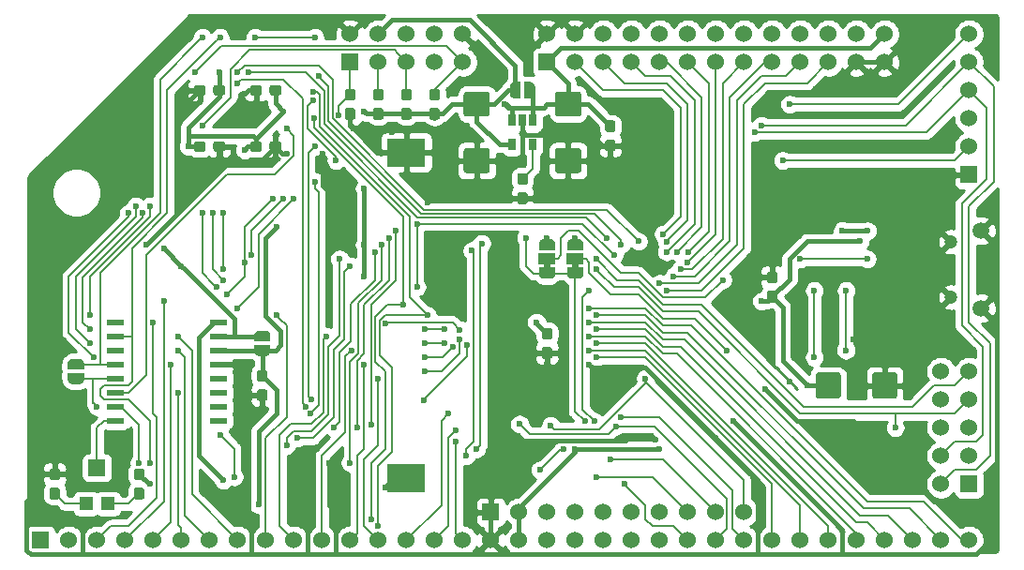
<source format=gbr>
G04 #@! TF.GenerationSoftware,KiCad,Pcbnew,(5.1.0)-1*
G04 #@! TF.CreationDate,2020-07-20T11:56:29-07:00*
G04 #@! TF.ProjectId,Tiny_Z80,54696e79-5f5a-4383-902e-6b696361645f,rev?*
G04 #@! TF.SameCoordinates,Original*
G04 #@! TF.FileFunction,Copper,L2,Bot*
G04 #@! TF.FilePolarity,Positive*
%FSLAX46Y46*%
G04 Gerber Fmt 4.6, Leading zero omitted, Abs format (unit mm)*
G04 Created by KiCad (PCBNEW (5.1.0)-1) date 2020-07-20 11:56:29*
%MOMM*%
%LPD*%
G04 APERTURE LIST*
%ADD10C,0.100000*%
%ADD11R,3.510000X2.540000*%
%ADD12C,2.250000*%
%ADD13C,1.200000*%
%ADD14C,1.500000*%
%ADD15R,1.524000X1.524000*%
%ADD16C,1.524000*%
%ADD17C,0.950000*%
%ADD18R,1.200000X1.200000*%
%ADD19R,1.600000X1.500000*%
%ADD20R,1.500000X0.600000*%
%ADD21C,0.500000*%
%ADD22R,1.500000X1.000000*%
%ADD23R,0.650000X1.060000*%
%ADD24C,0.600000*%
%ADD25C,0.400000*%
%ADD26C,0.200000*%
%ADD27C,0.254000*%
G04 APERTURE END LIST*
D10*
G36*
X175560000Y-102500000D02*
G01*
X175560000Y-102000000D01*
X174960000Y-102000000D01*
X174960000Y-102500000D01*
X175560000Y-102500000D01*
G37*
G36*
X173020000Y-102500000D02*
G01*
X173020000Y-102000000D01*
X172420000Y-102000000D01*
X172420000Y-102500000D01*
X173020000Y-102500000D01*
G37*
D11*
X160020000Y-121360000D03*
X160020000Y-92000000D03*
D10*
G36*
X199009505Y-111856204D02*
G01*
X199033773Y-111859804D01*
X199057572Y-111865765D01*
X199080671Y-111874030D01*
X199102850Y-111884520D01*
X199123893Y-111897132D01*
X199143599Y-111911747D01*
X199161777Y-111928223D01*
X199178253Y-111946401D01*
X199192868Y-111966107D01*
X199205480Y-111987150D01*
X199215970Y-112009329D01*
X199224235Y-112032428D01*
X199230196Y-112056227D01*
X199233796Y-112080495D01*
X199235000Y-112104999D01*
X199235000Y-113955001D01*
X199233796Y-113979505D01*
X199230196Y-114003773D01*
X199224235Y-114027572D01*
X199215970Y-114050671D01*
X199205480Y-114072850D01*
X199192868Y-114093893D01*
X199178253Y-114113599D01*
X199161777Y-114131777D01*
X199143599Y-114148253D01*
X199123893Y-114162868D01*
X199102850Y-114175480D01*
X199080671Y-114185970D01*
X199057572Y-114194235D01*
X199033773Y-114200196D01*
X199009505Y-114203796D01*
X198985001Y-114205000D01*
X197234999Y-114205000D01*
X197210495Y-114203796D01*
X197186227Y-114200196D01*
X197162428Y-114194235D01*
X197139329Y-114185970D01*
X197117150Y-114175480D01*
X197096107Y-114162868D01*
X197076401Y-114148253D01*
X197058223Y-114131777D01*
X197041747Y-114113599D01*
X197027132Y-114093893D01*
X197014520Y-114072850D01*
X197004030Y-114050671D01*
X196995765Y-114027572D01*
X196989804Y-114003773D01*
X196986204Y-113979505D01*
X196985000Y-113955001D01*
X196985000Y-112104999D01*
X196986204Y-112080495D01*
X196989804Y-112056227D01*
X196995765Y-112032428D01*
X197004030Y-112009329D01*
X197014520Y-111987150D01*
X197027132Y-111966107D01*
X197041747Y-111946401D01*
X197058223Y-111928223D01*
X197076401Y-111911747D01*
X197096107Y-111897132D01*
X197117150Y-111884520D01*
X197139329Y-111874030D01*
X197162428Y-111865765D01*
X197186227Y-111859804D01*
X197210495Y-111856204D01*
X197234999Y-111855000D01*
X198985001Y-111855000D01*
X199009505Y-111856204D01*
X199009505Y-111856204D01*
G37*
D12*
X198110000Y-113030000D03*
D10*
G36*
X204109505Y-111856204D02*
G01*
X204133773Y-111859804D01*
X204157572Y-111865765D01*
X204180671Y-111874030D01*
X204202850Y-111884520D01*
X204223893Y-111897132D01*
X204243599Y-111911747D01*
X204261777Y-111928223D01*
X204278253Y-111946401D01*
X204292868Y-111966107D01*
X204305480Y-111987150D01*
X204315970Y-112009329D01*
X204324235Y-112032428D01*
X204330196Y-112056227D01*
X204333796Y-112080495D01*
X204335000Y-112104999D01*
X204335000Y-113955001D01*
X204333796Y-113979505D01*
X204330196Y-114003773D01*
X204324235Y-114027572D01*
X204315970Y-114050671D01*
X204305480Y-114072850D01*
X204292868Y-114093893D01*
X204278253Y-114113599D01*
X204261777Y-114131777D01*
X204243599Y-114148253D01*
X204223893Y-114162868D01*
X204202850Y-114175480D01*
X204180671Y-114185970D01*
X204157572Y-114194235D01*
X204133773Y-114200196D01*
X204109505Y-114203796D01*
X204085001Y-114205000D01*
X202334999Y-114205000D01*
X202310495Y-114203796D01*
X202286227Y-114200196D01*
X202262428Y-114194235D01*
X202239329Y-114185970D01*
X202217150Y-114175480D01*
X202196107Y-114162868D01*
X202176401Y-114148253D01*
X202158223Y-114131777D01*
X202141747Y-114113599D01*
X202127132Y-114093893D01*
X202114520Y-114072850D01*
X202104030Y-114050671D01*
X202095765Y-114027572D01*
X202089804Y-114003773D01*
X202086204Y-113979505D01*
X202085000Y-113955001D01*
X202085000Y-112104999D01*
X202086204Y-112080495D01*
X202089804Y-112056227D01*
X202095765Y-112032428D01*
X202104030Y-112009329D01*
X202114520Y-111987150D01*
X202127132Y-111966107D01*
X202141747Y-111946401D01*
X202158223Y-111928223D01*
X202176401Y-111911747D01*
X202196107Y-111897132D01*
X202217150Y-111884520D01*
X202239329Y-111874030D01*
X202262428Y-111865765D01*
X202286227Y-111859804D01*
X202310495Y-111856204D01*
X202334999Y-111855000D01*
X204085001Y-111855000D01*
X204109505Y-111856204D01*
X204109505Y-111856204D01*
G37*
D12*
X203210000Y-113030000D03*
D13*
X209210000Y-100052500D03*
X209210000Y-105052500D03*
D14*
X211910000Y-99052500D03*
X211910000Y-106052500D03*
D15*
X210820000Y-121920000D03*
D16*
X208280000Y-121920000D03*
X210820000Y-119380000D03*
X208280000Y-119380000D03*
X210820000Y-116840000D03*
X208280000Y-116840000D03*
X210820000Y-114300000D03*
X208280000Y-114300000D03*
X210820000Y-111760000D03*
X208280000Y-111760000D03*
D10*
G36*
X172980779Y-107821144D02*
G01*
X173003834Y-107824563D01*
X173026443Y-107830227D01*
X173048387Y-107838079D01*
X173069457Y-107848044D01*
X173089448Y-107860026D01*
X173108168Y-107873910D01*
X173125438Y-107889562D01*
X173141090Y-107906832D01*
X173154974Y-107925552D01*
X173166956Y-107945543D01*
X173176921Y-107966613D01*
X173184773Y-107988557D01*
X173190437Y-108011166D01*
X173193856Y-108034221D01*
X173195000Y-108057500D01*
X173195000Y-108632500D01*
X173193856Y-108655779D01*
X173190437Y-108678834D01*
X173184773Y-108701443D01*
X173176921Y-108723387D01*
X173166956Y-108744457D01*
X173154974Y-108764448D01*
X173141090Y-108783168D01*
X173125438Y-108800438D01*
X173108168Y-108816090D01*
X173089448Y-108829974D01*
X173069457Y-108841956D01*
X173048387Y-108851921D01*
X173026443Y-108859773D01*
X173003834Y-108865437D01*
X172980779Y-108868856D01*
X172957500Y-108870000D01*
X172482500Y-108870000D01*
X172459221Y-108868856D01*
X172436166Y-108865437D01*
X172413557Y-108859773D01*
X172391613Y-108851921D01*
X172370543Y-108841956D01*
X172350552Y-108829974D01*
X172331832Y-108816090D01*
X172314562Y-108800438D01*
X172298910Y-108783168D01*
X172285026Y-108764448D01*
X172273044Y-108744457D01*
X172263079Y-108723387D01*
X172255227Y-108701443D01*
X172249563Y-108678834D01*
X172246144Y-108655779D01*
X172245000Y-108632500D01*
X172245000Y-108057500D01*
X172246144Y-108034221D01*
X172249563Y-108011166D01*
X172255227Y-107988557D01*
X172263079Y-107966613D01*
X172273044Y-107945543D01*
X172285026Y-107925552D01*
X172298910Y-107906832D01*
X172314562Y-107889562D01*
X172331832Y-107873910D01*
X172350552Y-107860026D01*
X172370543Y-107848044D01*
X172391613Y-107838079D01*
X172413557Y-107830227D01*
X172436166Y-107824563D01*
X172459221Y-107821144D01*
X172482500Y-107820000D01*
X172957500Y-107820000D01*
X172980779Y-107821144D01*
X172980779Y-107821144D01*
G37*
D17*
X172720000Y-108345000D03*
D10*
G36*
X172980779Y-109571144D02*
G01*
X173003834Y-109574563D01*
X173026443Y-109580227D01*
X173048387Y-109588079D01*
X173069457Y-109598044D01*
X173089448Y-109610026D01*
X173108168Y-109623910D01*
X173125438Y-109639562D01*
X173141090Y-109656832D01*
X173154974Y-109675552D01*
X173166956Y-109695543D01*
X173176921Y-109716613D01*
X173184773Y-109738557D01*
X173190437Y-109761166D01*
X173193856Y-109784221D01*
X173195000Y-109807500D01*
X173195000Y-110382500D01*
X173193856Y-110405779D01*
X173190437Y-110428834D01*
X173184773Y-110451443D01*
X173176921Y-110473387D01*
X173166956Y-110494457D01*
X173154974Y-110514448D01*
X173141090Y-110533168D01*
X173125438Y-110550438D01*
X173108168Y-110566090D01*
X173089448Y-110579974D01*
X173069457Y-110591956D01*
X173048387Y-110601921D01*
X173026443Y-110609773D01*
X173003834Y-110615437D01*
X172980779Y-110618856D01*
X172957500Y-110620000D01*
X172482500Y-110620000D01*
X172459221Y-110618856D01*
X172436166Y-110615437D01*
X172413557Y-110609773D01*
X172391613Y-110601921D01*
X172370543Y-110591956D01*
X172350552Y-110579974D01*
X172331832Y-110566090D01*
X172314562Y-110550438D01*
X172298910Y-110533168D01*
X172285026Y-110514448D01*
X172273044Y-110494457D01*
X172263079Y-110473387D01*
X172255227Y-110451443D01*
X172249563Y-110428834D01*
X172246144Y-110405779D01*
X172245000Y-110382500D01*
X172245000Y-109807500D01*
X172246144Y-109784221D01*
X172249563Y-109761166D01*
X172255227Y-109738557D01*
X172263079Y-109716613D01*
X172273044Y-109695543D01*
X172285026Y-109675552D01*
X172298910Y-109656832D01*
X172314562Y-109639562D01*
X172331832Y-109623910D01*
X172350552Y-109610026D01*
X172370543Y-109598044D01*
X172391613Y-109588079D01*
X172413557Y-109580227D01*
X172436166Y-109574563D01*
X172459221Y-109571144D01*
X172482500Y-109570000D01*
X172957500Y-109570000D01*
X172980779Y-109571144D01*
X172980779Y-109571144D01*
G37*
D17*
X172720000Y-110095000D03*
D10*
G36*
X193300779Y-104491144D02*
G01*
X193323834Y-104494563D01*
X193346443Y-104500227D01*
X193368387Y-104508079D01*
X193389457Y-104518044D01*
X193409448Y-104530026D01*
X193428168Y-104543910D01*
X193445438Y-104559562D01*
X193461090Y-104576832D01*
X193474974Y-104595552D01*
X193486956Y-104615543D01*
X193496921Y-104636613D01*
X193504773Y-104658557D01*
X193510437Y-104681166D01*
X193513856Y-104704221D01*
X193515000Y-104727500D01*
X193515000Y-105302500D01*
X193513856Y-105325779D01*
X193510437Y-105348834D01*
X193504773Y-105371443D01*
X193496921Y-105393387D01*
X193486956Y-105414457D01*
X193474974Y-105434448D01*
X193461090Y-105453168D01*
X193445438Y-105470438D01*
X193428168Y-105486090D01*
X193409448Y-105499974D01*
X193389457Y-105511956D01*
X193368387Y-105521921D01*
X193346443Y-105529773D01*
X193323834Y-105535437D01*
X193300779Y-105538856D01*
X193277500Y-105540000D01*
X192802500Y-105540000D01*
X192779221Y-105538856D01*
X192756166Y-105535437D01*
X192733557Y-105529773D01*
X192711613Y-105521921D01*
X192690543Y-105511956D01*
X192670552Y-105499974D01*
X192651832Y-105486090D01*
X192634562Y-105470438D01*
X192618910Y-105453168D01*
X192605026Y-105434448D01*
X192593044Y-105414457D01*
X192583079Y-105393387D01*
X192575227Y-105371443D01*
X192569563Y-105348834D01*
X192566144Y-105325779D01*
X192565000Y-105302500D01*
X192565000Y-104727500D01*
X192566144Y-104704221D01*
X192569563Y-104681166D01*
X192575227Y-104658557D01*
X192583079Y-104636613D01*
X192593044Y-104615543D01*
X192605026Y-104595552D01*
X192618910Y-104576832D01*
X192634562Y-104559562D01*
X192651832Y-104543910D01*
X192670552Y-104530026D01*
X192690543Y-104518044D01*
X192711613Y-104508079D01*
X192733557Y-104500227D01*
X192756166Y-104494563D01*
X192779221Y-104491144D01*
X192802500Y-104490000D01*
X193277500Y-104490000D01*
X193300779Y-104491144D01*
X193300779Y-104491144D01*
G37*
D17*
X193040000Y-105015000D03*
D10*
G36*
X193300779Y-102741144D02*
G01*
X193323834Y-102744563D01*
X193346443Y-102750227D01*
X193368387Y-102758079D01*
X193389457Y-102768044D01*
X193409448Y-102780026D01*
X193428168Y-102793910D01*
X193445438Y-102809562D01*
X193461090Y-102826832D01*
X193474974Y-102845552D01*
X193486956Y-102865543D01*
X193496921Y-102886613D01*
X193504773Y-102908557D01*
X193510437Y-102931166D01*
X193513856Y-102954221D01*
X193515000Y-102977500D01*
X193515000Y-103552500D01*
X193513856Y-103575779D01*
X193510437Y-103598834D01*
X193504773Y-103621443D01*
X193496921Y-103643387D01*
X193486956Y-103664457D01*
X193474974Y-103684448D01*
X193461090Y-103703168D01*
X193445438Y-103720438D01*
X193428168Y-103736090D01*
X193409448Y-103749974D01*
X193389457Y-103761956D01*
X193368387Y-103771921D01*
X193346443Y-103779773D01*
X193323834Y-103785437D01*
X193300779Y-103788856D01*
X193277500Y-103790000D01*
X192802500Y-103790000D01*
X192779221Y-103788856D01*
X192756166Y-103785437D01*
X192733557Y-103779773D01*
X192711613Y-103771921D01*
X192690543Y-103761956D01*
X192670552Y-103749974D01*
X192651832Y-103736090D01*
X192634562Y-103720438D01*
X192618910Y-103703168D01*
X192605026Y-103684448D01*
X192593044Y-103664457D01*
X192583079Y-103643387D01*
X192575227Y-103621443D01*
X192569563Y-103598834D01*
X192566144Y-103575779D01*
X192565000Y-103552500D01*
X192565000Y-102977500D01*
X192566144Y-102954221D01*
X192569563Y-102931166D01*
X192575227Y-102908557D01*
X192583079Y-102886613D01*
X192593044Y-102865543D01*
X192605026Y-102845552D01*
X192618910Y-102826832D01*
X192634562Y-102809562D01*
X192651832Y-102793910D01*
X192670552Y-102780026D01*
X192690543Y-102768044D01*
X192711613Y-102758079D01*
X192733557Y-102750227D01*
X192756166Y-102744563D01*
X192779221Y-102741144D01*
X192802500Y-102740000D01*
X193277500Y-102740000D01*
X193300779Y-102741144D01*
X193300779Y-102741144D01*
G37*
D17*
X193040000Y-103265000D03*
D10*
G36*
X178695779Y-90838644D02*
G01*
X178718834Y-90842063D01*
X178741443Y-90847727D01*
X178763387Y-90855579D01*
X178784457Y-90865544D01*
X178804448Y-90877526D01*
X178823168Y-90891410D01*
X178840438Y-90907062D01*
X178856090Y-90924332D01*
X178869974Y-90943052D01*
X178881956Y-90963043D01*
X178891921Y-90984113D01*
X178899773Y-91006057D01*
X178905437Y-91028666D01*
X178908856Y-91051721D01*
X178910000Y-91075000D01*
X178910000Y-91650000D01*
X178908856Y-91673279D01*
X178905437Y-91696334D01*
X178899773Y-91718943D01*
X178891921Y-91740887D01*
X178881956Y-91761957D01*
X178869974Y-91781948D01*
X178856090Y-91800668D01*
X178840438Y-91817938D01*
X178823168Y-91833590D01*
X178804448Y-91847474D01*
X178784457Y-91859456D01*
X178763387Y-91869421D01*
X178741443Y-91877273D01*
X178718834Y-91882937D01*
X178695779Y-91886356D01*
X178672500Y-91887500D01*
X178197500Y-91887500D01*
X178174221Y-91886356D01*
X178151166Y-91882937D01*
X178128557Y-91877273D01*
X178106613Y-91869421D01*
X178085543Y-91859456D01*
X178065552Y-91847474D01*
X178046832Y-91833590D01*
X178029562Y-91817938D01*
X178013910Y-91800668D01*
X178000026Y-91781948D01*
X177988044Y-91761957D01*
X177978079Y-91740887D01*
X177970227Y-91718943D01*
X177964563Y-91696334D01*
X177961144Y-91673279D01*
X177960000Y-91650000D01*
X177960000Y-91075000D01*
X177961144Y-91051721D01*
X177964563Y-91028666D01*
X177970227Y-91006057D01*
X177978079Y-90984113D01*
X177988044Y-90963043D01*
X178000026Y-90943052D01*
X178013910Y-90924332D01*
X178029562Y-90907062D01*
X178046832Y-90891410D01*
X178065552Y-90877526D01*
X178085543Y-90865544D01*
X178106613Y-90855579D01*
X178128557Y-90847727D01*
X178151166Y-90842063D01*
X178174221Y-90838644D01*
X178197500Y-90837500D01*
X178672500Y-90837500D01*
X178695779Y-90838644D01*
X178695779Y-90838644D01*
G37*
D17*
X178435000Y-91362500D03*
D10*
G36*
X178695779Y-89088644D02*
G01*
X178718834Y-89092063D01*
X178741443Y-89097727D01*
X178763387Y-89105579D01*
X178784457Y-89115544D01*
X178804448Y-89127526D01*
X178823168Y-89141410D01*
X178840438Y-89157062D01*
X178856090Y-89174332D01*
X178869974Y-89193052D01*
X178881956Y-89213043D01*
X178891921Y-89234113D01*
X178899773Y-89256057D01*
X178905437Y-89278666D01*
X178908856Y-89301721D01*
X178910000Y-89325000D01*
X178910000Y-89900000D01*
X178908856Y-89923279D01*
X178905437Y-89946334D01*
X178899773Y-89968943D01*
X178891921Y-89990887D01*
X178881956Y-90011957D01*
X178869974Y-90031948D01*
X178856090Y-90050668D01*
X178840438Y-90067938D01*
X178823168Y-90083590D01*
X178804448Y-90097474D01*
X178784457Y-90109456D01*
X178763387Y-90119421D01*
X178741443Y-90127273D01*
X178718834Y-90132937D01*
X178695779Y-90136356D01*
X178672500Y-90137500D01*
X178197500Y-90137500D01*
X178174221Y-90136356D01*
X178151166Y-90132937D01*
X178128557Y-90127273D01*
X178106613Y-90119421D01*
X178085543Y-90109456D01*
X178065552Y-90097474D01*
X178046832Y-90083590D01*
X178029562Y-90067938D01*
X178013910Y-90050668D01*
X178000026Y-90031948D01*
X177988044Y-90011957D01*
X177978079Y-89990887D01*
X177970227Y-89968943D01*
X177964563Y-89946334D01*
X177961144Y-89923279D01*
X177960000Y-89900000D01*
X177960000Y-89325000D01*
X177961144Y-89301721D01*
X177964563Y-89278666D01*
X177970227Y-89256057D01*
X177978079Y-89234113D01*
X177988044Y-89213043D01*
X178000026Y-89193052D01*
X178013910Y-89174332D01*
X178029562Y-89157062D01*
X178046832Y-89141410D01*
X178065552Y-89127526D01*
X178085543Y-89115544D01*
X178106613Y-89105579D01*
X178128557Y-89097727D01*
X178151166Y-89092063D01*
X178174221Y-89088644D01*
X178197500Y-89087500D01*
X178672500Y-89087500D01*
X178695779Y-89088644D01*
X178695779Y-89088644D01*
G37*
D17*
X178435000Y-89612500D03*
D10*
G36*
X128530779Y-122271144D02*
G01*
X128553834Y-122274563D01*
X128576443Y-122280227D01*
X128598387Y-122288079D01*
X128619457Y-122298044D01*
X128639448Y-122310026D01*
X128658168Y-122323910D01*
X128675438Y-122339562D01*
X128691090Y-122356832D01*
X128704974Y-122375552D01*
X128716956Y-122395543D01*
X128726921Y-122416613D01*
X128734773Y-122438557D01*
X128740437Y-122461166D01*
X128743856Y-122484221D01*
X128745000Y-122507500D01*
X128745000Y-123082500D01*
X128743856Y-123105779D01*
X128740437Y-123128834D01*
X128734773Y-123151443D01*
X128726921Y-123173387D01*
X128716956Y-123194457D01*
X128704974Y-123214448D01*
X128691090Y-123233168D01*
X128675438Y-123250438D01*
X128658168Y-123266090D01*
X128639448Y-123279974D01*
X128619457Y-123291956D01*
X128598387Y-123301921D01*
X128576443Y-123309773D01*
X128553834Y-123315437D01*
X128530779Y-123318856D01*
X128507500Y-123320000D01*
X128032500Y-123320000D01*
X128009221Y-123318856D01*
X127986166Y-123315437D01*
X127963557Y-123309773D01*
X127941613Y-123301921D01*
X127920543Y-123291956D01*
X127900552Y-123279974D01*
X127881832Y-123266090D01*
X127864562Y-123250438D01*
X127848910Y-123233168D01*
X127835026Y-123214448D01*
X127823044Y-123194457D01*
X127813079Y-123173387D01*
X127805227Y-123151443D01*
X127799563Y-123128834D01*
X127796144Y-123105779D01*
X127795000Y-123082500D01*
X127795000Y-122507500D01*
X127796144Y-122484221D01*
X127799563Y-122461166D01*
X127805227Y-122438557D01*
X127813079Y-122416613D01*
X127823044Y-122395543D01*
X127835026Y-122375552D01*
X127848910Y-122356832D01*
X127864562Y-122339562D01*
X127881832Y-122323910D01*
X127900552Y-122310026D01*
X127920543Y-122298044D01*
X127941613Y-122288079D01*
X127963557Y-122280227D01*
X127986166Y-122274563D01*
X128009221Y-122271144D01*
X128032500Y-122270000D01*
X128507500Y-122270000D01*
X128530779Y-122271144D01*
X128530779Y-122271144D01*
G37*
D17*
X128270000Y-122795000D03*
D10*
G36*
X128530779Y-120521144D02*
G01*
X128553834Y-120524563D01*
X128576443Y-120530227D01*
X128598387Y-120538079D01*
X128619457Y-120548044D01*
X128639448Y-120560026D01*
X128658168Y-120573910D01*
X128675438Y-120589562D01*
X128691090Y-120606832D01*
X128704974Y-120625552D01*
X128716956Y-120645543D01*
X128726921Y-120666613D01*
X128734773Y-120688557D01*
X128740437Y-120711166D01*
X128743856Y-120734221D01*
X128745000Y-120757500D01*
X128745000Y-121332500D01*
X128743856Y-121355779D01*
X128740437Y-121378834D01*
X128734773Y-121401443D01*
X128726921Y-121423387D01*
X128716956Y-121444457D01*
X128704974Y-121464448D01*
X128691090Y-121483168D01*
X128675438Y-121500438D01*
X128658168Y-121516090D01*
X128639448Y-121529974D01*
X128619457Y-121541956D01*
X128598387Y-121551921D01*
X128576443Y-121559773D01*
X128553834Y-121565437D01*
X128530779Y-121568856D01*
X128507500Y-121570000D01*
X128032500Y-121570000D01*
X128009221Y-121568856D01*
X127986166Y-121565437D01*
X127963557Y-121559773D01*
X127941613Y-121551921D01*
X127920543Y-121541956D01*
X127900552Y-121529974D01*
X127881832Y-121516090D01*
X127864562Y-121500438D01*
X127848910Y-121483168D01*
X127835026Y-121464448D01*
X127823044Y-121444457D01*
X127813079Y-121423387D01*
X127805227Y-121401443D01*
X127799563Y-121378834D01*
X127796144Y-121355779D01*
X127795000Y-121332500D01*
X127795000Y-120757500D01*
X127796144Y-120734221D01*
X127799563Y-120711166D01*
X127805227Y-120688557D01*
X127813079Y-120666613D01*
X127823044Y-120645543D01*
X127835026Y-120625552D01*
X127848910Y-120606832D01*
X127864562Y-120589562D01*
X127881832Y-120573910D01*
X127900552Y-120560026D01*
X127920543Y-120548044D01*
X127941613Y-120538079D01*
X127963557Y-120530227D01*
X127986166Y-120524563D01*
X128009221Y-120521144D01*
X128032500Y-120520000D01*
X128507500Y-120520000D01*
X128530779Y-120521144D01*
X128530779Y-120521144D01*
G37*
D17*
X128270000Y-121045000D03*
D10*
G36*
X136150779Y-122271144D02*
G01*
X136173834Y-122274563D01*
X136196443Y-122280227D01*
X136218387Y-122288079D01*
X136239457Y-122298044D01*
X136259448Y-122310026D01*
X136278168Y-122323910D01*
X136295438Y-122339562D01*
X136311090Y-122356832D01*
X136324974Y-122375552D01*
X136336956Y-122395543D01*
X136346921Y-122416613D01*
X136354773Y-122438557D01*
X136360437Y-122461166D01*
X136363856Y-122484221D01*
X136365000Y-122507500D01*
X136365000Y-123082500D01*
X136363856Y-123105779D01*
X136360437Y-123128834D01*
X136354773Y-123151443D01*
X136346921Y-123173387D01*
X136336956Y-123194457D01*
X136324974Y-123214448D01*
X136311090Y-123233168D01*
X136295438Y-123250438D01*
X136278168Y-123266090D01*
X136259448Y-123279974D01*
X136239457Y-123291956D01*
X136218387Y-123301921D01*
X136196443Y-123309773D01*
X136173834Y-123315437D01*
X136150779Y-123318856D01*
X136127500Y-123320000D01*
X135652500Y-123320000D01*
X135629221Y-123318856D01*
X135606166Y-123315437D01*
X135583557Y-123309773D01*
X135561613Y-123301921D01*
X135540543Y-123291956D01*
X135520552Y-123279974D01*
X135501832Y-123266090D01*
X135484562Y-123250438D01*
X135468910Y-123233168D01*
X135455026Y-123214448D01*
X135443044Y-123194457D01*
X135433079Y-123173387D01*
X135425227Y-123151443D01*
X135419563Y-123128834D01*
X135416144Y-123105779D01*
X135415000Y-123082500D01*
X135415000Y-122507500D01*
X135416144Y-122484221D01*
X135419563Y-122461166D01*
X135425227Y-122438557D01*
X135433079Y-122416613D01*
X135443044Y-122395543D01*
X135455026Y-122375552D01*
X135468910Y-122356832D01*
X135484562Y-122339562D01*
X135501832Y-122323910D01*
X135520552Y-122310026D01*
X135540543Y-122298044D01*
X135561613Y-122288079D01*
X135583557Y-122280227D01*
X135606166Y-122274563D01*
X135629221Y-122271144D01*
X135652500Y-122270000D01*
X136127500Y-122270000D01*
X136150779Y-122271144D01*
X136150779Y-122271144D01*
G37*
D17*
X135890000Y-122795000D03*
D10*
G36*
X136150779Y-120521144D02*
G01*
X136173834Y-120524563D01*
X136196443Y-120530227D01*
X136218387Y-120538079D01*
X136239457Y-120548044D01*
X136259448Y-120560026D01*
X136278168Y-120573910D01*
X136295438Y-120589562D01*
X136311090Y-120606832D01*
X136324974Y-120625552D01*
X136336956Y-120645543D01*
X136346921Y-120666613D01*
X136354773Y-120688557D01*
X136360437Y-120711166D01*
X136363856Y-120734221D01*
X136365000Y-120757500D01*
X136365000Y-121332500D01*
X136363856Y-121355779D01*
X136360437Y-121378834D01*
X136354773Y-121401443D01*
X136346921Y-121423387D01*
X136336956Y-121444457D01*
X136324974Y-121464448D01*
X136311090Y-121483168D01*
X136295438Y-121500438D01*
X136278168Y-121516090D01*
X136259448Y-121529974D01*
X136239457Y-121541956D01*
X136218387Y-121551921D01*
X136196443Y-121559773D01*
X136173834Y-121565437D01*
X136150779Y-121568856D01*
X136127500Y-121570000D01*
X135652500Y-121570000D01*
X135629221Y-121568856D01*
X135606166Y-121565437D01*
X135583557Y-121559773D01*
X135561613Y-121551921D01*
X135540543Y-121541956D01*
X135520552Y-121529974D01*
X135501832Y-121516090D01*
X135484562Y-121500438D01*
X135468910Y-121483168D01*
X135455026Y-121464448D01*
X135443044Y-121444457D01*
X135433079Y-121423387D01*
X135425227Y-121401443D01*
X135419563Y-121378834D01*
X135416144Y-121355779D01*
X135415000Y-121332500D01*
X135415000Y-120757500D01*
X135416144Y-120734221D01*
X135419563Y-120711166D01*
X135425227Y-120688557D01*
X135433079Y-120666613D01*
X135443044Y-120645543D01*
X135455026Y-120625552D01*
X135468910Y-120606832D01*
X135484562Y-120589562D01*
X135501832Y-120573910D01*
X135520552Y-120560026D01*
X135540543Y-120548044D01*
X135561613Y-120538079D01*
X135583557Y-120530227D01*
X135606166Y-120524563D01*
X135629221Y-120521144D01*
X135652500Y-120520000D01*
X136127500Y-120520000D01*
X136150779Y-120521144D01*
X136150779Y-120521144D01*
G37*
D17*
X135890000Y-121045000D03*
D18*
X133080000Y-123720000D03*
X131080000Y-123720000D03*
D19*
X132080000Y-120470000D03*
D20*
X143080000Y-107315000D03*
X143080000Y-108585000D03*
X143080000Y-109855000D03*
X143080000Y-111125000D03*
X143080000Y-112395000D03*
X143080000Y-113665000D03*
X143080000Y-114935000D03*
X143080000Y-116205000D03*
X133780000Y-116205000D03*
X133780000Y-114935000D03*
X133780000Y-113665000D03*
X133780000Y-112395000D03*
X133780000Y-111125000D03*
X133780000Y-109855000D03*
X133780000Y-108585000D03*
X133780000Y-107315000D03*
D10*
G36*
X147263279Y-113381144D02*
G01*
X147286334Y-113384563D01*
X147308943Y-113390227D01*
X147330887Y-113398079D01*
X147351957Y-113408044D01*
X147371948Y-113420026D01*
X147390668Y-113433910D01*
X147407938Y-113449562D01*
X147423590Y-113466832D01*
X147437474Y-113485552D01*
X147449456Y-113505543D01*
X147459421Y-113526613D01*
X147467273Y-113548557D01*
X147472937Y-113571166D01*
X147476356Y-113594221D01*
X147477500Y-113617500D01*
X147477500Y-114192500D01*
X147476356Y-114215779D01*
X147472937Y-114238834D01*
X147467273Y-114261443D01*
X147459421Y-114283387D01*
X147449456Y-114304457D01*
X147437474Y-114324448D01*
X147423590Y-114343168D01*
X147407938Y-114360438D01*
X147390668Y-114376090D01*
X147371948Y-114389974D01*
X147351957Y-114401956D01*
X147330887Y-114411921D01*
X147308943Y-114419773D01*
X147286334Y-114425437D01*
X147263279Y-114428856D01*
X147240000Y-114430000D01*
X146765000Y-114430000D01*
X146741721Y-114428856D01*
X146718666Y-114425437D01*
X146696057Y-114419773D01*
X146674113Y-114411921D01*
X146653043Y-114401956D01*
X146633052Y-114389974D01*
X146614332Y-114376090D01*
X146597062Y-114360438D01*
X146581410Y-114343168D01*
X146567526Y-114324448D01*
X146555544Y-114304457D01*
X146545579Y-114283387D01*
X146537727Y-114261443D01*
X146532063Y-114238834D01*
X146528644Y-114215779D01*
X146527500Y-114192500D01*
X146527500Y-113617500D01*
X146528644Y-113594221D01*
X146532063Y-113571166D01*
X146537727Y-113548557D01*
X146545579Y-113526613D01*
X146555544Y-113505543D01*
X146567526Y-113485552D01*
X146581410Y-113466832D01*
X146597062Y-113449562D01*
X146614332Y-113433910D01*
X146633052Y-113420026D01*
X146653043Y-113408044D01*
X146674113Y-113398079D01*
X146696057Y-113390227D01*
X146718666Y-113384563D01*
X146741721Y-113381144D01*
X146765000Y-113380000D01*
X147240000Y-113380000D01*
X147263279Y-113381144D01*
X147263279Y-113381144D01*
G37*
D17*
X147002500Y-113905000D03*
D10*
G36*
X147263279Y-111631144D02*
G01*
X147286334Y-111634563D01*
X147308943Y-111640227D01*
X147330887Y-111648079D01*
X147351957Y-111658044D01*
X147371948Y-111670026D01*
X147390668Y-111683910D01*
X147407938Y-111699562D01*
X147423590Y-111716832D01*
X147437474Y-111735552D01*
X147449456Y-111755543D01*
X147459421Y-111776613D01*
X147467273Y-111798557D01*
X147472937Y-111821166D01*
X147476356Y-111844221D01*
X147477500Y-111867500D01*
X147477500Y-112442500D01*
X147476356Y-112465779D01*
X147472937Y-112488834D01*
X147467273Y-112511443D01*
X147459421Y-112533387D01*
X147449456Y-112554457D01*
X147437474Y-112574448D01*
X147423590Y-112593168D01*
X147407938Y-112610438D01*
X147390668Y-112626090D01*
X147371948Y-112639974D01*
X147351957Y-112651956D01*
X147330887Y-112661921D01*
X147308943Y-112669773D01*
X147286334Y-112675437D01*
X147263279Y-112678856D01*
X147240000Y-112680000D01*
X146765000Y-112680000D01*
X146741721Y-112678856D01*
X146718666Y-112675437D01*
X146696057Y-112669773D01*
X146674113Y-112661921D01*
X146653043Y-112651956D01*
X146633052Y-112639974D01*
X146614332Y-112626090D01*
X146597062Y-112610438D01*
X146581410Y-112593168D01*
X146567526Y-112574448D01*
X146555544Y-112554457D01*
X146545579Y-112533387D01*
X146537727Y-112511443D01*
X146532063Y-112488834D01*
X146528644Y-112465779D01*
X146527500Y-112442500D01*
X146527500Y-111867500D01*
X146528644Y-111844221D01*
X146532063Y-111821166D01*
X146537727Y-111798557D01*
X146545579Y-111776613D01*
X146555544Y-111755543D01*
X146567526Y-111735552D01*
X146581410Y-111716832D01*
X146597062Y-111699562D01*
X146614332Y-111683910D01*
X146633052Y-111670026D01*
X146653043Y-111658044D01*
X146674113Y-111648079D01*
X146696057Y-111640227D01*
X146718666Y-111634563D01*
X146741721Y-111631144D01*
X146765000Y-111630000D01*
X147240000Y-111630000D01*
X147263279Y-111631144D01*
X147263279Y-111631144D01*
G37*
D17*
X147002500Y-112155000D03*
D10*
G36*
X141675779Y-90966144D02*
G01*
X141698834Y-90969563D01*
X141721443Y-90975227D01*
X141743387Y-90983079D01*
X141764457Y-90993044D01*
X141784448Y-91005026D01*
X141803168Y-91018910D01*
X141820438Y-91034562D01*
X141836090Y-91051832D01*
X141849974Y-91070552D01*
X141861956Y-91090543D01*
X141871921Y-91111613D01*
X141879773Y-91133557D01*
X141885437Y-91156166D01*
X141888856Y-91179221D01*
X141890000Y-91202500D01*
X141890000Y-91677500D01*
X141888856Y-91700779D01*
X141885437Y-91723834D01*
X141879773Y-91746443D01*
X141871921Y-91768387D01*
X141861956Y-91789457D01*
X141849974Y-91809448D01*
X141836090Y-91828168D01*
X141820438Y-91845438D01*
X141803168Y-91861090D01*
X141784448Y-91874974D01*
X141764457Y-91886956D01*
X141743387Y-91896921D01*
X141721443Y-91904773D01*
X141698834Y-91910437D01*
X141675779Y-91913856D01*
X141652500Y-91915000D01*
X141077500Y-91915000D01*
X141054221Y-91913856D01*
X141031166Y-91910437D01*
X141008557Y-91904773D01*
X140986613Y-91896921D01*
X140965543Y-91886956D01*
X140945552Y-91874974D01*
X140926832Y-91861090D01*
X140909562Y-91845438D01*
X140893910Y-91828168D01*
X140880026Y-91809448D01*
X140868044Y-91789457D01*
X140858079Y-91768387D01*
X140850227Y-91746443D01*
X140844563Y-91723834D01*
X140841144Y-91700779D01*
X140840000Y-91677500D01*
X140840000Y-91202500D01*
X140841144Y-91179221D01*
X140844563Y-91156166D01*
X140850227Y-91133557D01*
X140858079Y-91111613D01*
X140868044Y-91090543D01*
X140880026Y-91070552D01*
X140893910Y-91051832D01*
X140909562Y-91034562D01*
X140926832Y-91018910D01*
X140945552Y-91005026D01*
X140965543Y-90993044D01*
X140986613Y-90983079D01*
X141008557Y-90975227D01*
X141031166Y-90969563D01*
X141054221Y-90966144D01*
X141077500Y-90965000D01*
X141652500Y-90965000D01*
X141675779Y-90966144D01*
X141675779Y-90966144D01*
G37*
D17*
X141365000Y-91440000D03*
D10*
G36*
X143425779Y-90966144D02*
G01*
X143448834Y-90969563D01*
X143471443Y-90975227D01*
X143493387Y-90983079D01*
X143514457Y-90993044D01*
X143534448Y-91005026D01*
X143553168Y-91018910D01*
X143570438Y-91034562D01*
X143586090Y-91051832D01*
X143599974Y-91070552D01*
X143611956Y-91090543D01*
X143621921Y-91111613D01*
X143629773Y-91133557D01*
X143635437Y-91156166D01*
X143638856Y-91179221D01*
X143640000Y-91202500D01*
X143640000Y-91677500D01*
X143638856Y-91700779D01*
X143635437Y-91723834D01*
X143629773Y-91746443D01*
X143621921Y-91768387D01*
X143611956Y-91789457D01*
X143599974Y-91809448D01*
X143586090Y-91828168D01*
X143570438Y-91845438D01*
X143553168Y-91861090D01*
X143534448Y-91874974D01*
X143514457Y-91886956D01*
X143493387Y-91896921D01*
X143471443Y-91904773D01*
X143448834Y-91910437D01*
X143425779Y-91913856D01*
X143402500Y-91915000D01*
X142827500Y-91915000D01*
X142804221Y-91913856D01*
X142781166Y-91910437D01*
X142758557Y-91904773D01*
X142736613Y-91896921D01*
X142715543Y-91886956D01*
X142695552Y-91874974D01*
X142676832Y-91861090D01*
X142659562Y-91845438D01*
X142643910Y-91828168D01*
X142630026Y-91809448D01*
X142618044Y-91789457D01*
X142608079Y-91768387D01*
X142600227Y-91746443D01*
X142594563Y-91723834D01*
X142591144Y-91700779D01*
X142590000Y-91677500D01*
X142590000Y-91202500D01*
X142591144Y-91179221D01*
X142594563Y-91156166D01*
X142600227Y-91133557D01*
X142608079Y-91111613D01*
X142618044Y-91090543D01*
X142630026Y-91070552D01*
X142643910Y-91051832D01*
X142659562Y-91034562D01*
X142676832Y-91018910D01*
X142695552Y-91005026D01*
X142715543Y-90993044D01*
X142736613Y-90983079D01*
X142758557Y-90975227D01*
X142781166Y-90969563D01*
X142804221Y-90966144D01*
X142827500Y-90965000D01*
X143402500Y-90965000D01*
X143425779Y-90966144D01*
X143425779Y-90966144D01*
G37*
D17*
X143115000Y-91440000D03*
D10*
G36*
X146755779Y-90966144D02*
G01*
X146778834Y-90969563D01*
X146801443Y-90975227D01*
X146823387Y-90983079D01*
X146844457Y-90993044D01*
X146864448Y-91005026D01*
X146883168Y-91018910D01*
X146900438Y-91034562D01*
X146916090Y-91051832D01*
X146929974Y-91070552D01*
X146941956Y-91090543D01*
X146951921Y-91111613D01*
X146959773Y-91133557D01*
X146965437Y-91156166D01*
X146968856Y-91179221D01*
X146970000Y-91202500D01*
X146970000Y-91677500D01*
X146968856Y-91700779D01*
X146965437Y-91723834D01*
X146959773Y-91746443D01*
X146951921Y-91768387D01*
X146941956Y-91789457D01*
X146929974Y-91809448D01*
X146916090Y-91828168D01*
X146900438Y-91845438D01*
X146883168Y-91861090D01*
X146864448Y-91874974D01*
X146844457Y-91886956D01*
X146823387Y-91896921D01*
X146801443Y-91904773D01*
X146778834Y-91910437D01*
X146755779Y-91913856D01*
X146732500Y-91915000D01*
X146157500Y-91915000D01*
X146134221Y-91913856D01*
X146111166Y-91910437D01*
X146088557Y-91904773D01*
X146066613Y-91896921D01*
X146045543Y-91886956D01*
X146025552Y-91874974D01*
X146006832Y-91861090D01*
X145989562Y-91845438D01*
X145973910Y-91828168D01*
X145960026Y-91809448D01*
X145948044Y-91789457D01*
X145938079Y-91768387D01*
X145930227Y-91746443D01*
X145924563Y-91723834D01*
X145921144Y-91700779D01*
X145920000Y-91677500D01*
X145920000Y-91202500D01*
X145921144Y-91179221D01*
X145924563Y-91156166D01*
X145930227Y-91133557D01*
X145938079Y-91111613D01*
X145948044Y-91090543D01*
X145960026Y-91070552D01*
X145973910Y-91051832D01*
X145989562Y-91034562D01*
X146006832Y-91018910D01*
X146025552Y-91005026D01*
X146045543Y-90993044D01*
X146066613Y-90983079D01*
X146088557Y-90975227D01*
X146111166Y-90969563D01*
X146134221Y-90966144D01*
X146157500Y-90965000D01*
X146732500Y-90965000D01*
X146755779Y-90966144D01*
X146755779Y-90966144D01*
G37*
D17*
X146445000Y-91440000D03*
D10*
G36*
X148505779Y-90966144D02*
G01*
X148528834Y-90969563D01*
X148551443Y-90975227D01*
X148573387Y-90983079D01*
X148594457Y-90993044D01*
X148614448Y-91005026D01*
X148633168Y-91018910D01*
X148650438Y-91034562D01*
X148666090Y-91051832D01*
X148679974Y-91070552D01*
X148691956Y-91090543D01*
X148701921Y-91111613D01*
X148709773Y-91133557D01*
X148715437Y-91156166D01*
X148718856Y-91179221D01*
X148720000Y-91202500D01*
X148720000Y-91677500D01*
X148718856Y-91700779D01*
X148715437Y-91723834D01*
X148709773Y-91746443D01*
X148701921Y-91768387D01*
X148691956Y-91789457D01*
X148679974Y-91809448D01*
X148666090Y-91828168D01*
X148650438Y-91845438D01*
X148633168Y-91861090D01*
X148614448Y-91874974D01*
X148594457Y-91886956D01*
X148573387Y-91896921D01*
X148551443Y-91904773D01*
X148528834Y-91910437D01*
X148505779Y-91913856D01*
X148482500Y-91915000D01*
X147907500Y-91915000D01*
X147884221Y-91913856D01*
X147861166Y-91910437D01*
X147838557Y-91904773D01*
X147816613Y-91896921D01*
X147795543Y-91886956D01*
X147775552Y-91874974D01*
X147756832Y-91861090D01*
X147739562Y-91845438D01*
X147723910Y-91828168D01*
X147710026Y-91809448D01*
X147698044Y-91789457D01*
X147688079Y-91768387D01*
X147680227Y-91746443D01*
X147674563Y-91723834D01*
X147671144Y-91700779D01*
X147670000Y-91677500D01*
X147670000Y-91202500D01*
X147671144Y-91179221D01*
X147674563Y-91156166D01*
X147680227Y-91133557D01*
X147688079Y-91111613D01*
X147698044Y-91090543D01*
X147710026Y-91070552D01*
X147723910Y-91051832D01*
X147739562Y-91034562D01*
X147756832Y-91018910D01*
X147775552Y-91005026D01*
X147795543Y-90993044D01*
X147816613Y-90983079D01*
X147838557Y-90975227D01*
X147861166Y-90969563D01*
X147884221Y-90966144D01*
X147907500Y-90965000D01*
X148482500Y-90965000D01*
X148505779Y-90966144D01*
X148505779Y-90966144D01*
G37*
D17*
X148195000Y-91440000D03*
D10*
G36*
X141675779Y-85886144D02*
G01*
X141698834Y-85889563D01*
X141721443Y-85895227D01*
X141743387Y-85903079D01*
X141764457Y-85913044D01*
X141784448Y-85925026D01*
X141803168Y-85938910D01*
X141820438Y-85954562D01*
X141836090Y-85971832D01*
X141849974Y-85990552D01*
X141861956Y-86010543D01*
X141871921Y-86031613D01*
X141879773Y-86053557D01*
X141885437Y-86076166D01*
X141888856Y-86099221D01*
X141890000Y-86122500D01*
X141890000Y-86597500D01*
X141888856Y-86620779D01*
X141885437Y-86643834D01*
X141879773Y-86666443D01*
X141871921Y-86688387D01*
X141861956Y-86709457D01*
X141849974Y-86729448D01*
X141836090Y-86748168D01*
X141820438Y-86765438D01*
X141803168Y-86781090D01*
X141784448Y-86794974D01*
X141764457Y-86806956D01*
X141743387Y-86816921D01*
X141721443Y-86824773D01*
X141698834Y-86830437D01*
X141675779Y-86833856D01*
X141652500Y-86835000D01*
X141077500Y-86835000D01*
X141054221Y-86833856D01*
X141031166Y-86830437D01*
X141008557Y-86824773D01*
X140986613Y-86816921D01*
X140965543Y-86806956D01*
X140945552Y-86794974D01*
X140926832Y-86781090D01*
X140909562Y-86765438D01*
X140893910Y-86748168D01*
X140880026Y-86729448D01*
X140868044Y-86709457D01*
X140858079Y-86688387D01*
X140850227Y-86666443D01*
X140844563Y-86643834D01*
X140841144Y-86620779D01*
X140840000Y-86597500D01*
X140840000Y-86122500D01*
X140841144Y-86099221D01*
X140844563Y-86076166D01*
X140850227Y-86053557D01*
X140858079Y-86031613D01*
X140868044Y-86010543D01*
X140880026Y-85990552D01*
X140893910Y-85971832D01*
X140909562Y-85954562D01*
X140926832Y-85938910D01*
X140945552Y-85925026D01*
X140965543Y-85913044D01*
X140986613Y-85903079D01*
X141008557Y-85895227D01*
X141031166Y-85889563D01*
X141054221Y-85886144D01*
X141077500Y-85885000D01*
X141652500Y-85885000D01*
X141675779Y-85886144D01*
X141675779Y-85886144D01*
G37*
D17*
X141365000Y-86360000D03*
D10*
G36*
X143425779Y-85886144D02*
G01*
X143448834Y-85889563D01*
X143471443Y-85895227D01*
X143493387Y-85903079D01*
X143514457Y-85913044D01*
X143534448Y-85925026D01*
X143553168Y-85938910D01*
X143570438Y-85954562D01*
X143586090Y-85971832D01*
X143599974Y-85990552D01*
X143611956Y-86010543D01*
X143621921Y-86031613D01*
X143629773Y-86053557D01*
X143635437Y-86076166D01*
X143638856Y-86099221D01*
X143640000Y-86122500D01*
X143640000Y-86597500D01*
X143638856Y-86620779D01*
X143635437Y-86643834D01*
X143629773Y-86666443D01*
X143621921Y-86688387D01*
X143611956Y-86709457D01*
X143599974Y-86729448D01*
X143586090Y-86748168D01*
X143570438Y-86765438D01*
X143553168Y-86781090D01*
X143534448Y-86794974D01*
X143514457Y-86806956D01*
X143493387Y-86816921D01*
X143471443Y-86824773D01*
X143448834Y-86830437D01*
X143425779Y-86833856D01*
X143402500Y-86835000D01*
X142827500Y-86835000D01*
X142804221Y-86833856D01*
X142781166Y-86830437D01*
X142758557Y-86824773D01*
X142736613Y-86816921D01*
X142715543Y-86806956D01*
X142695552Y-86794974D01*
X142676832Y-86781090D01*
X142659562Y-86765438D01*
X142643910Y-86748168D01*
X142630026Y-86729448D01*
X142618044Y-86709457D01*
X142608079Y-86688387D01*
X142600227Y-86666443D01*
X142594563Y-86643834D01*
X142591144Y-86620779D01*
X142590000Y-86597500D01*
X142590000Y-86122500D01*
X142591144Y-86099221D01*
X142594563Y-86076166D01*
X142600227Y-86053557D01*
X142608079Y-86031613D01*
X142618044Y-86010543D01*
X142630026Y-85990552D01*
X142643910Y-85971832D01*
X142659562Y-85954562D01*
X142676832Y-85938910D01*
X142695552Y-85925026D01*
X142715543Y-85913044D01*
X142736613Y-85903079D01*
X142758557Y-85895227D01*
X142781166Y-85889563D01*
X142804221Y-85886144D01*
X142827500Y-85885000D01*
X143402500Y-85885000D01*
X143425779Y-85886144D01*
X143425779Y-85886144D01*
G37*
D17*
X143115000Y-86360000D03*
D10*
G36*
X148505779Y-85886144D02*
G01*
X148528834Y-85889563D01*
X148551443Y-85895227D01*
X148573387Y-85903079D01*
X148594457Y-85913044D01*
X148614448Y-85925026D01*
X148633168Y-85938910D01*
X148650438Y-85954562D01*
X148666090Y-85971832D01*
X148679974Y-85990552D01*
X148691956Y-86010543D01*
X148701921Y-86031613D01*
X148709773Y-86053557D01*
X148715437Y-86076166D01*
X148718856Y-86099221D01*
X148720000Y-86122500D01*
X148720000Y-86597500D01*
X148718856Y-86620779D01*
X148715437Y-86643834D01*
X148709773Y-86666443D01*
X148701921Y-86688387D01*
X148691956Y-86709457D01*
X148679974Y-86729448D01*
X148666090Y-86748168D01*
X148650438Y-86765438D01*
X148633168Y-86781090D01*
X148614448Y-86794974D01*
X148594457Y-86806956D01*
X148573387Y-86816921D01*
X148551443Y-86824773D01*
X148528834Y-86830437D01*
X148505779Y-86833856D01*
X148482500Y-86835000D01*
X147907500Y-86835000D01*
X147884221Y-86833856D01*
X147861166Y-86830437D01*
X147838557Y-86824773D01*
X147816613Y-86816921D01*
X147795543Y-86806956D01*
X147775552Y-86794974D01*
X147756832Y-86781090D01*
X147739562Y-86765438D01*
X147723910Y-86748168D01*
X147710026Y-86729448D01*
X147698044Y-86709457D01*
X147688079Y-86688387D01*
X147680227Y-86666443D01*
X147674563Y-86643834D01*
X147671144Y-86620779D01*
X147670000Y-86597500D01*
X147670000Y-86122500D01*
X147671144Y-86099221D01*
X147674563Y-86076166D01*
X147680227Y-86053557D01*
X147688079Y-86031613D01*
X147698044Y-86010543D01*
X147710026Y-85990552D01*
X147723910Y-85971832D01*
X147739562Y-85954562D01*
X147756832Y-85938910D01*
X147775552Y-85925026D01*
X147795543Y-85913044D01*
X147816613Y-85903079D01*
X147838557Y-85895227D01*
X147861166Y-85889563D01*
X147884221Y-85886144D01*
X147907500Y-85885000D01*
X148482500Y-85885000D01*
X148505779Y-85886144D01*
X148505779Y-85886144D01*
G37*
D17*
X148195000Y-86360000D03*
D10*
G36*
X146755779Y-85886144D02*
G01*
X146778834Y-85889563D01*
X146801443Y-85895227D01*
X146823387Y-85903079D01*
X146844457Y-85913044D01*
X146864448Y-85925026D01*
X146883168Y-85938910D01*
X146900438Y-85954562D01*
X146916090Y-85971832D01*
X146929974Y-85990552D01*
X146941956Y-86010543D01*
X146951921Y-86031613D01*
X146959773Y-86053557D01*
X146965437Y-86076166D01*
X146968856Y-86099221D01*
X146970000Y-86122500D01*
X146970000Y-86597500D01*
X146968856Y-86620779D01*
X146965437Y-86643834D01*
X146959773Y-86666443D01*
X146951921Y-86688387D01*
X146941956Y-86709457D01*
X146929974Y-86729448D01*
X146916090Y-86748168D01*
X146900438Y-86765438D01*
X146883168Y-86781090D01*
X146864448Y-86794974D01*
X146844457Y-86806956D01*
X146823387Y-86816921D01*
X146801443Y-86824773D01*
X146778834Y-86830437D01*
X146755779Y-86833856D01*
X146732500Y-86835000D01*
X146157500Y-86835000D01*
X146134221Y-86833856D01*
X146111166Y-86830437D01*
X146088557Y-86824773D01*
X146066613Y-86816921D01*
X146045543Y-86806956D01*
X146025552Y-86794974D01*
X146006832Y-86781090D01*
X145989562Y-86765438D01*
X145973910Y-86748168D01*
X145960026Y-86729448D01*
X145948044Y-86709457D01*
X145938079Y-86688387D01*
X145930227Y-86666443D01*
X145924563Y-86643834D01*
X145921144Y-86620779D01*
X145920000Y-86597500D01*
X145920000Y-86122500D01*
X145921144Y-86099221D01*
X145924563Y-86076166D01*
X145930227Y-86053557D01*
X145938079Y-86031613D01*
X145948044Y-86010543D01*
X145960026Y-85990552D01*
X145973910Y-85971832D01*
X145989562Y-85954562D01*
X146006832Y-85938910D01*
X146025552Y-85925026D01*
X146045543Y-85913044D01*
X146066613Y-85903079D01*
X146088557Y-85895227D01*
X146111166Y-85889563D01*
X146134221Y-85886144D01*
X146157500Y-85885000D01*
X146732500Y-85885000D01*
X146755779Y-85886144D01*
X146755779Y-85886144D01*
G37*
D17*
X146445000Y-86360000D03*
D10*
G36*
X175574505Y-91596204D02*
G01*
X175598773Y-91599804D01*
X175622572Y-91605765D01*
X175645671Y-91614030D01*
X175667850Y-91624520D01*
X175688893Y-91637132D01*
X175708599Y-91651747D01*
X175726777Y-91668223D01*
X175743253Y-91686401D01*
X175757868Y-91706107D01*
X175770480Y-91727150D01*
X175780970Y-91749329D01*
X175789235Y-91772428D01*
X175795196Y-91796227D01*
X175798796Y-91820495D01*
X175800000Y-91844999D01*
X175800000Y-93595001D01*
X175798796Y-93619505D01*
X175795196Y-93643773D01*
X175789235Y-93667572D01*
X175780970Y-93690671D01*
X175770480Y-93712850D01*
X175757868Y-93733893D01*
X175743253Y-93753599D01*
X175726777Y-93771777D01*
X175708599Y-93788253D01*
X175688893Y-93802868D01*
X175667850Y-93815480D01*
X175645671Y-93825970D01*
X175622572Y-93834235D01*
X175598773Y-93840196D01*
X175574505Y-93843796D01*
X175550001Y-93845000D01*
X173699999Y-93845000D01*
X173675495Y-93843796D01*
X173651227Y-93840196D01*
X173627428Y-93834235D01*
X173604329Y-93825970D01*
X173582150Y-93815480D01*
X173561107Y-93802868D01*
X173541401Y-93788253D01*
X173523223Y-93771777D01*
X173506747Y-93753599D01*
X173492132Y-93733893D01*
X173479520Y-93712850D01*
X173469030Y-93690671D01*
X173460765Y-93667572D01*
X173454804Y-93643773D01*
X173451204Y-93619505D01*
X173450000Y-93595001D01*
X173450000Y-91844999D01*
X173451204Y-91820495D01*
X173454804Y-91796227D01*
X173460765Y-91772428D01*
X173469030Y-91749329D01*
X173479520Y-91727150D01*
X173492132Y-91706107D01*
X173506747Y-91686401D01*
X173523223Y-91668223D01*
X173541401Y-91651747D01*
X173561107Y-91637132D01*
X173582150Y-91624520D01*
X173604329Y-91614030D01*
X173627428Y-91605765D01*
X173651227Y-91599804D01*
X173675495Y-91596204D01*
X173699999Y-91595000D01*
X175550001Y-91595000D01*
X175574505Y-91596204D01*
X175574505Y-91596204D01*
G37*
D12*
X174625000Y-92720000D03*
D10*
G36*
X175574505Y-86496204D02*
G01*
X175598773Y-86499804D01*
X175622572Y-86505765D01*
X175645671Y-86514030D01*
X175667850Y-86524520D01*
X175688893Y-86537132D01*
X175708599Y-86551747D01*
X175726777Y-86568223D01*
X175743253Y-86586401D01*
X175757868Y-86606107D01*
X175770480Y-86627150D01*
X175780970Y-86649329D01*
X175789235Y-86672428D01*
X175795196Y-86696227D01*
X175798796Y-86720495D01*
X175800000Y-86744999D01*
X175800000Y-88495001D01*
X175798796Y-88519505D01*
X175795196Y-88543773D01*
X175789235Y-88567572D01*
X175780970Y-88590671D01*
X175770480Y-88612850D01*
X175757868Y-88633893D01*
X175743253Y-88653599D01*
X175726777Y-88671777D01*
X175708599Y-88688253D01*
X175688893Y-88702868D01*
X175667850Y-88715480D01*
X175645671Y-88725970D01*
X175622572Y-88734235D01*
X175598773Y-88740196D01*
X175574505Y-88743796D01*
X175550001Y-88745000D01*
X173699999Y-88745000D01*
X173675495Y-88743796D01*
X173651227Y-88740196D01*
X173627428Y-88734235D01*
X173604329Y-88725970D01*
X173582150Y-88715480D01*
X173561107Y-88702868D01*
X173541401Y-88688253D01*
X173523223Y-88671777D01*
X173506747Y-88653599D01*
X173492132Y-88633893D01*
X173479520Y-88612850D01*
X173469030Y-88590671D01*
X173460765Y-88567572D01*
X173454804Y-88543773D01*
X173451204Y-88519505D01*
X173450000Y-88495001D01*
X173450000Y-86744999D01*
X173451204Y-86720495D01*
X173454804Y-86696227D01*
X173460765Y-86672428D01*
X173469030Y-86649329D01*
X173479520Y-86627150D01*
X173492132Y-86606107D01*
X173506747Y-86586401D01*
X173523223Y-86568223D01*
X173541401Y-86551747D01*
X173561107Y-86537132D01*
X173582150Y-86524520D01*
X173604329Y-86514030D01*
X173627428Y-86505765D01*
X173651227Y-86499804D01*
X173675495Y-86496204D01*
X173699999Y-86495000D01*
X175550001Y-86495000D01*
X175574505Y-86496204D01*
X175574505Y-86496204D01*
G37*
D12*
X174625000Y-87620000D03*
D10*
G36*
X170758279Y-95601144D02*
G01*
X170781334Y-95604563D01*
X170803943Y-95610227D01*
X170825887Y-95618079D01*
X170846957Y-95628044D01*
X170866948Y-95640026D01*
X170885668Y-95653910D01*
X170902938Y-95669562D01*
X170918590Y-95686832D01*
X170932474Y-95705552D01*
X170944456Y-95725543D01*
X170954421Y-95746613D01*
X170962273Y-95768557D01*
X170967937Y-95791166D01*
X170971356Y-95814221D01*
X170972500Y-95837500D01*
X170972500Y-96412500D01*
X170971356Y-96435779D01*
X170967937Y-96458834D01*
X170962273Y-96481443D01*
X170954421Y-96503387D01*
X170944456Y-96524457D01*
X170932474Y-96544448D01*
X170918590Y-96563168D01*
X170902938Y-96580438D01*
X170885668Y-96596090D01*
X170866948Y-96609974D01*
X170846957Y-96621956D01*
X170825887Y-96631921D01*
X170803943Y-96639773D01*
X170781334Y-96645437D01*
X170758279Y-96648856D01*
X170735000Y-96650000D01*
X170260000Y-96650000D01*
X170236721Y-96648856D01*
X170213666Y-96645437D01*
X170191057Y-96639773D01*
X170169113Y-96631921D01*
X170148043Y-96621956D01*
X170128052Y-96609974D01*
X170109332Y-96596090D01*
X170092062Y-96580438D01*
X170076410Y-96563168D01*
X170062526Y-96544448D01*
X170050544Y-96524457D01*
X170040579Y-96503387D01*
X170032727Y-96481443D01*
X170027063Y-96458834D01*
X170023644Y-96435779D01*
X170022500Y-96412500D01*
X170022500Y-95837500D01*
X170023644Y-95814221D01*
X170027063Y-95791166D01*
X170032727Y-95768557D01*
X170040579Y-95746613D01*
X170050544Y-95725543D01*
X170062526Y-95705552D01*
X170076410Y-95686832D01*
X170092062Y-95669562D01*
X170109332Y-95653910D01*
X170128052Y-95640026D01*
X170148043Y-95628044D01*
X170169113Y-95618079D01*
X170191057Y-95610227D01*
X170213666Y-95604563D01*
X170236721Y-95601144D01*
X170260000Y-95600000D01*
X170735000Y-95600000D01*
X170758279Y-95601144D01*
X170758279Y-95601144D01*
G37*
D17*
X170497500Y-96125000D03*
D10*
G36*
X170758279Y-93851144D02*
G01*
X170781334Y-93854563D01*
X170803943Y-93860227D01*
X170825887Y-93868079D01*
X170846957Y-93878044D01*
X170866948Y-93890026D01*
X170885668Y-93903910D01*
X170902938Y-93919562D01*
X170918590Y-93936832D01*
X170932474Y-93955552D01*
X170944456Y-93975543D01*
X170954421Y-93996613D01*
X170962273Y-94018557D01*
X170967937Y-94041166D01*
X170971356Y-94064221D01*
X170972500Y-94087500D01*
X170972500Y-94662500D01*
X170971356Y-94685779D01*
X170967937Y-94708834D01*
X170962273Y-94731443D01*
X170954421Y-94753387D01*
X170944456Y-94774457D01*
X170932474Y-94794448D01*
X170918590Y-94813168D01*
X170902938Y-94830438D01*
X170885668Y-94846090D01*
X170866948Y-94859974D01*
X170846957Y-94871956D01*
X170825887Y-94881921D01*
X170803943Y-94889773D01*
X170781334Y-94895437D01*
X170758279Y-94898856D01*
X170735000Y-94900000D01*
X170260000Y-94900000D01*
X170236721Y-94898856D01*
X170213666Y-94895437D01*
X170191057Y-94889773D01*
X170169113Y-94881921D01*
X170148043Y-94871956D01*
X170128052Y-94859974D01*
X170109332Y-94846090D01*
X170092062Y-94830438D01*
X170076410Y-94813168D01*
X170062526Y-94794448D01*
X170050544Y-94774457D01*
X170040579Y-94753387D01*
X170032727Y-94731443D01*
X170027063Y-94708834D01*
X170023644Y-94685779D01*
X170022500Y-94662500D01*
X170022500Y-94087500D01*
X170023644Y-94064221D01*
X170027063Y-94041166D01*
X170032727Y-94018557D01*
X170040579Y-93996613D01*
X170050544Y-93975543D01*
X170062526Y-93955552D01*
X170076410Y-93936832D01*
X170092062Y-93919562D01*
X170109332Y-93903910D01*
X170128052Y-93890026D01*
X170148043Y-93878044D01*
X170169113Y-93868079D01*
X170191057Y-93860227D01*
X170213666Y-93854563D01*
X170236721Y-93851144D01*
X170260000Y-93850000D01*
X170735000Y-93850000D01*
X170758279Y-93851144D01*
X170758279Y-93851144D01*
G37*
D17*
X170497500Y-94375000D03*
D10*
G36*
X167319505Y-86496204D02*
G01*
X167343773Y-86499804D01*
X167367572Y-86505765D01*
X167390671Y-86514030D01*
X167412850Y-86524520D01*
X167433893Y-86537132D01*
X167453599Y-86551747D01*
X167471777Y-86568223D01*
X167488253Y-86586401D01*
X167502868Y-86606107D01*
X167515480Y-86627150D01*
X167525970Y-86649329D01*
X167534235Y-86672428D01*
X167540196Y-86696227D01*
X167543796Y-86720495D01*
X167545000Y-86744999D01*
X167545000Y-88495001D01*
X167543796Y-88519505D01*
X167540196Y-88543773D01*
X167534235Y-88567572D01*
X167525970Y-88590671D01*
X167515480Y-88612850D01*
X167502868Y-88633893D01*
X167488253Y-88653599D01*
X167471777Y-88671777D01*
X167453599Y-88688253D01*
X167433893Y-88702868D01*
X167412850Y-88715480D01*
X167390671Y-88725970D01*
X167367572Y-88734235D01*
X167343773Y-88740196D01*
X167319505Y-88743796D01*
X167295001Y-88745000D01*
X165444999Y-88745000D01*
X165420495Y-88743796D01*
X165396227Y-88740196D01*
X165372428Y-88734235D01*
X165349329Y-88725970D01*
X165327150Y-88715480D01*
X165306107Y-88702868D01*
X165286401Y-88688253D01*
X165268223Y-88671777D01*
X165251747Y-88653599D01*
X165237132Y-88633893D01*
X165224520Y-88612850D01*
X165214030Y-88590671D01*
X165205765Y-88567572D01*
X165199804Y-88543773D01*
X165196204Y-88519505D01*
X165195000Y-88495001D01*
X165195000Y-86744999D01*
X165196204Y-86720495D01*
X165199804Y-86696227D01*
X165205765Y-86672428D01*
X165214030Y-86649329D01*
X165224520Y-86627150D01*
X165237132Y-86606107D01*
X165251747Y-86586401D01*
X165268223Y-86568223D01*
X165286401Y-86551747D01*
X165306107Y-86537132D01*
X165327150Y-86524520D01*
X165349329Y-86514030D01*
X165372428Y-86505765D01*
X165396227Y-86499804D01*
X165420495Y-86496204D01*
X165444999Y-86495000D01*
X167295001Y-86495000D01*
X167319505Y-86496204D01*
X167319505Y-86496204D01*
G37*
D12*
X166370000Y-87620000D03*
D10*
G36*
X167319505Y-91596204D02*
G01*
X167343773Y-91599804D01*
X167367572Y-91605765D01*
X167390671Y-91614030D01*
X167412850Y-91624520D01*
X167433893Y-91637132D01*
X167453599Y-91651747D01*
X167471777Y-91668223D01*
X167488253Y-91686401D01*
X167502868Y-91706107D01*
X167515480Y-91727150D01*
X167525970Y-91749329D01*
X167534235Y-91772428D01*
X167540196Y-91796227D01*
X167543796Y-91820495D01*
X167545000Y-91844999D01*
X167545000Y-93595001D01*
X167543796Y-93619505D01*
X167540196Y-93643773D01*
X167534235Y-93667572D01*
X167525970Y-93690671D01*
X167515480Y-93712850D01*
X167502868Y-93733893D01*
X167488253Y-93753599D01*
X167471777Y-93771777D01*
X167453599Y-93788253D01*
X167433893Y-93802868D01*
X167412850Y-93815480D01*
X167390671Y-93825970D01*
X167367572Y-93834235D01*
X167343773Y-93840196D01*
X167319505Y-93843796D01*
X167295001Y-93845000D01*
X165444999Y-93845000D01*
X165420495Y-93843796D01*
X165396227Y-93840196D01*
X165372428Y-93834235D01*
X165349329Y-93825970D01*
X165327150Y-93815480D01*
X165306107Y-93802868D01*
X165286401Y-93788253D01*
X165268223Y-93771777D01*
X165251747Y-93753599D01*
X165237132Y-93733893D01*
X165224520Y-93712850D01*
X165214030Y-93690671D01*
X165205765Y-93667572D01*
X165199804Y-93643773D01*
X165196204Y-93619505D01*
X165195000Y-93595001D01*
X165195000Y-91844999D01*
X165196204Y-91820495D01*
X165199804Y-91796227D01*
X165205765Y-91772428D01*
X165214030Y-91749329D01*
X165224520Y-91727150D01*
X165237132Y-91706107D01*
X165251747Y-91686401D01*
X165268223Y-91668223D01*
X165286401Y-91651747D01*
X165306107Y-91637132D01*
X165327150Y-91624520D01*
X165349329Y-91614030D01*
X165372428Y-91605765D01*
X165396227Y-91599804D01*
X165420495Y-91596204D01*
X165444999Y-91595000D01*
X167295001Y-91595000D01*
X167319505Y-91596204D01*
X167319505Y-91596204D01*
G37*
D12*
X166370000Y-92720000D03*
D21*
X175260000Y-102900000D03*
D10*
G36*
X176010000Y-102350000D02*
G01*
X176010000Y-102900000D01*
X176009398Y-102900000D01*
X176009398Y-102924534D01*
X176004588Y-102973365D01*
X175995016Y-103021490D01*
X175980772Y-103068445D01*
X175961995Y-103113778D01*
X175938864Y-103157051D01*
X175911604Y-103197850D01*
X175880476Y-103235779D01*
X175845779Y-103270476D01*
X175807850Y-103301604D01*
X175767051Y-103328864D01*
X175723778Y-103351995D01*
X175678445Y-103370772D01*
X175631490Y-103385016D01*
X175583365Y-103394588D01*
X175534534Y-103399398D01*
X175510000Y-103399398D01*
X175510000Y-103400000D01*
X175010000Y-103400000D01*
X175010000Y-103399398D01*
X174985466Y-103399398D01*
X174936635Y-103394588D01*
X174888510Y-103385016D01*
X174841555Y-103370772D01*
X174796222Y-103351995D01*
X174752949Y-103328864D01*
X174712150Y-103301604D01*
X174674221Y-103270476D01*
X174639524Y-103235779D01*
X174608396Y-103197850D01*
X174581136Y-103157051D01*
X174558005Y-103113778D01*
X174539228Y-103068445D01*
X174524984Y-103021490D01*
X174515412Y-102973365D01*
X174510602Y-102924534D01*
X174510602Y-102900000D01*
X174510000Y-102900000D01*
X174510000Y-102350000D01*
X176010000Y-102350000D01*
X176010000Y-102350000D01*
G37*
D22*
X175260000Y-101600000D03*
D21*
X175260000Y-100300000D03*
D10*
G36*
X174510602Y-100300000D02*
G01*
X174510602Y-100275466D01*
X174515412Y-100226635D01*
X174524984Y-100178510D01*
X174539228Y-100131555D01*
X174558005Y-100086222D01*
X174581136Y-100042949D01*
X174608396Y-100002150D01*
X174639524Y-99964221D01*
X174674221Y-99929524D01*
X174712150Y-99898396D01*
X174752949Y-99871136D01*
X174796222Y-99848005D01*
X174841555Y-99829228D01*
X174888510Y-99814984D01*
X174936635Y-99805412D01*
X174985466Y-99800602D01*
X175010000Y-99800602D01*
X175010000Y-99800000D01*
X175510000Y-99800000D01*
X175510000Y-99800602D01*
X175534534Y-99800602D01*
X175583365Y-99805412D01*
X175631490Y-99814984D01*
X175678445Y-99829228D01*
X175723778Y-99848005D01*
X175767051Y-99871136D01*
X175807850Y-99898396D01*
X175845779Y-99929524D01*
X175880476Y-99964221D01*
X175911604Y-100002150D01*
X175938864Y-100042949D01*
X175961995Y-100086222D01*
X175980772Y-100131555D01*
X175995016Y-100178510D01*
X176004588Y-100226635D01*
X176009398Y-100275466D01*
X176009398Y-100300000D01*
X176010000Y-100300000D01*
X176010000Y-100850000D01*
X174510000Y-100850000D01*
X174510000Y-100300000D01*
X174510602Y-100300000D01*
X174510602Y-100300000D01*
G37*
D21*
X172720000Y-100300000D03*
D10*
G36*
X171970602Y-100300000D02*
G01*
X171970602Y-100275466D01*
X171975412Y-100226635D01*
X171984984Y-100178510D01*
X171999228Y-100131555D01*
X172018005Y-100086222D01*
X172041136Y-100042949D01*
X172068396Y-100002150D01*
X172099524Y-99964221D01*
X172134221Y-99929524D01*
X172172150Y-99898396D01*
X172212949Y-99871136D01*
X172256222Y-99848005D01*
X172301555Y-99829228D01*
X172348510Y-99814984D01*
X172396635Y-99805412D01*
X172445466Y-99800602D01*
X172470000Y-99800602D01*
X172470000Y-99800000D01*
X172970000Y-99800000D01*
X172970000Y-99800602D01*
X172994534Y-99800602D01*
X173043365Y-99805412D01*
X173091490Y-99814984D01*
X173138445Y-99829228D01*
X173183778Y-99848005D01*
X173227051Y-99871136D01*
X173267850Y-99898396D01*
X173305779Y-99929524D01*
X173340476Y-99964221D01*
X173371604Y-100002150D01*
X173398864Y-100042949D01*
X173421995Y-100086222D01*
X173440772Y-100131555D01*
X173455016Y-100178510D01*
X173464588Y-100226635D01*
X173469398Y-100275466D01*
X173469398Y-100300000D01*
X173470000Y-100300000D01*
X173470000Y-100850000D01*
X171970000Y-100850000D01*
X171970000Y-100300000D01*
X171970602Y-100300000D01*
X171970602Y-100300000D01*
G37*
D22*
X172720000Y-101600000D03*
D21*
X172720000Y-102900000D03*
D10*
G36*
X173470000Y-102350000D02*
G01*
X173470000Y-102900000D01*
X173469398Y-102900000D01*
X173469398Y-102924534D01*
X173464588Y-102973365D01*
X173455016Y-103021490D01*
X173440772Y-103068445D01*
X173421995Y-103113778D01*
X173398864Y-103157051D01*
X173371604Y-103197850D01*
X173340476Y-103235779D01*
X173305779Y-103270476D01*
X173267850Y-103301604D01*
X173227051Y-103328864D01*
X173183778Y-103351995D01*
X173138445Y-103370772D01*
X173091490Y-103385016D01*
X173043365Y-103394588D01*
X172994534Y-103399398D01*
X172970000Y-103399398D01*
X172970000Y-103400000D01*
X172470000Y-103400000D01*
X172470000Y-103399398D01*
X172445466Y-103399398D01*
X172396635Y-103394588D01*
X172348510Y-103385016D01*
X172301555Y-103370772D01*
X172256222Y-103351995D01*
X172212949Y-103328864D01*
X172172150Y-103301604D01*
X172134221Y-103270476D01*
X172099524Y-103235779D01*
X172068396Y-103197850D01*
X172041136Y-103157051D01*
X172018005Y-103113778D01*
X171999228Y-103068445D01*
X171984984Y-103021490D01*
X171975412Y-102973365D01*
X171970602Y-102924534D01*
X171970602Y-102900000D01*
X171970000Y-102900000D01*
X171970000Y-102350000D01*
X173470000Y-102350000D01*
X173470000Y-102350000D01*
G37*
D21*
X171147500Y-86360000D03*
D10*
G36*
X170647500Y-85610000D02*
G01*
X171147500Y-85610000D01*
X171147500Y-85610602D01*
X171172034Y-85610602D01*
X171220865Y-85615412D01*
X171268990Y-85624984D01*
X171315945Y-85639228D01*
X171361278Y-85658005D01*
X171404551Y-85681136D01*
X171445350Y-85708396D01*
X171483279Y-85739524D01*
X171517976Y-85774221D01*
X171549104Y-85812150D01*
X171576364Y-85852949D01*
X171599495Y-85896222D01*
X171618272Y-85941555D01*
X171632516Y-85988510D01*
X171642088Y-86036635D01*
X171646898Y-86085466D01*
X171646898Y-86110000D01*
X171647500Y-86110000D01*
X171647500Y-86610000D01*
X171646898Y-86610000D01*
X171646898Y-86634534D01*
X171642088Y-86683365D01*
X171632516Y-86731490D01*
X171618272Y-86778445D01*
X171599495Y-86823778D01*
X171576364Y-86867051D01*
X171549104Y-86907850D01*
X171517976Y-86945779D01*
X171483279Y-86980476D01*
X171445350Y-87011604D01*
X171404551Y-87038864D01*
X171361278Y-87061995D01*
X171315945Y-87080772D01*
X171268990Y-87095016D01*
X171220865Y-87104588D01*
X171172034Y-87109398D01*
X171147500Y-87109398D01*
X171147500Y-87110000D01*
X170647500Y-87110000D01*
X170647500Y-85610000D01*
X170647500Y-85610000D01*
G37*
D21*
X169847500Y-86360000D03*
D10*
G36*
X169847500Y-87109398D02*
G01*
X169822966Y-87109398D01*
X169774135Y-87104588D01*
X169726010Y-87095016D01*
X169679055Y-87080772D01*
X169633722Y-87061995D01*
X169590449Y-87038864D01*
X169549650Y-87011604D01*
X169511721Y-86980476D01*
X169477024Y-86945779D01*
X169445896Y-86907850D01*
X169418636Y-86867051D01*
X169395505Y-86823778D01*
X169376728Y-86778445D01*
X169362484Y-86731490D01*
X169352912Y-86683365D01*
X169348102Y-86634534D01*
X169348102Y-86610000D01*
X169347500Y-86610000D01*
X169347500Y-86110000D01*
X169348102Y-86110000D01*
X169348102Y-86085466D01*
X169352912Y-86036635D01*
X169362484Y-85988510D01*
X169376728Y-85941555D01*
X169395505Y-85896222D01*
X169418636Y-85852949D01*
X169445896Y-85812150D01*
X169477024Y-85774221D01*
X169511721Y-85739524D01*
X169549650Y-85708396D01*
X169590449Y-85681136D01*
X169633722Y-85658005D01*
X169679055Y-85639228D01*
X169726010Y-85624984D01*
X169774135Y-85615412D01*
X169822966Y-85610602D01*
X169847500Y-85610602D01*
X169847500Y-85610000D01*
X170347500Y-85610000D01*
X170347500Y-87110000D01*
X169847500Y-87110000D01*
X169847500Y-87109398D01*
X169847500Y-87109398D01*
G37*
D23*
X169547500Y-89070000D03*
X170497500Y-89070000D03*
X171447500Y-89070000D03*
X171447500Y-91270000D03*
X169547500Y-91270000D03*
D21*
X130175000Y-112410000D03*
D10*
G36*
X130924398Y-112410000D02*
G01*
X130924398Y-112434534D01*
X130919588Y-112483365D01*
X130910016Y-112531490D01*
X130895772Y-112578445D01*
X130876995Y-112623778D01*
X130853864Y-112667051D01*
X130826604Y-112707850D01*
X130795476Y-112745779D01*
X130760779Y-112780476D01*
X130722850Y-112811604D01*
X130682051Y-112838864D01*
X130638778Y-112861995D01*
X130593445Y-112880772D01*
X130546490Y-112895016D01*
X130498365Y-112904588D01*
X130449534Y-112909398D01*
X130425000Y-112909398D01*
X130425000Y-112910000D01*
X129925000Y-112910000D01*
X129925000Y-112909398D01*
X129900466Y-112909398D01*
X129851635Y-112904588D01*
X129803510Y-112895016D01*
X129756555Y-112880772D01*
X129711222Y-112861995D01*
X129667949Y-112838864D01*
X129627150Y-112811604D01*
X129589221Y-112780476D01*
X129554524Y-112745779D01*
X129523396Y-112707850D01*
X129496136Y-112667051D01*
X129473005Y-112623778D01*
X129454228Y-112578445D01*
X129439984Y-112531490D01*
X129430412Y-112483365D01*
X129425602Y-112434534D01*
X129425602Y-112410000D01*
X129425000Y-112410000D01*
X129425000Y-111910000D01*
X130925000Y-111910000D01*
X130925000Y-112410000D01*
X130924398Y-112410000D01*
X130924398Y-112410000D01*
G37*
D21*
X130175000Y-111110000D03*
D10*
G36*
X129425000Y-111610000D02*
G01*
X129425000Y-111110000D01*
X129425602Y-111110000D01*
X129425602Y-111085466D01*
X129430412Y-111036635D01*
X129439984Y-110988510D01*
X129454228Y-110941555D01*
X129473005Y-110896222D01*
X129496136Y-110852949D01*
X129523396Y-110812150D01*
X129554524Y-110774221D01*
X129589221Y-110739524D01*
X129627150Y-110708396D01*
X129667949Y-110681136D01*
X129711222Y-110658005D01*
X129756555Y-110639228D01*
X129803510Y-110624984D01*
X129851635Y-110615412D01*
X129900466Y-110610602D01*
X129925000Y-110610602D01*
X129925000Y-110610000D01*
X130425000Y-110610000D01*
X130425000Y-110610602D01*
X130449534Y-110610602D01*
X130498365Y-110615412D01*
X130546490Y-110624984D01*
X130593445Y-110639228D01*
X130638778Y-110658005D01*
X130682051Y-110681136D01*
X130722850Y-110708396D01*
X130760779Y-110739524D01*
X130795476Y-110774221D01*
X130826604Y-110812150D01*
X130853864Y-110852949D01*
X130876995Y-110896222D01*
X130895772Y-110941555D01*
X130910016Y-110988510D01*
X130919588Y-111036635D01*
X130924398Y-111085466D01*
X130924398Y-111110000D01*
X130925000Y-111110000D01*
X130925000Y-111610000D01*
X129425000Y-111610000D01*
X129425000Y-111610000D01*
G37*
D21*
X147002500Y-109870000D03*
D10*
G36*
X147752500Y-109370000D02*
G01*
X147752500Y-109870000D01*
X147751898Y-109870000D01*
X147751898Y-109894534D01*
X147747088Y-109943365D01*
X147737516Y-109991490D01*
X147723272Y-110038445D01*
X147704495Y-110083778D01*
X147681364Y-110127051D01*
X147654104Y-110167850D01*
X147622976Y-110205779D01*
X147588279Y-110240476D01*
X147550350Y-110271604D01*
X147509551Y-110298864D01*
X147466278Y-110321995D01*
X147420945Y-110340772D01*
X147373990Y-110355016D01*
X147325865Y-110364588D01*
X147277034Y-110369398D01*
X147252500Y-110369398D01*
X147252500Y-110370000D01*
X146752500Y-110370000D01*
X146752500Y-110369398D01*
X146727966Y-110369398D01*
X146679135Y-110364588D01*
X146631010Y-110355016D01*
X146584055Y-110340772D01*
X146538722Y-110321995D01*
X146495449Y-110298864D01*
X146454650Y-110271604D01*
X146416721Y-110240476D01*
X146382024Y-110205779D01*
X146350896Y-110167850D01*
X146323636Y-110127051D01*
X146300505Y-110083778D01*
X146281728Y-110038445D01*
X146267484Y-109991490D01*
X146257912Y-109943365D01*
X146253102Y-109894534D01*
X146253102Y-109870000D01*
X146252500Y-109870000D01*
X146252500Y-109370000D01*
X147752500Y-109370000D01*
X147752500Y-109370000D01*
G37*
D21*
X147002500Y-108570000D03*
D10*
G36*
X146253102Y-108570000D02*
G01*
X146253102Y-108545466D01*
X146257912Y-108496635D01*
X146267484Y-108448510D01*
X146281728Y-108401555D01*
X146300505Y-108356222D01*
X146323636Y-108312949D01*
X146350896Y-108272150D01*
X146382024Y-108234221D01*
X146416721Y-108199524D01*
X146454650Y-108168396D01*
X146495449Y-108141136D01*
X146538722Y-108118005D01*
X146584055Y-108099228D01*
X146631010Y-108084984D01*
X146679135Y-108075412D01*
X146727966Y-108070602D01*
X146752500Y-108070602D01*
X146752500Y-108070000D01*
X147252500Y-108070000D01*
X147252500Y-108070602D01*
X147277034Y-108070602D01*
X147325865Y-108075412D01*
X147373990Y-108084984D01*
X147420945Y-108099228D01*
X147466278Y-108118005D01*
X147509551Y-108141136D01*
X147550350Y-108168396D01*
X147588279Y-108199524D01*
X147622976Y-108234221D01*
X147654104Y-108272150D01*
X147681364Y-108312949D01*
X147704495Y-108356222D01*
X147723272Y-108401555D01*
X147737516Y-108448510D01*
X147747088Y-108496635D01*
X147751898Y-108545466D01*
X147751898Y-108570000D01*
X147752500Y-108570000D01*
X147752500Y-109070000D01*
X146252500Y-109070000D01*
X146252500Y-108570000D01*
X146253102Y-108570000D01*
X146253102Y-108570000D01*
G37*
D15*
X210820000Y-93980000D03*
D16*
X210820000Y-91440000D03*
X210820000Y-88900000D03*
X210820000Y-86360000D03*
X210820000Y-83820000D03*
X210820000Y-81280000D03*
D15*
X172720000Y-83820000D03*
D16*
X172720000Y-81280000D03*
X175260000Y-83820000D03*
X175260000Y-81280000D03*
X177800000Y-83820000D03*
X177800000Y-81280000D03*
X180340000Y-83820000D03*
X180340000Y-81280000D03*
X182880000Y-83820000D03*
X182880000Y-81280000D03*
X185420000Y-83820000D03*
X185420000Y-81280000D03*
X187960000Y-83820000D03*
X187960000Y-81280000D03*
X190500000Y-83820000D03*
X190500000Y-81280000D03*
X193040000Y-83820000D03*
X193040000Y-81280000D03*
X195580000Y-83820000D03*
X195580000Y-81280000D03*
X198120000Y-83820000D03*
X198120000Y-81280000D03*
X200660000Y-83820000D03*
X200660000Y-81280000D03*
X203200000Y-83820000D03*
X203200000Y-81280000D03*
D15*
X127000000Y-127000000D03*
D16*
X129540000Y-127000000D03*
X132080000Y-127000000D03*
X134620000Y-127000000D03*
X137160000Y-127000000D03*
X139700000Y-127000000D03*
X142240000Y-127000000D03*
X144780000Y-127000000D03*
X147320000Y-127000000D03*
X149860000Y-127000000D03*
X152400000Y-127000000D03*
X154940000Y-127000000D03*
X157480000Y-127000000D03*
X160020000Y-127000000D03*
X162560000Y-127000000D03*
X165100000Y-127000000D03*
X167640000Y-127000000D03*
X170180000Y-127000000D03*
X172720000Y-127000000D03*
X175260000Y-127000000D03*
X177800000Y-127000000D03*
X180340000Y-127000000D03*
X182880000Y-127000000D03*
X185420000Y-127000000D03*
X187960000Y-127000000D03*
X190500000Y-127000000D03*
X193040000Y-127000000D03*
X195580000Y-127000000D03*
X198120000Y-127000000D03*
X200660000Y-127000000D03*
X203200000Y-127000000D03*
X205740000Y-127000000D03*
X208280000Y-127000000D03*
X210820000Y-127000000D03*
D15*
X167640000Y-124460000D03*
D16*
X170180000Y-124460000D03*
X172720000Y-124460000D03*
X175260000Y-124460000D03*
X177800000Y-124460000D03*
X180340000Y-124460000D03*
X182880000Y-124460000D03*
X185420000Y-124460000D03*
X187960000Y-124460000D03*
X190500000Y-124460000D03*
X165100000Y-81280000D03*
X165100000Y-83820000D03*
X162560000Y-81280000D03*
X162560000Y-83820000D03*
X160020000Y-81280000D03*
X160020000Y-83820000D03*
X157480000Y-81280000D03*
X157480000Y-83820000D03*
X154940000Y-81280000D03*
D15*
X154940000Y-83820000D03*
D10*
G36*
X155200779Y-87981144D02*
G01*
X155223834Y-87984563D01*
X155246443Y-87990227D01*
X155268387Y-87998079D01*
X155289457Y-88008044D01*
X155309448Y-88020026D01*
X155328168Y-88033910D01*
X155345438Y-88049562D01*
X155361090Y-88066832D01*
X155374974Y-88085552D01*
X155386956Y-88105543D01*
X155396921Y-88126613D01*
X155404773Y-88148557D01*
X155410437Y-88171166D01*
X155413856Y-88194221D01*
X155415000Y-88217500D01*
X155415000Y-88792500D01*
X155413856Y-88815779D01*
X155410437Y-88838834D01*
X155404773Y-88861443D01*
X155396921Y-88883387D01*
X155386956Y-88904457D01*
X155374974Y-88924448D01*
X155361090Y-88943168D01*
X155345438Y-88960438D01*
X155328168Y-88976090D01*
X155309448Y-88989974D01*
X155289457Y-89001956D01*
X155268387Y-89011921D01*
X155246443Y-89019773D01*
X155223834Y-89025437D01*
X155200779Y-89028856D01*
X155177500Y-89030000D01*
X154702500Y-89030000D01*
X154679221Y-89028856D01*
X154656166Y-89025437D01*
X154633557Y-89019773D01*
X154611613Y-89011921D01*
X154590543Y-89001956D01*
X154570552Y-88989974D01*
X154551832Y-88976090D01*
X154534562Y-88960438D01*
X154518910Y-88943168D01*
X154505026Y-88924448D01*
X154493044Y-88904457D01*
X154483079Y-88883387D01*
X154475227Y-88861443D01*
X154469563Y-88838834D01*
X154466144Y-88815779D01*
X154465000Y-88792500D01*
X154465000Y-88217500D01*
X154466144Y-88194221D01*
X154469563Y-88171166D01*
X154475227Y-88148557D01*
X154483079Y-88126613D01*
X154493044Y-88105543D01*
X154505026Y-88085552D01*
X154518910Y-88066832D01*
X154534562Y-88049562D01*
X154551832Y-88033910D01*
X154570552Y-88020026D01*
X154590543Y-88008044D01*
X154611613Y-87998079D01*
X154633557Y-87990227D01*
X154656166Y-87984563D01*
X154679221Y-87981144D01*
X154702500Y-87980000D01*
X155177500Y-87980000D01*
X155200779Y-87981144D01*
X155200779Y-87981144D01*
G37*
D17*
X154940000Y-88505000D03*
D10*
G36*
X155200779Y-86231144D02*
G01*
X155223834Y-86234563D01*
X155246443Y-86240227D01*
X155268387Y-86248079D01*
X155289457Y-86258044D01*
X155309448Y-86270026D01*
X155328168Y-86283910D01*
X155345438Y-86299562D01*
X155361090Y-86316832D01*
X155374974Y-86335552D01*
X155386956Y-86355543D01*
X155396921Y-86376613D01*
X155404773Y-86398557D01*
X155410437Y-86421166D01*
X155413856Y-86444221D01*
X155415000Y-86467500D01*
X155415000Y-87042500D01*
X155413856Y-87065779D01*
X155410437Y-87088834D01*
X155404773Y-87111443D01*
X155396921Y-87133387D01*
X155386956Y-87154457D01*
X155374974Y-87174448D01*
X155361090Y-87193168D01*
X155345438Y-87210438D01*
X155328168Y-87226090D01*
X155309448Y-87239974D01*
X155289457Y-87251956D01*
X155268387Y-87261921D01*
X155246443Y-87269773D01*
X155223834Y-87275437D01*
X155200779Y-87278856D01*
X155177500Y-87280000D01*
X154702500Y-87280000D01*
X154679221Y-87278856D01*
X154656166Y-87275437D01*
X154633557Y-87269773D01*
X154611613Y-87261921D01*
X154590543Y-87251956D01*
X154570552Y-87239974D01*
X154551832Y-87226090D01*
X154534562Y-87210438D01*
X154518910Y-87193168D01*
X154505026Y-87174448D01*
X154493044Y-87154457D01*
X154483079Y-87133387D01*
X154475227Y-87111443D01*
X154469563Y-87088834D01*
X154466144Y-87065779D01*
X154465000Y-87042500D01*
X154465000Y-86467500D01*
X154466144Y-86444221D01*
X154469563Y-86421166D01*
X154475227Y-86398557D01*
X154483079Y-86376613D01*
X154493044Y-86355543D01*
X154505026Y-86335552D01*
X154518910Y-86316832D01*
X154534562Y-86299562D01*
X154551832Y-86283910D01*
X154570552Y-86270026D01*
X154590543Y-86258044D01*
X154611613Y-86248079D01*
X154633557Y-86240227D01*
X154656166Y-86234563D01*
X154679221Y-86231144D01*
X154702500Y-86230000D01*
X155177500Y-86230000D01*
X155200779Y-86231144D01*
X155200779Y-86231144D01*
G37*
D17*
X154940000Y-86755000D03*
D10*
G36*
X157740779Y-87981144D02*
G01*
X157763834Y-87984563D01*
X157786443Y-87990227D01*
X157808387Y-87998079D01*
X157829457Y-88008044D01*
X157849448Y-88020026D01*
X157868168Y-88033910D01*
X157885438Y-88049562D01*
X157901090Y-88066832D01*
X157914974Y-88085552D01*
X157926956Y-88105543D01*
X157936921Y-88126613D01*
X157944773Y-88148557D01*
X157950437Y-88171166D01*
X157953856Y-88194221D01*
X157955000Y-88217500D01*
X157955000Y-88792500D01*
X157953856Y-88815779D01*
X157950437Y-88838834D01*
X157944773Y-88861443D01*
X157936921Y-88883387D01*
X157926956Y-88904457D01*
X157914974Y-88924448D01*
X157901090Y-88943168D01*
X157885438Y-88960438D01*
X157868168Y-88976090D01*
X157849448Y-88989974D01*
X157829457Y-89001956D01*
X157808387Y-89011921D01*
X157786443Y-89019773D01*
X157763834Y-89025437D01*
X157740779Y-89028856D01*
X157717500Y-89030000D01*
X157242500Y-89030000D01*
X157219221Y-89028856D01*
X157196166Y-89025437D01*
X157173557Y-89019773D01*
X157151613Y-89011921D01*
X157130543Y-89001956D01*
X157110552Y-88989974D01*
X157091832Y-88976090D01*
X157074562Y-88960438D01*
X157058910Y-88943168D01*
X157045026Y-88924448D01*
X157033044Y-88904457D01*
X157023079Y-88883387D01*
X157015227Y-88861443D01*
X157009563Y-88838834D01*
X157006144Y-88815779D01*
X157005000Y-88792500D01*
X157005000Y-88217500D01*
X157006144Y-88194221D01*
X157009563Y-88171166D01*
X157015227Y-88148557D01*
X157023079Y-88126613D01*
X157033044Y-88105543D01*
X157045026Y-88085552D01*
X157058910Y-88066832D01*
X157074562Y-88049562D01*
X157091832Y-88033910D01*
X157110552Y-88020026D01*
X157130543Y-88008044D01*
X157151613Y-87998079D01*
X157173557Y-87990227D01*
X157196166Y-87984563D01*
X157219221Y-87981144D01*
X157242500Y-87980000D01*
X157717500Y-87980000D01*
X157740779Y-87981144D01*
X157740779Y-87981144D01*
G37*
D17*
X157480000Y-88505000D03*
D10*
G36*
X157740779Y-86231144D02*
G01*
X157763834Y-86234563D01*
X157786443Y-86240227D01*
X157808387Y-86248079D01*
X157829457Y-86258044D01*
X157849448Y-86270026D01*
X157868168Y-86283910D01*
X157885438Y-86299562D01*
X157901090Y-86316832D01*
X157914974Y-86335552D01*
X157926956Y-86355543D01*
X157936921Y-86376613D01*
X157944773Y-86398557D01*
X157950437Y-86421166D01*
X157953856Y-86444221D01*
X157955000Y-86467500D01*
X157955000Y-87042500D01*
X157953856Y-87065779D01*
X157950437Y-87088834D01*
X157944773Y-87111443D01*
X157936921Y-87133387D01*
X157926956Y-87154457D01*
X157914974Y-87174448D01*
X157901090Y-87193168D01*
X157885438Y-87210438D01*
X157868168Y-87226090D01*
X157849448Y-87239974D01*
X157829457Y-87251956D01*
X157808387Y-87261921D01*
X157786443Y-87269773D01*
X157763834Y-87275437D01*
X157740779Y-87278856D01*
X157717500Y-87280000D01*
X157242500Y-87280000D01*
X157219221Y-87278856D01*
X157196166Y-87275437D01*
X157173557Y-87269773D01*
X157151613Y-87261921D01*
X157130543Y-87251956D01*
X157110552Y-87239974D01*
X157091832Y-87226090D01*
X157074562Y-87210438D01*
X157058910Y-87193168D01*
X157045026Y-87174448D01*
X157033044Y-87154457D01*
X157023079Y-87133387D01*
X157015227Y-87111443D01*
X157009563Y-87088834D01*
X157006144Y-87065779D01*
X157005000Y-87042500D01*
X157005000Y-86467500D01*
X157006144Y-86444221D01*
X157009563Y-86421166D01*
X157015227Y-86398557D01*
X157023079Y-86376613D01*
X157033044Y-86355543D01*
X157045026Y-86335552D01*
X157058910Y-86316832D01*
X157074562Y-86299562D01*
X157091832Y-86283910D01*
X157110552Y-86270026D01*
X157130543Y-86258044D01*
X157151613Y-86248079D01*
X157173557Y-86240227D01*
X157196166Y-86234563D01*
X157219221Y-86231144D01*
X157242500Y-86230000D01*
X157717500Y-86230000D01*
X157740779Y-86231144D01*
X157740779Y-86231144D01*
G37*
D17*
X157480000Y-86755000D03*
D10*
G36*
X160280779Y-86231144D02*
G01*
X160303834Y-86234563D01*
X160326443Y-86240227D01*
X160348387Y-86248079D01*
X160369457Y-86258044D01*
X160389448Y-86270026D01*
X160408168Y-86283910D01*
X160425438Y-86299562D01*
X160441090Y-86316832D01*
X160454974Y-86335552D01*
X160466956Y-86355543D01*
X160476921Y-86376613D01*
X160484773Y-86398557D01*
X160490437Y-86421166D01*
X160493856Y-86444221D01*
X160495000Y-86467500D01*
X160495000Y-87042500D01*
X160493856Y-87065779D01*
X160490437Y-87088834D01*
X160484773Y-87111443D01*
X160476921Y-87133387D01*
X160466956Y-87154457D01*
X160454974Y-87174448D01*
X160441090Y-87193168D01*
X160425438Y-87210438D01*
X160408168Y-87226090D01*
X160389448Y-87239974D01*
X160369457Y-87251956D01*
X160348387Y-87261921D01*
X160326443Y-87269773D01*
X160303834Y-87275437D01*
X160280779Y-87278856D01*
X160257500Y-87280000D01*
X159782500Y-87280000D01*
X159759221Y-87278856D01*
X159736166Y-87275437D01*
X159713557Y-87269773D01*
X159691613Y-87261921D01*
X159670543Y-87251956D01*
X159650552Y-87239974D01*
X159631832Y-87226090D01*
X159614562Y-87210438D01*
X159598910Y-87193168D01*
X159585026Y-87174448D01*
X159573044Y-87154457D01*
X159563079Y-87133387D01*
X159555227Y-87111443D01*
X159549563Y-87088834D01*
X159546144Y-87065779D01*
X159545000Y-87042500D01*
X159545000Y-86467500D01*
X159546144Y-86444221D01*
X159549563Y-86421166D01*
X159555227Y-86398557D01*
X159563079Y-86376613D01*
X159573044Y-86355543D01*
X159585026Y-86335552D01*
X159598910Y-86316832D01*
X159614562Y-86299562D01*
X159631832Y-86283910D01*
X159650552Y-86270026D01*
X159670543Y-86258044D01*
X159691613Y-86248079D01*
X159713557Y-86240227D01*
X159736166Y-86234563D01*
X159759221Y-86231144D01*
X159782500Y-86230000D01*
X160257500Y-86230000D01*
X160280779Y-86231144D01*
X160280779Y-86231144D01*
G37*
D17*
X160020000Y-86755000D03*
D10*
G36*
X160280779Y-87981144D02*
G01*
X160303834Y-87984563D01*
X160326443Y-87990227D01*
X160348387Y-87998079D01*
X160369457Y-88008044D01*
X160389448Y-88020026D01*
X160408168Y-88033910D01*
X160425438Y-88049562D01*
X160441090Y-88066832D01*
X160454974Y-88085552D01*
X160466956Y-88105543D01*
X160476921Y-88126613D01*
X160484773Y-88148557D01*
X160490437Y-88171166D01*
X160493856Y-88194221D01*
X160495000Y-88217500D01*
X160495000Y-88792500D01*
X160493856Y-88815779D01*
X160490437Y-88838834D01*
X160484773Y-88861443D01*
X160476921Y-88883387D01*
X160466956Y-88904457D01*
X160454974Y-88924448D01*
X160441090Y-88943168D01*
X160425438Y-88960438D01*
X160408168Y-88976090D01*
X160389448Y-88989974D01*
X160369457Y-89001956D01*
X160348387Y-89011921D01*
X160326443Y-89019773D01*
X160303834Y-89025437D01*
X160280779Y-89028856D01*
X160257500Y-89030000D01*
X159782500Y-89030000D01*
X159759221Y-89028856D01*
X159736166Y-89025437D01*
X159713557Y-89019773D01*
X159691613Y-89011921D01*
X159670543Y-89001956D01*
X159650552Y-88989974D01*
X159631832Y-88976090D01*
X159614562Y-88960438D01*
X159598910Y-88943168D01*
X159585026Y-88924448D01*
X159573044Y-88904457D01*
X159563079Y-88883387D01*
X159555227Y-88861443D01*
X159549563Y-88838834D01*
X159546144Y-88815779D01*
X159545000Y-88792500D01*
X159545000Y-88217500D01*
X159546144Y-88194221D01*
X159549563Y-88171166D01*
X159555227Y-88148557D01*
X159563079Y-88126613D01*
X159573044Y-88105543D01*
X159585026Y-88085552D01*
X159598910Y-88066832D01*
X159614562Y-88049562D01*
X159631832Y-88033910D01*
X159650552Y-88020026D01*
X159670543Y-88008044D01*
X159691613Y-87998079D01*
X159713557Y-87990227D01*
X159736166Y-87984563D01*
X159759221Y-87981144D01*
X159782500Y-87980000D01*
X160257500Y-87980000D01*
X160280779Y-87981144D01*
X160280779Y-87981144D01*
G37*
D17*
X160020000Y-88505000D03*
D10*
G36*
X162820779Y-87981144D02*
G01*
X162843834Y-87984563D01*
X162866443Y-87990227D01*
X162888387Y-87998079D01*
X162909457Y-88008044D01*
X162929448Y-88020026D01*
X162948168Y-88033910D01*
X162965438Y-88049562D01*
X162981090Y-88066832D01*
X162994974Y-88085552D01*
X163006956Y-88105543D01*
X163016921Y-88126613D01*
X163024773Y-88148557D01*
X163030437Y-88171166D01*
X163033856Y-88194221D01*
X163035000Y-88217500D01*
X163035000Y-88792500D01*
X163033856Y-88815779D01*
X163030437Y-88838834D01*
X163024773Y-88861443D01*
X163016921Y-88883387D01*
X163006956Y-88904457D01*
X162994974Y-88924448D01*
X162981090Y-88943168D01*
X162965438Y-88960438D01*
X162948168Y-88976090D01*
X162929448Y-88989974D01*
X162909457Y-89001956D01*
X162888387Y-89011921D01*
X162866443Y-89019773D01*
X162843834Y-89025437D01*
X162820779Y-89028856D01*
X162797500Y-89030000D01*
X162322500Y-89030000D01*
X162299221Y-89028856D01*
X162276166Y-89025437D01*
X162253557Y-89019773D01*
X162231613Y-89011921D01*
X162210543Y-89001956D01*
X162190552Y-88989974D01*
X162171832Y-88976090D01*
X162154562Y-88960438D01*
X162138910Y-88943168D01*
X162125026Y-88924448D01*
X162113044Y-88904457D01*
X162103079Y-88883387D01*
X162095227Y-88861443D01*
X162089563Y-88838834D01*
X162086144Y-88815779D01*
X162085000Y-88792500D01*
X162085000Y-88217500D01*
X162086144Y-88194221D01*
X162089563Y-88171166D01*
X162095227Y-88148557D01*
X162103079Y-88126613D01*
X162113044Y-88105543D01*
X162125026Y-88085552D01*
X162138910Y-88066832D01*
X162154562Y-88049562D01*
X162171832Y-88033910D01*
X162190552Y-88020026D01*
X162210543Y-88008044D01*
X162231613Y-87998079D01*
X162253557Y-87990227D01*
X162276166Y-87984563D01*
X162299221Y-87981144D01*
X162322500Y-87980000D01*
X162797500Y-87980000D01*
X162820779Y-87981144D01*
X162820779Y-87981144D01*
G37*
D17*
X162560000Y-88505000D03*
D10*
G36*
X162820779Y-86231144D02*
G01*
X162843834Y-86234563D01*
X162866443Y-86240227D01*
X162888387Y-86248079D01*
X162909457Y-86258044D01*
X162929448Y-86270026D01*
X162948168Y-86283910D01*
X162965438Y-86299562D01*
X162981090Y-86316832D01*
X162994974Y-86335552D01*
X163006956Y-86355543D01*
X163016921Y-86376613D01*
X163024773Y-86398557D01*
X163030437Y-86421166D01*
X163033856Y-86444221D01*
X163035000Y-86467500D01*
X163035000Y-87042500D01*
X163033856Y-87065779D01*
X163030437Y-87088834D01*
X163024773Y-87111443D01*
X163016921Y-87133387D01*
X163006956Y-87154457D01*
X162994974Y-87174448D01*
X162981090Y-87193168D01*
X162965438Y-87210438D01*
X162948168Y-87226090D01*
X162929448Y-87239974D01*
X162909457Y-87251956D01*
X162888387Y-87261921D01*
X162866443Y-87269773D01*
X162843834Y-87275437D01*
X162820779Y-87278856D01*
X162797500Y-87280000D01*
X162322500Y-87280000D01*
X162299221Y-87278856D01*
X162276166Y-87275437D01*
X162253557Y-87269773D01*
X162231613Y-87261921D01*
X162210543Y-87251956D01*
X162190552Y-87239974D01*
X162171832Y-87226090D01*
X162154562Y-87210438D01*
X162138910Y-87193168D01*
X162125026Y-87174448D01*
X162113044Y-87154457D01*
X162103079Y-87133387D01*
X162095227Y-87111443D01*
X162089563Y-87088834D01*
X162086144Y-87065779D01*
X162085000Y-87042500D01*
X162085000Y-86467500D01*
X162086144Y-86444221D01*
X162089563Y-86421166D01*
X162095227Y-86398557D01*
X162103079Y-86376613D01*
X162113044Y-86355543D01*
X162125026Y-86335552D01*
X162138910Y-86316832D01*
X162154562Y-86299562D01*
X162171832Y-86283910D01*
X162190552Y-86270026D01*
X162210543Y-86258044D01*
X162231613Y-86248079D01*
X162253557Y-86240227D01*
X162276166Y-86234563D01*
X162299221Y-86231144D01*
X162322500Y-86230000D01*
X162797500Y-86230000D01*
X162820779Y-86231144D01*
X162820779Y-86231144D01*
G37*
D17*
X162560000Y-86755000D03*
D24*
X143510000Y-121602500D03*
X158115000Y-122237500D03*
X193040000Y-94742000D03*
X200152000Y-94742000D03*
X205740000Y-94742000D03*
X205740000Y-105727500D03*
X153035000Y-120015000D03*
X180022500Y-117792500D03*
X202374500Y-94742000D03*
X126047500Y-121285000D03*
X145732500Y-124460000D03*
X167322500Y-119380000D03*
X200342500Y-108902500D03*
X149225000Y-92075000D03*
X140335000Y-87312500D03*
X143980000Y-92862522D03*
X145415000Y-86677500D03*
X155257500Y-89852500D03*
X166052500Y-90805000D03*
X153098500Y-98679000D03*
X174527499Y-90389999D03*
X128587500Y-100647500D03*
X192405000Y-113347500D03*
X182530000Y-117902818D03*
X180030000Y-101290000D03*
X194627500Y-112712500D03*
X196215000Y-111442500D03*
X126682500Y-94615000D03*
X136525000Y-100330000D03*
X153670000Y-124460000D03*
X195580000Y-108902500D03*
X193040000Y-108902500D03*
X165100000Y-99377500D03*
X152425000Y-92100000D03*
X161925000Y-96520000D03*
X151130000Y-124460000D03*
X187959988Y-117792512D03*
X180030000Y-111435000D03*
X176530000Y-111125000D03*
X189547500Y-116205000D03*
X172720000Y-111125000D03*
X158750000Y-90170000D03*
X196215000Y-113030000D03*
X192087500Y-105410000D03*
X182880000Y-118745000D03*
X175260000Y-118745000D03*
X200977500Y-100012500D03*
X146685000Y-123810000D03*
X156210000Y-103187500D03*
X156210000Y-100330000D03*
X148272500Y-98742500D03*
X136842500Y-121920000D03*
X171767500Y-107315000D03*
X168910012Y-87630000D03*
X156210000Y-95250000D03*
X138112500Y-100647500D03*
X139700000Y-102235000D03*
X201627500Y-101600000D03*
X195580000Y-101600000D03*
X193992500Y-92710000D03*
X191452500Y-90170000D03*
X192087500Y-89535000D03*
X194627500Y-87630000D03*
X183230010Y-99344990D03*
X183524502Y-100034756D03*
X183515000Y-100965000D03*
X184467500Y-100965000D03*
X185455831Y-100982915D03*
X185420000Y-101917500D03*
X184785000Y-102552500D03*
X184150000Y-103187500D03*
X182880000Y-103822500D03*
X183515000Y-104457512D03*
X156845000Y-125110010D03*
X159702500Y-105727500D03*
X151659490Y-88899988D03*
X157480000Y-125730014D03*
X161925032Y-106680000D03*
X151587503Y-86500003D03*
X161671000Y-107950000D03*
X163449000Y-107950000D03*
X137160000Y-107315000D03*
X138112500Y-105410000D03*
X158157891Y-107459491D03*
X164846000Y-108000800D03*
X138747500Y-111125000D03*
X161670998Y-111760000D03*
X164846000Y-108839012D03*
X139382500Y-113665000D03*
X161639250Y-114331750D03*
X165481000Y-109347000D03*
X139382500Y-109855000D03*
X161663091Y-110497909D03*
X161663091Y-110497909D03*
X164232500Y-109519954D03*
X139382500Y-108585000D03*
X163449004Y-109220000D03*
X161671000Y-109220000D03*
X148272494Y-106679994D03*
X136842500Y-96837500D03*
X131445000Y-106680000D03*
X152759510Y-108585000D03*
X136207500Y-97472500D03*
X131445000Y-107950000D03*
X155067004Y-109855000D03*
X131444982Y-109219982D03*
X135572500Y-96837500D03*
X156210000Y-111125000D03*
X131762500Y-110490000D03*
X134937500Y-97472500D03*
X157480000Y-112395000D03*
X163830000Y-115570000D03*
X151765000Y-91439988D03*
X164447085Y-117121669D03*
X151447500Y-114300000D03*
X164465000Y-118110000D03*
X151765000Y-94615000D03*
X151320512Y-115570000D03*
X178117500Y-99695000D03*
X145732500Y-84772500D03*
X172085000Y-120650000D03*
X174244000Y-118808500D03*
X136842500Y-120015000D03*
X143192500Y-81597500D03*
X176974500Y-116268500D03*
X176530000Y-104457500D03*
X180975000Y-100012500D03*
X144780000Y-84772500D03*
X149860000Y-96202500D03*
X178752500Y-101282500D03*
X179705000Y-121920006D03*
X144780000Y-106045000D03*
X160972500Y-104140000D03*
X160972500Y-98425000D03*
X178943000Y-116713000D03*
X170243500Y-116522500D03*
X179387500Y-115887500D03*
X179380000Y-100337500D03*
X152082500Y-85090000D03*
X177165000Y-110490000D03*
X154940000Y-102235000D03*
X150177500Y-117792500D03*
X176530000Y-109855000D03*
X153987500Y-101600000D03*
X149225012Y-118427500D03*
X177165000Y-109220000D03*
X153479500Y-116840000D03*
X157162500Y-100965000D03*
X176530000Y-108585000D03*
X157797500Y-100330000D03*
X154940000Y-120015000D03*
X155574988Y-116839988D03*
X177165000Y-107950000D03*
X158432500Y-99695000D03*
X156862487Y-116539999D03*
X176530000Y-107315000D03*
X159067500Y-99060000D03*
X177165000Y-106680000D03*
X165940004Y-100852500D03*
X165417500Y-119380000D03*
X143192500Y-117475000D03*
X144462500Y-121285000D03*
X176530000Y-106045000D03*
X166815000Y-100202500D03*
X166369996Y-118745000D03*
X188912500Y-109855000D03*
X177165000Y-121284990D03*
X178435000Y-119697500D03*
X173045409Y-116657409D03*
X135890000Y-120015000D03*
X181610000Y-112395000D03*
X199707500Y-109855000D03*
X199722510Y-104457500D03*
X196850000Y-104457500D03*
X196850000Y-110490000D03*
X204152500Y-116840000D03*
X177165000Y-102552500D03*
X177165000Y-101600000D03*
X175260000Y-99695000D03*
X172720000Y-99695000D03*
X143827500Y-104775000D03*
X147994659Y-96162841D03*
X145415000Y-101917500D03*
X141605000Y-97472500D03*
X142875000Y-104140000D03*
X143510000Y-97472500D03*
X143510000Y-102552500D03*
X143510000Y-103505000D03*
X142557500Y-97472500D03*
X148907500Y-96202500D03*
X146050000Y-101282500D03*
X150935198Y-114926329D03*
X144780000Y-85725000D03*
X132080000Y-114935000D03*
X141605000Y-81597506D03*
X140335000Y-91440000D03*
X148907500Y-88265000D03*
X145415000Y-91757500D03*
X143180000Y-84759988D03*
X156210000Y-88265000D03*
X176149000Y-116268500D03*
X170815000Y-99694988D03*
X151765000Y-81597500D03*
X146367500Y-81597500D03*
X153924000Y-88646000D03*
X141605016Y-89535000D03*
X140970010Y-84772500D03*
X188595000Y-103505000D03*
X199390000Y-99045000D03*
X201642500Y-99060000D03*
X149225000Y-89852500D03*
X153670000Y-92710000D03*
X151609661Y-87300000D03*
D25*
X143080000Y-107315000D02*
X142630000Y-107315000D01*
X143210001Y-121302501D02*
X143510000Y-121602500D01*
X141287500Y-119380000D02*
X143210001Y-121302501D01*
X141287500Y-108657500D02*
X141287500Y-119380000D01*
X142630000Y-107315000D02*
X141287500Y-108657500D01*
X158992500Y-121360000D02*
X158414999Y-121937501D01*
X158414999Y-121937501D02*
X158115000Y-122237500D01*
X160020000Y-121360000D02*
X158992500Y-121360000D01*
X193040000Y-94742000D02*
X200152000Y-94742000D01*
X208280000Y-93980000D02*
X210820000Y-93980000D01*
X207518000Y-94742000D02*
X208280000Y-93980000D01*
X167640000Y-127000000D02*
X167640000Y-124460000D01*
X200660000Y-83820000D02*
X203200000Y-83820000D01*
X203200000Y-94742000D02*
X205740000Y-94742000D01*
X205740000Y-94742000D02*
X207518000Y-94742000D01*
X193040000Y-103265000D02*
X193040000Y-94742000D01*
X208535000Y-105727500D02*
X209210000Y-105052500D01*
X205740000Y-105727500D02*
X208535000Y-105727500D01*
X205740000Y-105727500D02*
X205740000Y-107950000D01*
X205740000Y-107950000D02*
X203200000Y-110490000D01*
X203210000Y-110500000D02*
X203210000Y-113030000D01*
X203200000Y-110490000D02*
X203210000Y-110500000D01*
X147002500Y-113905000D02*
X145972500Y-113905000D01*
X144462500Y-111125000D02*
X143080000Y-111125000D01*
X145415000Y-112077500D02*
X144462500Y-111125000D01*
X145972500Y-113905000D02*
X145415000Y-113347500D01*
X145415000Y-113347500D02*
X145415000Y-112077500D01*
X157405000Y-92000000D02*
X157865000Y-92000000D01*
X154940000Y-88505000D02*
X154940000Y-89535000D01*
X202374500Y-94742000D02*
X203200000Y-94742000D01*
X200152000Y-94742000D02*
X202374500Y-94742000D01*
X172720000Y-81280000D02*
X173990000Y-80010000D01*
X173990000Y-80010000D02*
X175260000Y-81280000D01*
X128270000Y-121045000D02*
X126287500Y-121045000D01*
X126287500Y-121045000D02*
X126047500Y-121285000D01*
X213360000Y-107502500D02*
X211910000Y-106052500D01*
X211455000Y-128270000D02*
X213360000Y-126365000D01*
X167640000Y-127000000D02*
X168910000Y-128270000D01*
X145732500Y-124035736D02*
X145732500Y-124460000D01*
X145972500Y-113905000D02*
X145732500Y-114145000D01*
X145732500Y-114145000D02*
X145732500Y-124035736D01*
X167640000Y-124460000D02*
X167640000Y-123507500D01*
X167640000Y-123507500D02*
X167640000Y-123190000D01*
X167322500Y-122872500D02*
X167640000Y-123190000D01*
X167322500Y-119380000D02*
X167322500Y-122872500D01*
X200642499Y-109202499D02*
X200342500Y-108902500D01*
X201930000Y-110490000D02*
X200642499Y-109202499D01*
X203200000Y-110490000D02*
X201930000Y-110490000D01*
X166370000Y-92720000D02*
X166370000Y-92710000D01*
X170497500Y-96125000D02*
X173750000Y-96125000D01*
X174625000Y-95250000D02*
X174625000Y-92720000D01*
X173750000Y-96125000D02*
X174625000Y-95250000D01*
X166370000Y-95250000D02*
X166370000Y-92720000D01*
X170497500Y-96125000D02*
X167245000Y-96125000D01*
X167245000Y-96125000D02*
X166370000Y-95250000D01*
X148830000Y-92075000D02*
X148195000Y-91440000D01*
X149225000Y-92075000D02*
X148830000Y-92075000D01*
X168719500Y-117983000D02*
X167322500Y-119380000D01*
X180022500Y-117792500D02*
X179832000Y-117983000D01*
X179832000Y-117983000D02*
X168719500Y-117983000D01*
X140412500Y-87312500D02*
X141365000Y-86360000D01*
X140335000Y-87312500D02*
X140412500Y-87312500D01*
X148195000Y-91440000D02*
X146772478Y-92862522D01*
X146772478Y-92862522D02*
X144404264Y-92862522D01*
X144404264Y-92862522D02*
X143980000Y-92862522D01*
X143662522Y-92862522D02*
X143980000Y-92862522D01*
X143192500Y-92392500D02*
X143662522Y-92862522D01*
X143115000Y-91440000D02*
X143192500Y-91517500D01*
X143192500Y-91517500D02*
X143192500Y-92392500D01*
X145415000Y-86677500D02*
X145732500Y-86360000D01*
X145732500Y-86360000D02*
X146445000Y-86360000D01*
X154940000Y-89535000D02*
X155257500Y-89852500D01*
X155257500Y-89852500D02*
X157405000Y-92000000D01*
X166370000Y-91122500D02*
X166052500Y-90805000D01*
X166370000Y-92720000D02*
X166370000Y-91122500D01*
X170487500Y-92720000D02*
X166370000Y-92720000D01*
X170497500Y-92710000D02*
X170487500Y-92720000D01*
X170497500Y-89070000D02*
X170497500Y-90170000D01*
X163522500Y-92720000D02*
X166370000Y-92720000D01*
X160020000Y-92000000D02*
X162802500Y-92000000D01*
X162802500Y-92000000D02*
X163522500Y-92720000D01*
X168719500Y-117983000D02*
X168719500Y-115443000D01*
X168719500Y-115443000D02*
X172720000Y-111442500D01*
X170595001Y-90389999D02*
X170497500Y-90487500D01*
X177722500Y-91362500D02*
X176749999Y-90389999D01*
X178435000Y-91362500D02*
X177722500Y-91362500D01*
X170497500Y-90170000D02*
X170497500Y-90487500D01*
X170497500Y-90487500D02*
X170497500Y-92710000D01*
X174625000Y-90487500D02*
X174527499Y-90389999D01*
X174625000Y-92720000D02*
X174625000Y-90487500D01*
X176749999Y-90389999D02*
X174527499Y-90389999D01*
X174527499Y-90389999D02*
X170595001Y-90389999D01*
X126047500Y-103187500D02*
X128587500Y-100647500D01*
X126047500Y-121285000D02*
X126047500Y-103187500D01*
X166370000Y-128270000D02*
X167640000Y-127000000D01*
X146050000Y-124777500D02*
X145732500Y-124460000D01*
X146050000Y-128270000D02*
X146050000Y-124777500D01*
X153670000Y-128270000D02*
X166370000Y-128270000D01*
X130810000Y-128270000D02*
X130810000Y-125412500D01*
X130810000Y-128270000D02*
X146050000Y-128270000D01*
X166370000Y-128270000D02*
X168910000Y-128270000D01*
X213360000Y-123507500D02*
X213360000Y-107502500D01*
X213360000Y-126365000D02*
X213360000Y-123507500D01*
X140779499Y-80518001D02*
X126682500Y-94615000D01*
X154940000Y-81280000D02*
X154178001Y-80518001D01*
X154178001Y-80518001D02*
X140779499Y-80518001D01*
X143980000Y-92862522D02*
X136525000Y-100317522D01*
X136525000Y-100317522D02*
X136525000Y-100330000D01*
X153035000Y-120015000D02*
X153035000Y-123825000D01*
X153035000Y-123825000D02*
X153370001Y-124160001D01*
X153670000Y-128270000D02*
X153670000Y-124460000D01*
X153370001Y-124160001D02*
X153670000Y-124460000D01*
X152425000Y-94957500D02*
X152425000Y-92100000D01*
X153035000Y-95567500D02*
X152425000Y-94957500D01*
X153098500Y-98679000D02*
X153035000Y-98615500D01*
X153035000Y-98615500D02*
X153035000Y-95567500D01*
X157865000Y-92000000D02*
X160020000Y-92000000D01*
X163522500Y-92720000D02*
X163522500Y-94922500D01*
X163522500Y-94922500D02*
X161925000Y-96520000D01*
X126047500Y-123190000D02*
X126047500Y-121285000D01*
X125730000Y-123507500D02*
X126047500Y-123190000D01*
X126115998Y-128270000D02*
X125730000Y-127884002D01*
X125730000Y-127884002D02*
X125730000Y-123507500D01*
X130810000Y-128270000D02*
X126115998Y-128270000D01*
X151130000Y-128270000D02*
X151130000Y-124460000D01*
X151130000Y-128270000D02*
X153670000Y-128270000D01*
X146050000Y-128270000D02*
X151130000Y-128270000D01*
X168910000Y-128270000D02*
X191770000Y-128270000D01*
X191770000Y-128270000D02*
X191770000Y-121602524D01*
X191770000Y-121602524D02*
X188259987Y-118092511D01*
X188259987Y-118092511D02*
X187959988Y-117792512D01*
X181602476Y-111435000D02*
X180030000Y-111435000D01*
X187959988Y-117792512D02*
X181602476Y-111435000D01*
X180030000Y-111435000D02*
X176840000Y-111435000D01*
X176840000Y-111435000D02*
X176530000Y-111125000D01*
X191770000Y-128270000D02*
X199390000Y-128270000D01*
X199390000Y-128270000D02*
X211455000Y-128270000D01*
X199390000Y-128270000D02*
X199390000Y-126047500D01*
X199390000Y-126047500D02*
X189547500Y-116205000D01*
X195262500Y-116205000D02*
X192405000Y-113347500D01*
X200342500Y-116205000D02*
X195262500Y-116205000D01*
X213360000Y-123507500D02*
X207645000Y-123507500D01*
X207645000Y-123507500D02*
X200342500Y-116205000D01*
X172720000Y-111442500D02*
X172720000Y-111125000D01*
X172720000Y-111125000D02*
X172720000Y-110095000D01*
X146987500Y-109855000D02*
X147002500Y-109870000D01*
X143080000Y-109855000D02*
X146987500Y-109855000D01*
X170180000Y-127000000D02*
X170180000Y-124460000D01*
X196215000Y-113030000D02*
X198110000Y-113030000D01*
X192645000Y-105410000D02*
X193040000Y-105015000D01*
X192087500Y-105410000D02*
X192645000Y-105410000D01*
X196215000Y-113030000D02*
X193992500Y-110807500D01*
X193992500Y-105967500D02*
X193040000Y-105015000D01*
X193992500Y-110807500D02*
X193992500Y-105967500D01*
X201930000Y-82550000D02*
X203200000Y-81280000D01*
X172720000Y-83820000D02*
X173990000Y-82550000D01*
X173990000Y-82550000D02*
X201930000Y-82550000D01*
X147002500Y-112155000D02*
X147002500Y-109870000D01*
X182880000Y-118745000D02*
X182455736Y-118745000D01*
X182455736Y-118745000D02*
X175260000Y-118745000D01*
X196215000Y-100012500D02*
X200553236Y-100012500D01*
X194627500Y-101600000D02*
X196215000Y-100012500D01*
X194627500Y-103427500D02*
X194627500Y-101600000D01*
X193040000Y-105015000D02*
X194627500Y-103427500D01*
X200553236Y-100012500D02*
X200977500Y-100012500D01*
X174625000Y-85725000D02*
X172720000Y-83820000D01*
X174625000Y-87620000D02*
X174625000Y-85725000D01*
X171447500Y-86660000D02*
X171147500Y-86360000D01*
X175260000Y-119062500D02*
X175260000Y-118745000D01*
X170180000Y-124460000D02*
X170180000Y-124142500D01*
X170180000Y-124142500D02*
X175260000Y-119062500D01*
X146685000Y-117157500D02*
X148272500Y-115570000D01*
X146685000Y-123810000D02*
X146685000Y-117157500D01*
X148272500Y-115570000D02*
X148272500Y-113425000D01*
X148272500Y-113425000D02*
X147002500Y-112155000D01*
X156210000Y-103187500D02*
X156210000Y-100330000D01*
X136765000Y-121920000D02*
X136842500Y-121920000D01*
X135890000Y-121045000D02*
X136765000Y-121920000D01*
X171447500Y-87945000D02*
X171447500Y-86660000D01*
X171447500Y-89070000D02*
X171447500Y-87945000D01*
X172720000Y-108345000D02*
X171767500Y-107392500D01*
X171767500Y-107392500D02*
X171767500Y-107315000D01*
X176442500Y-87620000D02*
X178435000Y-89612500D01*
X174625000Y-87620000D02*
X176442500Y-87620000D01*
X172725000Y-87620000D02*
X174625000Y-87620000D01*
X171447500Y-87945000D02*
X172400000Y-87945000D01*
X172400000Y-87945000D02*
X172725000Y-87620000D01*
X147320000Y-99695000D02*
X148272500Y-98742500D01*
X147320000Y-106743500D02*
X147320000Y-99695000D01*
X148653500Y-108077000D02*
X147320000Y-106743500D01*
X148653500Y-109410500D02*
X148653500Y-108077000D01*
X147002500Y-109870000D02*
X148194000Y-109870000D01*
X148194000Y-109870000D02*
X148653500Y-109410500D01*
X169547500Y-89070000D02*
X169547500Y-88140000D01*
X169210011Y-87929999D02*
X168910012Y-87630000D01*
X171447500Y-87945000D02*
X169225012Y-87945000D01*
X169225012Y-87945000D02*
X169210011Y-87929999D01*
X169037500Y-87630000D02*
X168910012Y-87630000D01*
X169547500Y-88140000D02*
X169037500Y-87630000D01*
X156210000Y-100330000D02*
X156210000Y-95250000D01*
X146987500Y-108585000D02*
X147002500Y-108570000D01*
X144462500Y-108585000D02*
X146987500Y-108585000D01*
X143080000Y-108585000D02*
X144462500Y-108585000D01*
X144462500Y-106997500D02*
X139999999Y-102534999D01*
X139999999Y-102534999D02*
X139700000Y-102235000D01*
X144462500Y-108585000D02*
X144462500Y-106997500D01*
X138112500Y-100647500D02*
X139700000Y-102235000D01*
D26*
X195580000Y-101600000D02*
X201627500Y-101600000D01*
X209550000Y-92710000D02*
X193992500Y-92710000D01*
X210820000Y-91440000D02*
X209550000Y-92710000D01*
X207010000Y-90170000D02*
X210820000Y-86360000D01*
X191452500Y-90170000D02*
X207010000Y-90170000D01*
X212407500Y-94366502D02*
X212407500Y-87947500D01*
X209550000Y-118110000D02*
X211455000Y-118110000D01*
X210185000Y-96589002D02*
X212407500Y-94366502D01*
X208280000Y-119380000D02*
X209550000Y-118110000D01*
X211455000Y-118110000D02*
X212090000Y-117475000D01*
X212090000Y-117475000D02*
X212090000Y-109537500D01*
X212407500Y-87947500D02*
X210820000Y-86360000D01*
X212090000Y-109537500D02*
X210185000Y-107632500D01*
X210185000Y-107632500D02*
X210185000Y-96589002D01*
X205105000Y-89535000D02*
X210820000Y-83820000D01*
X192087500Y-89535000D02*
X205105000Y-89535000D01*
X213042500Y-94615000D02*
X213042500Y-86042500D01*
X210820000Y-96837500D02*
X213042500Y-94615000D01*
X208280000Y-121920000D02*
X209550000Y-120650000D01*
X209550000Y-120650000D02*
X211455000Y-120650000D01*
X211455000Y-120650000D02*
X212725000Y-119380000D01*
X213042500Y-86042500D02*
X210820000Y-83820000D01*
X212725000Y-119380000D02*
X212725000Y-109220000D01*
X212725000Y-109220000D02*
X210820000Y-107315000D01*
X210820000Y-107315000D02*
X210820000Y-96837500D01*
X195051764Y-87630000D02*
X194627500Y-87630000D01*
X210820000Y-81280000D02*
X204470000Y-87630000D01*
X204470000Y-87630000D02*
X195051764Y-87630000D01*
X177800000Y-86360000D02*
X175260000Y-83820000D01*
X183197500Y-86360000D02*
X177800000Y-86360000D01*
X184785000Y-87947500D02*
X183197500Y-86360000D01*
X183230010Y-99344990D02*
X184785000Y-97790000D01*
X184785000Y-97790000D02*
X184785000Y-87947500D01*
X179705000Y-85725000D02*
X177800000Y-83820000D01*
X183515000Y-85725000D02*
X179705000Y-85725000D01*
X185420000Y-87630000D02*
X183515000Y-85725000D01*
X185420000Y-98107500D02*
X185420000Y-87630000D01*
X183515000Y-100025254D02*
X183524502Y-100034756D01*
X183515000Y-100012500D02*
X183515000Y-100025254D01*
X183515000Y-100012500D02*
X185420000Y-98107500D01*
X186055000Y-98425000D02*
X183515000Y-100965000D01*
X186055000Y-87312500D02*
X186055000Y-98425000D01*
X183832500Y-85090000D02*
X186055000Y-87312500D01*
X180340000Y-83820000D02*
X181610000Y-85090000D01*
X181610000Y-85090000D02*
X183832500Y-85090000D01*
X182880000Y-83820000D02*
X183515000Y-83820000D01*
X183515000Y-83820000D02*
X186690000Y-86995000D01*
X186690000Y-86995000D02*
X186690000Y-98742500D01*
X186690000Y-98742500D02*
X184467500Y-100965000D01*
X187325000Y-85725000D02*
X185420000Y-83820000D01*
X185455831Y-100982915D02*
X187325000Y-99113746D01*
X187325000Y-99113746D02*
X187325000Y-85725000D01*
X187960000Y-99377500D02*
X185737500Y-101600000D01*
X187960000Y-83820000D02*
X187960000Y-99377500D01*
X185737500Y-101600000D02*
X185420000Y-101917500D01*
X188595000Y-85725000D02*
X190500000Y-83820000D01*
X188595000Y-99801764D02*
X188595000Y-85725000D01*
X184785000Y-102552500D02*
X185844264Y-102552500D01*
X185844264Y-102552500D02*
X188595000Y-99801764D01*
X192405000Y-83820000D02*
X193040000Y-83820000D01*
X189230000Y-86995000D02*
X192405000Y-83820000D01*
X189230000Y-100012500D02*
X189230000Y-86995000D01*
X184150000Y-103187500D02*
X186055000Y-103187500D01*
X186055000Y-103187500D02*
X189230000Y-100012500D01*
X186372500Y-103822500D02*
X189865000Y-100330000D01*
X182880000Y-103822500D02*
X186372500Y-103822500D01*
X189865000Y-100330000D02*
X189865000Y-87312500D01*
X189865000Y-87312500D02*
X192087500Y-85090000D01*
X192087500Y-85090000D02*
X194310000Y-85090000D01*
X194310000Y-85090000D02*
X195580000Y-83820000D01*
X186689988Y-104457512D02*
X190500000Y-100647500D01*
X183515000Y-104457512D02*
X186689988Y-104457512D01*
X190500000Y-100647500D02*
X190500000Y-87630000D01*
X190500000Y-87630000D02*
X192405000Y-85725000D01*
X192405000Y-85725000D02*
X196215000Y-85725000D01*
X196215000Y-85725000D02*
X198120000Y-83820000D01*
X158325736Y-105727500D02*
X159278236Y-105727500D01*
X158115000Y-111760000D02*
X157226000Y-110871000D01*
X157226000Y-110871000D02*
X157226000Y-106827236D01*
X157226000Y-106827236D02*
X158325736Y-105727500D01*
X159278236Y-105727500D02*
X159702500Y-105727500D01*
X158115000Y-118745000D02*
X158115000Y-111760000D01*
X156845000Y-120015000D02*
X158115000Y-118745000D01*
X156845000Y-125110010D02*
X156845000Y-120015000D01*
X159702500Y-97790000D02*
X151659490Y-89746990D01*
X151659490Y-89746990D02*
X151659490Y-89324252D01*
X159702500Y-105727500D02*
X159702500Y-97790000D01*
X151659490Y-89324252D02*
X151659490Y-88899988D01*
X158115000Y-106680000D02*
X161500768Y-106680000D01*
X161500768Y-106680000D02*
X161925032Y-106680000D01*
X157480000Y-120332500D02*
X158750000Y-119062500D01*
X157480000Y-125730014D02*
X157480000Y-120332500D01*
X158750000Y-119062500D02*
X158750000Y-111442500D01*
X158750000Y-111442500D02*
X157581600Y-110274100D01*
X157581600Y-110274100D02*
X157581600Y-107213400D01*
X157581600Y-107213400D02*
X158115000Y-106680000D01*
X151905003Y-86500003D02*
X151587503Y-86500003D01*
X152209500Y-86804500D02*
X151905003Y-86500003D01*
X152209500Y-89662000D02*
X152209500Y-86804500D01*
X160337500Y-97790000D02*
X152209500Y-89662000D01*
X161925032Y-106680000D02*
X160337500Y-105092468D01*
X160337500Y-105092468D02*
X160337500Y-97790000D01*
X161671000Y-107950000D02*
X163449000Y-107950000D01*
X137160000Y-115570000D02*
X137160000Y-107315000D01*
X137459999Y-115869999D02*
X137160000Y-115570000D01*
X137459999Y-123207501D02*
X137459999Y-115869999D01*
X134937500Y-125730000D02*
X137459999Y-123207501D01*
X132080000Y-127000000D02*
X133350000Y-125730000D01*
X133350000Y-125730000D02*
X134937500Y-125730000D01*
X138112500Y-105834264D02*
X138112500Y-105410000D01*
X134620000Y-127000000D02*
X138112500Y-123507500D01*
X138112500Y-123507500D02*
X138112500Y-105834264D01*
X164185600Y-107340400D02*
X164846000Y-108000800D01*
X158157891Y-107459491D02*
X158276982Y-107340400D01*
X158276982Y-107340400D02*
X164185600Y-107340400D01*
X137160000Y-127000000D02*
X138747500Y-125412500D01*
X138747500Y-125412500D02*
X138747500Y-111549264D01*
X138747500Y-111549264D02*
X138747500Y-111125000D01*
X164846000Y-109263276D02*
X164846000Y-108839012D01*
X164846000Y-110109000D02*
X164846000Y-109263276D01*
X161670998Y-111760000D02*
X163195000Y-111760000D01*
X163195000Y-111760000D02*
X164846000Y-110109000D01*
X139700000Y-127000000D02*
X139700000Y-125922370D01*
X139700000Y-125922370D02*
X139382500Y-125604870D01*
X139382500Y-125604870D02*
X139382500Y-114089264D01*
X139382500Y-114089264D02*
X139382500Y-113665000D01*
X165481000Y-110426500D02*
X165481000Y-109347000D01*
X161639250Y-114331750D02*
X161639250Y-114268250D01*
X161639250Y-114268250D02*
X165481000Y-110426500D01*
X140017500Y-110490000D02*
X139382500Y-109855000D01*
X142240000Y-127000000D02*
X140017500Y-124777500D01*
X140017500Y-124777500D02*
X140017500Y-110490000D01*
X161663091Y-110497909D02*
X163254545Y-110497909D01*
X163254545Y-110497909D02*
X164232500Y-109519954D01*
X140652500Y-109855000D02*
X139382500Y-108585000D01*
X144780000Y-127000000D02*
X140652500Y-122872500D01*
X140652500Y-122872500D02*
X140652500Y-109855000D01*
X161671000Y-109220000D02*
X163449004Y-109220000D01*
X148572493Y-106979993D02*
X148272494Y-106679994D01*
X149225000Y-107632500D02*
X148572493Y-106979993D01*
X149225000Y-115887500D02*
X149225000Y-107632500D01*
X147320000Y-127000000D02*
X147320000Y-117792500D01*
X147320000Y-117792500D02*
X149225000Y-115887500D01*
X131445000Y-103187500D02*
X131445000Y-106255736D01*
X136842500Y-97790000D02*
X131445000Y-103187500D01*
X136842500Y-96837500D02*
X136842500Y-97790000D01*
X131445000Y-106255736D02*
X131445000Y-106680000D01*
X136207500Y-97896764D02*
X130810000Y-103294264D01*
X136207500Y-97472500D02*
X136207500Y-97896764D01*
X130810000Y-107315000D02*
X130810000Y-103294264D01*
X131445000Y-107950000D02*
X130810000Y-107315000D01*
X152527000Y-115443000D02*
X152527000Y-108817510D01*
X151447500Y-116522500D02*
X152527000Y-115443000D01*
X149860000Y-127000000D02*
X148590000Y-125730000D01*
X149542500Y-116522500D02*
X151447500Y-116522500D01*
X148590000Y-117475000D02*
X149542500Y-116522500D01*
X148590000Y-125730000D02*
X148590000Y-117475000D01*
X152527000Y-108817510D02*
X152759510Y-108585000D01*
X135572500Y-97790000D02*
X135572500Y-97261764D01*
X135572500Y-97261764D02*
X135572500Y-96837500D01*
X131444982Y-109219982D02*
X130175000Y-107950000D01*
X130175000Y-103187500D02*
X135572500Y-97790000D01*
X130175000Y-107950000D02*
X130175000Y-103187500D01*
X154767005Y-110154999D02*
X155067004Y-109855000D01*
X154495500Y-110426504D02*
X154767005Y-110154999D01*
X154495500Y-117284500D02*
X154495500Y-110426504D01*
X152400000Y-127000000D02*
X152400000Y-119380000D01*
X152400000Y-119380000D02*
X154495500Y-117284500D01*
X134937500Y-97790000D02*
X134937500Y-97472500D01*
X129540000Y-103187500D02*
X134937500Y-97790000D01*
X131762500Y-110490000D02*
X129540000Y-108267500D01*
X129540000Y-108267500D02*
X129540000Y-103187500D01*
X156210000Y-111549264D02*
X156210000Y-111125000D01*
X156210000Y-118745000D02*
X156210000Y-111549264D01*
X155575000Y-119380000D02*
X156210000Y-118745000D01*
X154940000Y-127000000D02*
X155575000Y-126365000D01*
X155575000Y-126365000D02*
X155575000Y-119380000D01*
X157480000Y-118427500D02*
X157480000Y-112819264D01*
X157480000Y-112819264D02*
X157480000Y-112395000D01*
X156210000Y-119697500D02*
X157480000Y-118427500D01*
X157480000Y-127000000D02*
X156210000Y-125730000D01*
X156210000Y-125730000D02*
X156210000Y-119697500D01*
X163195000Y-116205000D02*
X163830000Y-115570000D01*
X160020000Y-127000000D02*
X163195000Y-123825000D01*
X163195000Y-123825000D02*
X163195000Y-116205000D01*
X164147086Y-117421668D02*
X164447085Y-117121669D01*
X163830000Y-117738754D02*
X164147086Y-117421668D01*
X163830000Y-125730000D02*
X163830000Y-117738754D01*
X162560000Y-127000000D02*
X163830000Y-125730000D01*
X151765000Y-91439988D02*
X151147501Y-92057487D01*
X151147501Y-92057487D02*
X151147501Y-114000001D01*
X151147501Y-114000001D02*
X151447500Y-114300000D01*
X164465000Y-126365000D02*
X164465000Y-118110000D01*
X165100000Y-127000000D02*
X164465000Y-126365000D01*
X151620511Y-115270001D02*
X151320512Y-115570000D01*
X152082500Y-114808012D02*
X151620511Y-115270001D01*
X151765000Y-95250000D02*
X152082500Y-95567500D01*
X151765000Y-94615000D02*
X151765000Y-95250000D01*
X152082500Y-95567500D02*
X152082500Y-114808012D01*
X150939500Y-84772500D02*
X145732500Y-84772500D01*
X152590500Y-86423500D02*
X150939500Y-84772500D01*
X152590500Y-89408000D02*
X152590500Y-86423500D01*
X161037520Y-97855020D02*
X152590500Y-89408000D01*
X178117500Y-99695000D02*
X176277520Y-97855020D01*
X176277520Y-97855020D02*
X161037520Y-97855020D01*
X173926500Y-118808500D02*
X174244000Y-118808500D01*
X172085000Y-120650000D02*
X173926500Y-118808500D01*
X133780000Y-108585000D02*
X135255000Y-108585000D01*
X134937500Y-113030000D02*
X132715000Y-113030000D01*
X132397500Y-113347500D02*
X132397500Y-113982500D01*
X134937500Y-114300000D02*
X136842500Y-116205000D01*
X132715000Y-113030000D02*
X132397500Y-113347500D01*
X135255000Y-108585000D02*
X135255000Y-112712500D01*
X135255000Y-112712500D02*
X134937500Y-113030000D01*
X132397500Y-113982500D02*
X132715000Y-114300000D01*
X132715000Y-114300000D02*
X134937500Y-114300000D01*
X136842500Y-116205000D02*
X136842500Y-119590736D01*
X136842500Y-119590736D02*
X136842500Y-120015000D01*
X135255000Y-108585000D02*
X135255000Y-100647500D01*
X138430000Y-97472500D02*
X138430000Y-86360000D01*
X135255000Y-100647500D02*
X138430000Y-97472500D01*
X142892501Y-81897499D02*
X143192500Y-81597500D01*
X138430000Y-86360000D02*
X142892501Y-81897499D01*
X176230001Y-104757499D02*
X176530000Y-104457500D01*
X175895000Y-105092500D02*
X176230001Y-104757499D01*
X175895000Y-115189000D02*
X175895000Y-105092500D01*
X176974500Y-116268500D02*
X175895000Y-115189000D01*
X145415000Y-84137500D02*
X144780000Y-84772500D01*
X178117500Y-97155000D02*
X161607500Y-97155000D01*
X180975000Y-100012500D02*
X178117500Y-97155000D01*
X161607500Y-97155000D02*
X153352500Y-88900000D01*
X153352500Y-88900000D02*
X153352500Y-85407500D01*
X153352500Y-85407500D02*
X152082500Y-84137500D01*
X152082500Y-84137500D02*
X145415000Y-84137500D01*
X182245000Y-125730000D02*
X181610000Y-125095000D01*
X181610000Y-125095000D02*
X181610000Y-123825006D01*
X184150000Y-125730000D02*
X182245000Y-125730000D01*
X185420000Y-127000000D02*
X184150000Y-125730000D01*
X181610000Y-123825006D02*
X180004999Y-122220005D01*
X180004999Y-122220005D02*
X179705000Y-121920006D01*
X145079999Y-105745001D02*
X144780000Y-106045000D01*
X146685000Y-104140000D02*
X145079999Y-105745001D01*
X149860000Y-96202500D02*
X146685000Y-99377500D01*
X146685000Y-99377500D02*
X146685000Y-104140000D01*
X175895000Y-98425000D02*
X161396764Y-98425000D01*
X178752500Y-101282500D02*
X175895000Y-98425000D01*
X160972500Y-104140000D02*
X160972500Y-98425000D01*
X161396764Y-98425000D02*
X160972500Y-98425000D01*
X170543499Y-116822499D02*
X170243500Y-116522500D01*
X178943000Y-116713000D02*
X178244500Y-117411500D01*
X178244500Y-117411500D02*
X171132500Y-117411500D01*
X171132500Y-117411500D02*
X170543499Y-116822499D01*
X179367264Y-116713000D02*
X178943000Y-116713000D01*
X182435500Y-116713000D02*
X179367264Y-116713000D01*
X188972001Y-123249501D02*
X182435500Y-116713000D01*
X187960000Y-127000000D02*
X188972001Y-125987999D01*
X188972001Y-125987999D02*
X188972001Y-123249501D01*
X182880000Y-115887500D02*
X179811764Y-115887500D01*
X179811764Y-115887500D02*
X179387500Y-115887500D01*
X189484000Y-122491500D02*
X182880000Y-115887500D01*
X189484000Y-125984000D02*
X189484000Y-122491500D01*
X190500000Y-127000000D02*
X189484000Y-125984000D01*
X152382499Y-85389999D02*
X152082500Y-85090000D01*
X179380000Y-99913236D02*
X176971774Y-97505010D01*
X179380000Y-100337500D02*
X179380000Y-99913236D01*
X176971774Y-97505010D02*
X161322510Y-97505010D01*
X161322510Y-97505010D02*
X152971500Y-89154000D01*
X152971500Y-89154000D02*
X152971500Y-85979000D01*
X152971500Y-85979000D02*
X152382499Y-85389999D01*
X154432000Y-108839000D02*
X153479500Y-109791500D01*
X154940000Y-102235000D02*
X154432000Y-102743000D01*
X154432000Y-102743000D02*
X154432000Y-108839000D01*
X153479500Y-109791500D02*
X153479500Y-115887500D01*
X150601764Y-117792500D02*
X150177500Y-117792500D01*
X153479500Y-115887500D02*
X151574500Y-117792500D01*
X151574500Y-117792500D02*
X150601764Y-117792500D01*
X177589264Y-110490000D02*
X177165000Y-110490000D01*
X181610000Y-110490000D02*
X177589264Y-110490000D01*
X188382752Y-117226567D02*
X188346567Y-117226567D01*
X188346567Y-117226567D02*
X181610000Y-110490000D01*
X193040000Y-127000000D02*
X193040000Y-121883815D01*
X193040000Y-121883815D02*
X188382752Y-117226567D01*
X195580000Y-127000000D02*
X195580000Y-123825000D01*
X181610000Y-109855000D02*
X176954264Y-109855000D01*
X176954264Y-109855000D02*
X176530000Y-109855000D01*
X195580000Y-123825000D02*
X181610000Y-109855000D01*
X149860000Y-117157500D02*
X149225012Y-117792488D01*
X153987500Y-101600000D02*
X153987500Y-108521500D01*
X153987500Y-108521500D02*
X152971500Y-109537500D01*
X151447500Y-117157500D02*
X149860000Y-117157500D01*
X152971500Y-109537500D02*
X152971500Y-115633500D01*
X152971500Y-115633500D02*
X151447500Y-117157500D01*
X149225012Y-117792488D02*
X149225012Y-118003236D01*
X149225012Y-118003236D02*
X149225012Y-118427500D01*
X177589264Y-109220000D02*
X177165000Y-109220000D01*
X198120000Y-125730000D02*
X181610000Y-109220000D01*
X198120000Y-127000000D02*
X198120000Y-125730000D01*
X181610000Y-109220000D02*
X177589264Y-109220000D01*
X157162500Y-101389264D02*
X157162500Y-100965000D01*
X153479500Y-116840000D02*
X153987500Y-116332000D01*
X153987500Y-110045500D02*
X155003500Y-109029500D01*
X155003500Y-109029500D02*
X155003500Y-105664000D01*
X155003500Y-105664000D02*
X157162500Y-103505000D01*
X153987500Y-116332000D02*
X153987500Y-110045500D01*
X157162500Y-103505000D02*
X157162500Y-101389264D01*
X154940000Y-119590736D02*
X154940000Y-120015000D01*
X157797500Y-100330000D02*
X157797500Y-103505000D01*
X157797500Y-103505000D02*
X155702000Y-105600500D01*
X155702000Y-105600500D02*
X155702000Y-110097504D01*
X155702000Y-110097504D02*
X154940000Y-110859504D01*
X154940000Y-110859504D02*
X154940000Y-119590736D01*
X200660000Y-126365000D02*
X200660000Y-127000000D01*
X184467500Y-110172500D02*
X200660000Y-126365000D01*
X183197500Y-110172500D02*
X184467500Y-110172500D01*
X176530000Y-108585000D02*
X181610000Y-108585000D01*
X181610000Y-108585000D02*
X183197500Y-110172500D01*
X158432500Y-100119264D02*
X158432500Y-99695000D01*
X158432500Y-103505000D02*
X158432500Y-100119264D01*
X156210000Y-105727500D02*
X158432500Y-103505000D01*
X156210000Y-110172500D02*
X156210000Y-105727500D01*
X155574988Y-116839988D02*
X155574988Y-110807512D01*
X155574988Y-110807512D02*
X156210000Y-110172500D01*
X201612500Y-125412500D02*
X203200000Y-127000000D01*
X200660000Y-125412500D02*
X201612500Y-125412500D01*
X184785000Y-109537500D02*
X200660000Y-125412500D01*
X183197500Y-109537500D02*
X184785000Y-109537500D01*
X177165000Y-107950000D02*
X181610000Y-107950000D01*
X181610000Y-107950000D02*
X183197500Y-109537500D01*
X159067500Y-99484264D02*
X159067500Y-99060000D01*
X159067500Y-103505000D02*
X159067500Y-99484264D01*
X156862487Y-116539999D02*
X156862487Y-105710013D01*
X156862487Y-105710013D02*
X159067500Y-103505000D01*
X203517500Y-124777500D02*
X205740000Y-127000000D01*
X200977500Y-124777500D02*
X203517500Y-124777500D01*
X185102500Y-108902500D02*
X200977500Y-124777500D01*
X183197500Y-108902500D02*
X185102500Y-108902500D01*
X176530000Y-107315000D02*
X181610000Y-107315000D01*
X181610000Y-107315000D02*
X183197500Y-108902500D01*
X165417500Y-118955736D02*
X165417500Y-119380000D01*
X165417500Y-118745000D02*
X165417500Y-118955736D01*
X166052500Y-118110000D02*
X165417500Y-118745000D01*
X165940004Y-100852500D02*
X166052500Y-100964996D01*
X166052500Y-100964996D02*
X166052500Y-118110000D01*
X143192500Y-117475000D02*
X144462500Y-118745000D01*
X144462500Y-120860736D02*
X144462500Y-121285000D01*
X144462500Y-118745000D02*
X144462500Y-120860736D01*
X205422500Y-124142500D02*
X208280000Y-127000000D01*
X201295000Y-124142500D02*
X205422500Y-124142500D01*
X185420000Y-108267500D02*
X201295000Y-124142500D01*
X183197500Y-108267500D02*
X185420000Y-108267500D01*
X177165000Y-106680000D02*
X181610000Y-106680000D01*
X181610000Y-106680000D02*
X183197500Y-108267500D01*
X166669995Y-118445001D02*
X166369996Y-118745000D01*
X166687500Y-118427496D02*
X166669995Y-118445001D01*
X166815000Y-100202500D02*
X166687500Y-100330000D01*
X166687500Y-100330000D02*
X166687500Y-118427496D01*
X210185000Y-127000000D02*
X210820000Y-127000000D01*
X181610000Y-106045000D02*
X183197500Y-107632500D01*
X176530000Y-106045000D02*
X181610000Y-106045000D01*
X183197500Y-107632500D02*
X185737500Y-107632500D01*
X185737500Y-107632500D02*
X201612500Y-123507500D01*
X201612500Y-123507500D02*
X206692500Y-123507500D01*
X206692500Y-123507500D02*
X210185000Y-127000000D01*
X176210000Y-101600000D02*
X175260000Y-101600000D01*
X176530000Y-101920000D02*
X176210000Y-101600000D01*
X188912500Y-109855000D02*
X186055000Y-106997500D01*
X183197500Y-106997500D02*
X180975000Y-104775000D01*
X186055000Y-106997500D02*
X183197500Y-106997500D01*
X180975000Y-104775000D02*
X178435000Y-104775000D01*
X178435000Y-104775000D02*
X176530000Y-102870000D01*
X176530000Y-102870000D02*
X176530000Y-101920000D01*
X185420000Y-124460000D02*
X182244990Y-121284990D01*
X177589264Y-121284990D02*
X177165000Y-121284990D01*
X182244990Y-121284990D02*
X177589264Y-121284990D01*
X183197500Y-119697500D02*
X178859264Y-119697500D01*
X187960000Y-124460000D02*
X183197500Y-119697500D01*
X178859264Y-119697500D02*
X178435000Y-119697500D01*
X134230000Y-114935000D02*
X135890000Y-116595000D01*
X133780000Y-114935000D02*
X134230000Y-114935000D01*
X135890000Y-119590736D02*
X135890000Y-120015000D01*
X135890000Y-116595000D02*
X135890000Y-119590736D01*
X173045409Y-116657409D02*
X173345408Y-116957408D01*
X173345408Y-116957408D02*
X177471856Y-116957408D01*
X177471856Y-116957408D02*
X181610000Y-112819264D01*
X181610000Y-112819264D02*
X181610000Y-112395000D01*
X181610000Y-112712500D02*
X181610000Y-112395000D01*
X190500000Y-124460000D02*
X190500000Y-121602500D01*
X190500000Y-121602500D02*
X181610000Y-112712500D01*
X199707500Y-104472510D02*
X199722510Y-104457500D01*
X199707500Y-109855000D02*
X199707500Y-104472510D01*
X196850000Y-104457500D02*
X196850000Y-110490000D01*
X209550000Y-115570000D02*
X210820000Y-114300000D01*
X204152500Y-115570000D02*
X209550000Y-115570000D01*
X204152500Y-116840000D02*
X204152500Y-115570000D01*
X177464999Y-102852499D02*
X177165000Y-102552500D01*
X195580000Y-115570000D02*
X186372500Y-106362500D01*
X204152500Y-115570000D02*
X195580000Y-115570000D01*
X186372500Y-106362500D02*
X183197500Y-106362500D01*
X183197500Y-106362500D02*
X180975000Y-104140000D01*
X180975000Y-104140000D02*
X178752500Y-104140000D01*
X178752500Y-104140000D02*
X177464999Y-102852499D01*
X179070000Y-103505000D02*
X177165000Y-101600000D01*
X180975000Y-103505000D02*
X179070000Y-103505000D01*
X183197500Y-105727500D02*
X180975000Y-103505000D01*
X209550000Y-113030000D02*
X207645000Y-113030000D01*
X210820000Y-111760000D02*
X209550000Y-113030000D01*
X207645000Y-113030000D02*
X205740000Y-114935000D01*
X205740000Y-114935000D02*
X195897500Y-114935000D01*
X195897500Y-114935000D02*
X186690000Y-105727500D01*
X186690000Y-105727500D02*
X183197500Y-105727500D01*
X175260000Y-100300000D02*
X175260000Y-99695000D01*
X172720000Y-100300000D02*
X172720000Y-99695000D01*
X147994659Y-96162841D02*
X145415000Y-98742500D01*
X145415000Y-98742500D02*
X145415000Y-101493236D01*
X145415000Y-101493236D02*
X145415000Y-101917500D01*
X145415000Y-103187500D02*
X145415000Y-101917500D01*
X143827500Y-104775000D02*
X145415000Y-103187500D01*
X141605000Y-97472500D02*
X141605000Y-102870000D01*
X142575001Y-103840001D02*
X142875000Y-104140000D01*
X141605000Y-102870000D02*
X142575001Y-103840001D01*
X143510000Y-102128236D02*
X143510000Y-97472500D01*
X143510000Y-102552500D02*
X143510000Y-102128236D01*
X142557500Y-97896764D02*
X142557500Y-97472500D01*
X142557500Y-102552500D02*
X142557500Y-97896764D01*
X143510000Y-103505000D02*
X142557500Y-102552500D01*
X146050000Y-99060000D02*
X146050000Y-100858236D01*
X146050000Y-100858236D02*
X146050000Y-101282500D01*
X148907500Y-96202500D02*
X146050000Y-99060000D01*
X131762500Y-120470000D02*
X131812500Y-120470000D01*
X132080000Y-120470000D02*
X132080000Y-116840000D01*
X132715000Y-116205000D02*
X133780000Y-116205000D01*
X132080000Y-116840000D02*
X132715000Y-116205000D01*
X145079999Y-85425001D02*
X144780000Y-85725000D01*
X148925001Y-85425001D02*
X145079999Y-85425001D01*
X150635199Y-87135199D02*
X148925001Y-85425001D01*
X150935198Y-114926329D02*
X150635199Y-114626330D01*
X150635199Y-114626330D02*
X150635199Y-87135199D01*
X133765000Y-112410000D02*
X133780000Y-112395000D01*
X132065000Y-112410000D02*
X133765000Y-112410000D01*
X131747500Y-112410000D02*
X132065000Y-112410000D01*
X130175000Y-112410000D02*
X131747500Y-112410000D01*
X131747500Y-112410000D02*
X131747500Y-114602500D01*
X131780001Y-114635001D02*
X132080000Y-114935000D01*
X131747500Y-114602500D02*
X131780001Y-114635001D01*
X133765000Y-111110000D02*
X133780000Y-111125000D01*
X132397500Y-111125000D02*
X133780000Y-111125000D01*
X130190000Y-111125000D02*
X130175000Y-111110000D01*
X132397500Y-111125000D02*
X130190000Y-111125000D01*
X132397500Y-111125000D02*
X132397500Y-102870000D01*
X141305001Y-81897505D02*
X141605000Y-81597506D01*
X137795000Y-97472500D02*
X137795000Y-85407506D01*
X137795000Y-85407506D02*
X141305001Y-81897505D01*
X132397500Y-102870000D02*
X137795000Y-97472500D01*
D25*
X160020000Y-88505000D02*
X162560000Y-88505000D01*
X158827500Y-88505000D02*
X160020000Y-88505000D01*
X157480000Y-88505000D02*
X158827500Y-88505000D01*
X169547500Y-91437500D02*
X169547500Y-91270000D01*
X162560000Y-88900000D02*
X162560000Y-88505000D01*
X162560000Y-88505000D02*
X163272500Y-88505000D01*
X164157500Y-87620000D02*
X166370000Y-87620000D01*
X163272500Y-88505000D02*
X164157500Y-87620000D01*
X169547500Y-91270000D02*
X168422500Y-91270000D01*
X168422500Y-91270000D02*
X166370000Y-89217500D01*
X166370000Y-89217500D02*
X166370000Y-87620000D01*
X140335000Y-91440000D02*
X141365000Y-91440000D01*
X148195000Y-87552500D02*
X148195000Y-86360000D01*
X148907500Y-88265000D02*
X148195000Y-87552500D01*
X140335000Y-91015736D02*
X140335000Y-91440000D01*
X143115000Y-86935000D02*
X140335000Y-89715000D01*
X143115000Y-86360000D02*
X143115000Y-86935000D01*
X146445000Y-90727500D02*
X148907500Y-88265000D01*
X146445000Y-91440000D02*
X146445000Y-90727500D01*
X146205000Y-90487500D02*
X146445000Y-90727500D01*
X140335000Y-90487500D02*
X146205000Y-90487500D01*
X140335000Y-90487500D02*
X140335000Y-91015736D01*
X140335000Y-89715000D02*
X140335000Y-90487500D01*
X145732500Y-91440000D02*
X145714999Y-91457501D01*
X145714999Y-91457501D02*
X145415000Y-91757500D01*
X146445000Y-91440000D02*
X145732500Y-91440000D01*
X169847500Y-85512408D02*
X169847500Y-86360000D01*
X169847500Y-84122500D02*
X169847500Y-85512408D01*
X165735000Y-80010000D02*
X169847500Y-84122500D01*
X157480000Y-81280000D02*
X158750000Y-80010000D01*
X158750000Y-80010000D02*
X165735000Y-80010000D01*
X143115000Y-84824988D02*
X143180000Y-84759988D01*
X143115000Y-86360000D02*
X143115000Y-84824988D01*
X166380000Y-87630000D02*
X166370000Y-87620000D01*
X167957500Y-87630000D02*
X166380000Y-87630000D01*
X169847500Y-86360000D02*
X169227500Y-86360000D01*
X169227500Y-86360000D02*
X167957500Y-87630000D01*
X157480000Y-88505000D02*
X156450000Y-88505000D01*
X156450000Y-88505000D02*
X156210000Y-88265000D01*
D26*
X175260000Y-115379500D02*
X175260000Y-104170000D01*
X176149000Y-116268500D02*
X175260000Y-115379500D01*
X170815000Y-99694988D02*
X170815000Y-102235000D01*
X171480000Y-102900000D02*
X172720000Y-102900000D01*
X170815000Y-102235000D02*
X171480000Y-102900000D01*
X174412408Y-102900000D02*
X172720000Y-102900000D01*
X175260000Y-102900000D02*
X174412408Y-102900000D01*
X175260000Y-104170000D02*
X175260000Y-102900000D01*
X151765000Y-81597500D02*
X146367500Y-81597500D01*
X154940000Y-83820000D02*
X154940000Y-86755000D01*
X153924000Y-87771000D02*
X154940000Y-86755000D01*
X153924000Y-88646000D02*
X153924000Y-87771000D01*
X157480000Y-86755000D02*
X157480000Y-83820000D01*
X160020000Y-83820000D02*
X160020000Y-86755000D01*
X159258001Y-83058001D02*
X160020000Y-83820000D01*
X158940500Y-82740500D02*
X159258001Y-83058001D01*
X145859500Y-82740500D02*
X158940500Y-82740500D01*
X144145000Y-84455000D02*
X145859500Y-82740500D01*
X144145000Y-86995016D02*
X144145000Y-84455000D01*
X141605016Y-89535000D02*
X144145000Y-86995016D01*
X162560000Y-86360000D02*
X165100000Y-83820000D01*
X162560000Y-86755000D02*
X162560000Y-86360000D01*
X140970000Y-84772500D02*
X140970010Y-84772500D01*
X143352011Y-82390489D02*
X140970000Y-84772500D01*
X165100000Y-83820000D02*
X163670489Y-82390489D01*
X163670489Y-82390489D02*
X143352011Y-82390489D01*
X173990000Y-101282500D02*
X173672500Y-101600000D01*
X173990000Y-99695000D02*
X173990000Y-101282500D01*
X174625000Y-99060000D02*
X173990000Y-99695000D01*
X173672500Y-101600000D02*
X172720000Y-101600000D01*
X187007500Y-105092500D02*
X183197500Y-105092500D01*
X188595000Y-103505000D02*
X187007500Y-105092500D01*
X183197500Y-105092500D02*
X180975000Y-102870000D01*
X180975000Y-102870000D02*
X179387500Y-102870000D01*
X179387500Y-102870000D02*
X175577500Y-99060000D01*
X175577500Y-99060000D02*
X174625000Y-99060000D01*
D25*
X201627500Y-99045000D02*
X201642500Y-99060000D01*
X199390000Y-99045000D02*
X201627500Y-99045000D01*
D26*
X149860000Y-90487500D02*
X149225000Y-89852500D01*
X134937500Y-113665000D02*
X136525000Y-112077500D01*
X133780000Y-113665000D02*
X134937500Y-113665000D01*
X136525000Y-112077500D02*
X136525000Y-101282500D01*
X149860000Y-92254002D02*
X149860000Y-90487500D01*
X136525000Y-101282500D02*
X143827500Y-93980000D01*
X143827500Y-93980000D02*
X148134002Y-93980000D01*
X148134002Y-93980000D02*
X149860000Y-92254002D01*
X151309662Y-87599999D02*
X151609661Y-87300000D01*
X151109488Y-87800173D02*
X151309662Y-87599999D01*
X151109488Y-89831988D02*
X151109488Y-87800173D01*
X153670000Y-92710000D02*
X153670000Y-92392500D01*
X153670000Y-92392500D02*
X151109488Y-89831988D01*
X170497500Y-94375000D02*
X171450000Y-93422500D01*
X171447500Y-93420000D02*
X171447500Y-91270000D01*
X171450000Y-93422500D02*
X171447500Y-93420000D01*
X129195000Y-123720000D02*
X128270000Y-122795000D01*
X131080000Y-123720000D02*
X129195000Y-123720000D01*
X134965000Y-123720000D02*
X135890000Y-122795000D01*
X132762500Y-123720000D02*
X134965000Y-123720000D01*
D27*
G36*
X169986414Y-99252099D02*
G01*
X169915932Y-99422259D01*
X169880000Y-99602899D01*
X169880000Y-99787077D01*
X169915932Y-99967717D01*
X169986414Y-100137877D01*
X170080000Y-100277939D01*
X170080001Y-102198885D01*
X170076444Y-102235000D01*
X170090635Y-102379085D01*
X170129660Y-102507729D01*
X170132664Y-102517633D01*
X170200914Y-102645320D01*
X170292763Y-102757238D01*
X170320808Y-102780254D01*
X170934746Y-103394193D01*
X170957762Y-103422238D01*
X171069680Y-103514087D01*
X171197367Y-103582337D01*
X171283800Y-103608556D01*
X171335914Y-103624365D01*
X171479999Y-103638556D01*
X171516104Y-103635000D01*
X171604914Y-103635000D01*
X171632310Y-103668382D01*
X171701618Y-103737690D01*
X171798309Y-103817042D01*
X171879808Y-103871498D01*
X171990125Y-103930464D01*
X172080681Y-103967973D01*
X172200377Y-104004282D01*
X172296510Y-104023404D01*
X172420991Y-104035664D01*
X172445550Y-104035664D01*
X172470000Y-104038072D01*
X172970000Y-104038072D01*
X172994450Y-104035664D01*
X173019009Y-104035664D01*
X173143490Y-104023404D01*
X173239623Y-104004282D01*
X173359319Y-103967973D01*
X173449875Y-103930464D01*
X173560192Y-103871498D01*
X173641691Y-103817042D01*
X173738382Y-103737690D01*
X173807690Y-103668382D01*
X173835086Y-103635000D01*
X174144914Y-103635000D01*
X174172310Y-103668382D01*
X174241618Y-103737690D01*
X174338309Y-103817042D01*
X174419808Y-103871498D01*
X174525000Y-103927725D01*
X174525000Y-104206104D01*
X174525001Y-104206114D01*
X174525000Y-115343395D01*
X174521444Y-115379500D01*
X174535635Y-115523585D01*
X174548384Y-115565613D01*
X174577663Y-115662132D01*
X174645913Y-115789819D01*
X174737762Y-115901737D01*
X174765808Y-115924754D01*
X175063462Y-116222408D01*
X173877262Y-116222408D01*
X173873995Y-116214520D01*
X173771671Y-116061381D01*
X173641437Y-115931147D01*
X173488298Y-115828823D01*
X173318138Y-115758341D01*
X173137498Y-115722409D01*
X172953320Y-115722409D01*
X172772680Y-115758341D01*
X172602520Y-115828823D01*
X172449381Y-115931147D01*
X172319147Y-116061381D01*
X172216823Y-116214520D01*
X172146341Y-116384680D01*
X172110409Y-116565320D01*
X172110409Y-116676500D01*
X171436947Y-116676500D01*
X171175432Y-116414985D01*
X171142568Y-116249771D01*
X171072086Y-116079611D01*
X170969762Y-115926472D01*
X170839528Y-115796238D01*
X170686389Y-115693914D01*
X170516229Y-115623432D01*
X170335589Y-115587500D01*
X170151411Y-115587500D01*
X169970771Y-115623432D01*
X169800611Y-115693914D01*
X169647472Y-115796238D01*
X169517238Y-115926472D01*
X169414914Y-116079611D01*
X169344432Y-116249771D01*
X169308500Y-116430411D01*
X169308500Y-116614589D01*
X169344432Y-116795229D01*
X169414914Y-116965389D01*
X169517238Y-117118528D01*
X169647472Y-117248762D01*
X169800611Y-117351086D01*
X169970771Y-117421568D01*
X170135985Y-117454432D01*
X170587246Y-117905693D01*
X170610262Y-117933738D01*
X170722180Y-118025587D01*
X170849867Y-118093837D01*
X170988415Y-118135865D01*
X171096395Y-118146500D01*
X171096404Y-118146500D01*
X171132499Y-118150055D01*
X171168594Y-118146500D01*
X173583710Y-118146500D01*
X173558323Y-118171887D01*
X173516180Y-118194413D01*
X173404262Y-118286262D01*
X173381246Y-118314307D01*
X171977485Y-119718068D01*
X171812271Y-119750932D01*
X171642111Y-119821414D01*
X171488972Y-119923738D01*
X171358738Y-120053972D01*
X171256414Y-120207111D01*
X171185932Y-120377271D01*
X171150000Y-120557911D01*
X171150000Y-120742089D01*
X171185932Y-120922729D01*
X171256414Y-121092889D01*
X171358738Y-121246028D01*
X171488972Y-121376262D01*
X171642111Y-121478586D01*
X171656914Y-121484718D01*
X170078633Y-123063000D01*
X170042408Y-123063000D01*
X169772510Y-123116686D01*
X169518273Y-123221995D01*
X169289465Y-123374880D01*
X169094880Y-123569465D01*
X169036080Y-123657465D01*
X169027812Y-123573518D01*
X168991502Y-123453820D01*
X168932537Y-123343506D01*
X168853185Y-123246815D01*
X168756494Y-123167463D01*
X168646180Y-123108498D01*
X168526482Y-123072188D01*
X168402000Y-123059928D01*
X167925750Y-123063000D01*
X167767000Y-123221750D01*
X167767000Y-124333000D01*
X167787000Y-124333000D01*
X167787000Y-124587000D01*
X167767000Y-124587000D01*
X167767000Y-124607000D01*
X167513000Y-124607000D01*
X167513000Y-124587000D01*
X166401750Y-124587000D01*
X166243000Y-124745750D01*
X166239928Y-125222000D01*
X166252188Y-125346482D01*
X166288498Y-125466180D01*
X166347463Y-125576494D01*
X166426815Y-125673185D01*
X166523506Y-125752537D01*
X166633820Y-125811502D01*
X166753518Y-125847812D01*
X166878000Y-125860072D01*
X166902728Y-125859912D01*
X166854040Y-126034435D01*
X167640000Y-126820395D01*
X168425960Y-126034435D01*
X168377272Y-125859912D01*
X168402000Y-125860072D01*
X168526482Y-125847812D01*
X168646180Y-125811502D01*
X168756494Y-125752537D01*
X168853185Y-125673185D01*
X168932537Y-125576494D01*
X168991502Y-125466180D01*
X169027812Y-125346482D01*
X169036080Y-125262535D01*
X169094880Y-125350535D01*
X169289465Y-125545120D01*
X169345001Y-125582228D01*
X169345000Y-125877772D01*
X169289465Y-125914880D01*
X169094880Y-126109465D01*
X168941995Y-126338273D01*
X168912308Y-126409943D01*
X168907636Y-126396977D01*
X168845656Y-126281020D01*
X168605565Y-126214040D01*
X167819605Y-127000000D01*
X168605565Y-127785960D01*
X168845656Y-127718980D01*
X168909485Y-127583240D01*
X168941995Y-127661727D01*
X169094880Y-127890535D01*
X169289465Y-128085120D01*
X169300660Y-128092600D01*
X168390520Y-128092600D01*
X168425960Y-127965565D01*
X167640000Y-127179605D01*
X166854040Y-127965565D01*
X166889480Y-128092600D01*
X165979340Y-128092600D01*
X165990535Y-128085120D01*
X166185120Y-127890535D01*
X166338005Y-127661727D01*
X166367692Y-127590057D01*
X166372364Y-127603023D01*
X166434344Y-127718980D01*
X166674435Y-127785960D01*
X167460395Y-127000000D01*
X166674435Y-126214040D01*
X166434344Y-126281020D01*
X166370515Y-126416760D01*
X166338005Y-126338273D01*
X166185120Y-126109465D01*
X165990535Y-125914880D01*
X165761727Y-125761995D01*
X165507490Y-125656686D01*
X165237592Y-125603000D01*
X165200000Y-125603000D01*
X165200000Y-123698000D01*
X166239928Y-123698000D01*
X166243000Y-124174250D01*
X166401750Y-124333000D01*
X167513000Y-124333000D01*
X167513000Y-123221750D01*
X167354250Y-123063000D01*
X166878000Y-123059928D01*
X166753518Y-123072188D01*
X166633820Y-123108498D01*
X166523506Y-123167463D01*
X166426815Y-123246815D01*
X166347463Y-123343506D01*
X166288498Y-123453820D01*
X166252188Y-123573518D01*
X166239928Y-123698000D01*
X165200000Y-123698000D01*
X165200000Y-120290054D01*
X165325411Y-120315000D01*
X165509589Y-120315000D01*
X165690229Y-120279068D01*
X165860389Y-120208586D01*
X166013528Y-120106262D01*
X166143762Y-119976028D01*
X166246086Y-119822889D01*
X166305272Y-119680000D01*
X166462085Y-119680000D01*
X166642725Y-119644068D01*
X166812885Y-119573586D01*
X166966024Y-119471262D01*
X167096258Y-119341028D01*
X167198582Y-119187889D01*
X167269064Y-119017729D01*
X167304996Y-118837089D01*
X167304996Y-118831438D01*
X167369837Y-118710129D01*
X167411865Y-118571581D01*
X167422500Y-118463601D01*
X167426056Y-118427496D01*
X167422500Y-118391391D01*
X167422500Y-110620000D01*
X171606928Y-110620000D01*
X171619188Y-110744482D01*
X171655498Y-110864180D01*
X171714463Y-110974494D01*
X171793815Y-111071185D01*
X171890506Y-111150537D01*
X172000820Y-111209502D01*
X172120518Y-111245812D01*
X172245000Y-111258072D01*
X172434250Y-111255000D01*
X172593000Y-111096250D01*
X172593000Y-110222000D01*
X172847000Y-110222000D01*
X172847000Y-111096250D01*
X173005750Y-111255000D01*
X173195000Y-111258072D01*
X173319482Y-111245812D01*
X173439180Y-111209502D01*
X173549494Y-111150537D01*
X173646185Y-111071185D01*
X173725537Y-110974494D01*
X173784502Y-110864180D01*
X173820812Y-110744482D01*
X173833072Y-110620000D01*
X173830000Y-110380750D01*
X173671250Y-110222000D01*
X172847000Y-110222000D01*
X172593000Y-110222000D01*
X171768750Y-110222000D01*
X171610000Y-110380750D01*
X171606928Y-110620000D01*
X167422500Y-110620000D01*
X167422500Y-107222911D01*
X170832500Y-107222911D01*
X170832500Y-107407089D01*
X170868432Y-107587729D01*
X170938914Y-107757889D01*
X171041238Y-107911028D01*
X171171472Y-108041262D01*
X171324611Y-108143586D01*
X171346987Y-108152854D01*
X171606928Y-108412795D01*
X171606928Y-108632500D01*
X171623752Y-108803316D01*
X171673577Y-108967567D01*
X171754488Y-109118942D01*
X171774099Y-109142839D01*
X171714463Y-109215506D01*
X171655498Y-109325820D01*
X171619188Y-109445518D01*
X171606928Y-109570000D01*
X171610000Y-109809250D01*
X171768750Y-109968000D01*
X172593000Y-109968000D01*
X172593000Y-109948000D01*
X172847000Y-109948000D01*
X172847000Y-109968000D01*
X173671250Y-109968000D01*
X173830000Y-109809250D01*
X173833072Y-109570000D01*
X173820812Y-109445518D01*
X173784502Y-109325820D01*
X173725537Y-109215506D01*
X173665901Y-109142839D01*
X173685512Y-109118942D01*
X173766423Y-108967567D01*
X173816248Y-108803316D01*
X173833072Y-108632500D01*
X173833072Y-108057500D01*
X173816248Y-107886684D01*
X173766423Y-107722433D01*
X173685512Y-107571058D01*
X173576623Y-107438377D01*
X173443942Y-107329488D01*
X173292567Y-107248577D01*
X173128316Y-107198752D01*
X172957500Y-107181928D01*
X172737795Y-107181928D01*
X172683560Y-107127692D01*
X172666568Y-107042271D01*
X172596086Y-106872111D01*
X172493762Y-106718972D01*
X172363528Y-106588738D01*
X172210389Y-106486414D01*
X172040229Y-106415932D01*
X171859589Y-106380000D01*
X171675411Y-106380000D01*
X171494771Y-106415932D01*
X171324611Y-106486414D01*
X171171472Y-106588738D01*
X171041238Y-106718972D01*
X170938914Y-106872111D01*
X170868432Y-107042271D01*
X170832500Y-107222911D01*
X167422500Y-107222911D01*
X167422500Y-100917290D01*
X167541262Y-100798528D01*
X167643586Y-100645389D01*
X167714068Y-100475229D01*
X167750000Y-100294589D01*
X167750000Y-100110411D01*
X167714068Y-99929771D01*
X167643586Y-99759611D01*
X167541262Y-99606472D01*
X167411028Y-99476238D01*
X167257889Y-99373914D01*
X167087729Y-99303432D01*
X166907089Y-99267500D01*
X166722911Y-99267500D01*
X166542271Y-99303432D01*
X166372111Y-99373914D01*
X166218972Y-99476238D01*
X166088738Y-99606472D01*
X165986414Y-99759611D01*
X165921015Y-99917500D01*
X165847915Y-99917500D01*
X165667275Y-99953432D01*
X165497115Y-100023914D01*
X165343976Y-100126238D01*
X165213742Y-100256472D01*
X165111418Y-100409611D01*
X165040936Y-100579771D01*
X165005004Y-100760411D01*
X165005004Y-100944589D01*
X165040936Y-101125229D01*
X165111418Y-101295389D01*
X165213742Y-101448528D01*
X165317500Y-101552286D01*
X165317500Y-107191331D01*
X165288889Y-107172214D01*
X165118729Y-107101732D01*
X164953515Y-107068868D01*
X164730858Y-106846212D01*
X164707838Y-106818162D01*
X164595920Y-106726313D01*
X164468233Y-106658063D01*
X164329685Y-106616035D01*
X164221705Y-106605400D01*
X164185600Y-106601844D01*
X164149495Y-106605400D01*
X162860032Y-106605400D01*
X162860032Y-106587911D01*
X162824100Y-106407271D01*
X162753618Y-106237111D01*
X162651294Y-106083972D01*
X162521060Y-105953738D01*
X162367921Y-105851414D01*
X162197761Y-105780932D01*
X162032547Y-105748069D01*
X161300608Y-105016130D01*
X161415389Y-104968586D01*
X161568528Y-104866262D01*
X161698762Y-104736028D01*
X161801086Y-104582889D01*
X161871568Y-104412729D01*
X161907500Y-104232089D01*
X161907500Y-104047911D01*
X161871568Y-103867271D01*
X161801086Y-103697111D01*
X161707500Y-103557049D01*
X161707500Y-99160000D01*
X170047952Y-99160000D01*
X169986414Y-99252099D01*
X169986414Y-99252099D01*
G37*
X169986414Y-99252099D02*
X169915932Y-99422259D01*
X169880000Y-99602899D01*
X169880000Y-99787077D01*
X169915932Y-99967717D01*
X169986414Y-100137877D01*
X170080000Y-100277939D01*
X170080001Y-102198885D01*
X170076444Y-102235000D01*
X170090635Y-102379085D01*
X170129660Y-102507729D01*
X170132664Y-102517633D01*
X170200914Y-102645320D01*
X170292763Y-102757238D01*
X170320808Y-102780254D01*
X170934746Y-103394193D01*
X170957762Y-103422238D01*
X171069680Y-103514087D01*
X171197367Y-103582337D01*
X171283800Y-103608556D01*
X171335914Y-103624365D01*
X171479999Y-103638556D01*
X171516104Y-103635000D01*
X171604914Y-103635000D01*
X171632310Y-103668382D01*
X171701618Y-103737690D01*
X171798309Y-103817042D01*
X171879808Y-103871498D01*
X171990125Y-103930464D01*
X172080681Y-103967973D01*
X172200377Y-104004282D01*
X172296510Y-104023404D01*
X172420991Y-104035664D01*
X172445550Y-104035664D01*
X172470000Y-104038072D01*
X172970000Y-104038072D01*
X172994450Y-104035664D01*
X173019009Y-104035664D01*
X173143490Y-104023404D01*
X173239623Y-104004282D01*
X173359319Y-103967973D01*
X173449875Y-103930464D01*
X173560192Y-103871498D01*
X173641691Y-103817042D01*
X173738382Y-103737690D01*
X173807690Y-103668382D01*
X173835086Y-103635000D01*
X174144914Y-103635000D01*
X174172310Y-103668382D01*
X174241618Y-103737690D01*
X174338309Y-103817042D01*
X174419808Y-103871498D01*
X174525000Y-103927725D01*
X174525000Y-104206104D01*
X174525001Y-104206114D01*
X174525000Y-115343395D01*
X174521444Y-115379500D01*
X174535635Y-115523585D01*
X174548384Y-115565613D01*
X174577663Y-115662132D01*
X174645913Y-115789819D01*
X174737762Y-115901737D01*
X174765808Y-115924754D01*
X175063462Y-116222408D01*
X173877262Y-116222408D01*
X173873995Y-116214520D01*
X173771671Y-116061381D01*
X173641437Y-115931147D01*
X173488298Y-115828823D01*
X173318138Y-115758341D01*
X173137498Y-115722409D01*
X172953320Y-115722409D01*
X172772680Y-115758341D01*
X172602520Y-115828823D01*
X172449381Y-115931147D01*
X172319147Y-116061381D01*
X172216823Y-116214520D01*
X172146341Y-116384680D01*
X172110409Y-116565320D01*
X172110409Y-116676500D01*
X171436947Y-116676500D01*
X171175432Y-116414985D01*
X171142568Y-116249771D01*
X171072086Y-116079611D01*
X170969762Y-115926472D01*
X170839528Y-115796238D01*
X170686389Y-115693914D01*
X170516229Y-115623432D01*
X170335589Y-115587500D01*
X170151411Y-115587500D01*
X169970771Y-115623432D01*
X169800611Y-115693914D01*
X169647472Y-115796238D01*
X169517238Y-115926472D01*
X169414914Y-116079611D01*
X169344432Y-116249771D01*
X169308500Y-116430411D01*
X169308500Y-116614589D01*
X169344432Y-116795229D01*
X169414914Y-116965389D01*
X169517238Y-117118528D01*
X169647472Y-117248762D01*
X169800611Y-117351086D01*
X169970771Y-117421568D01*
X170135985Y-117454432D01*
X170587246Y-117905693D01*
X170610262Y-117933738D01*
X170722180Y-118025587D01*
X170849867Y-118093837D01*
X170988415Y-118135865D01*
X171096395Y-118146500D01*
X171096404Y-118146500D01*
X171132499Y-118150055D01*
X171168594Y-118146500D01*
X173583710Y-118146500D01*
X173558323Y-118171887D01*
X173516180Y-118194413D01*
X173404262Y-118286262D01*
X173381246Y-118314307D01*
X171977485Y-119718068D01*
X171812271Y-119750932D01*
X171642111Y-119821414D01*
X171488972Y-119923738D01*
X171358738Y-120053972D01*
X171256414Y-120207111D01*
X171185932Y-120377271D01*
X171150000Y-120557911D01*
X171150000Y-120742089D01*
X171185932Y-120922729D01*
X171256414Y-121092889D01*
X171358738Y-121246028D01*
X171488972Y-121376262D01*
X171642111Y-121478586D01*
X171656914Y-121484718D01*
X170078633Y-123063000D01*
X170042408Y-123063000D01*
X169772510Y-123116686D01*
X169518273Y-123221995D01*
X169289465Y-123374880D01*
X169094880Y-123569465D01*
X169036080Y-123657465D01*
X169027812Y-123573518D01*
X168991502Y-123453820D01*
X168932537Y-123343506D01*
X168853185Y-123246815D01*
X168756494Y-123167463D01*
X168646180Y-123108498D01*
X168526482Y-123072188D01*
X168402000Y-123059928D01*
X167925750Y-123063000D01*
X167767000Y-123221750D01*
X167767000Y-124333000D01*
X167787000Y-124333000D01*
X167787000Y-124587000D01*
X167767000Y-124587000D01*
X167767000Y-124607000D01*
X167513000Y-124607000D01*
X167513000Y-124587000D01*
X166401750Y-124587000D01*
X166243000Y-124745750D01*
X166239928Y-125222000D01*
X166252188Y-125346482D01*
X166288498Y-125466180D01*
X166347463Y-125576494D01*
X166426815Y-125673185D01*
X166523506Y-125752537D01*
X166633820Y-125811502D01*
X166753518Y-125847812D01*
X166878000Y-125860072D01*
X166902728Y-125859912D01*
X166854040Y-126034435D01*
X167640000Y-126820395D01*
X168425960Y-126034435D01*
X168377272Y-125859912D01*
X168402000Y-125860072D01*
X168526482Y-125847812D01*
X168646180Y-125811502D01*
X168756494Y-125752537D01*
X168853185Y-125673185D01*
X168932537Y-125576494D01*
X168991502Y-125466180D01*
X169027812Y-125346482D01*
X169036080Y-125262535D01*
X169094880Y-125350535D01*
X169289465Y-125545120D01*
X169345001Y-125582228D01*
X169345000Y-125877772D01*
X169289465Y-125914880D01*
X169094880Y-126109465D01*
X168941995Y-126338273D01*
X168912308Y-126409943D01*
X168907636Y-126396977D01*
X168845656Y-126281020D01*
X168605565Y-126214040D01*
X167819605Y-127000000D01*
X168605565Y-127785960D01*
X168845656Y-127718980D01*
X168909485Y-127583240D01*
X168941995Y-127661727D01*
X169094880Y-127890535D01*
X169289465Y-128085120D01*
X169300660Y-128092600D01*
X168390520Y-128092600D01*
X168425960Y-127965565D01*
X167640000Y-127179605D01*
X166854040Y-127965565D01*
X166889480Y-128092600D01*
X165979340Y-128092600D01*
X165990535Y-128085120D01*
X166185120Y-127890535D01*
X166338005Y-127661727D01*
X166367692Y-127590057D01*
X166372364Y-127603023D01*
X166434344Y-127718980D01*
X166674435Y-127785960D01*
X167460395Y-127000000D01*
X166674435Y-126214040D01*
X166434344Y-126281020D01*
X166370515Y-126416760D01*
X166338005Y-126338273D01*
X166185120Y-126109465D01*
X165990535Y-125914880D01*
X165761727Y-125761995D01*
X165507490Y-125656686D01*
X165237592Y-125603000D01*
X165200000Y-125603000D01*
X165200000Y-123698000D01*
X166239928Y-123698000D01*
X166243000Y-124174250D01*
X166401750Y-124333000D01*
X167513000Y-124333000D01*
X167513000Y-123221750D01*
X167354250Y-123063000D01*
X166878000Y-123059928D01*
X166753518Y-123072188D01*
X166633820Y-123108498D01*
X166523506Y-123167463D01*
X166426815Y-123246815D01*
X166347463Y-123343506D01*
X166288498Y-123453820D01*
X166252188Y-123573518D01*
X166239928Y-123698000D01*
X165200000Y-123698000D01*
X165200000Y-120290054D01*
X165325411Y-120315000D01*
X165509589Y-120315000D01*
X165690229Y-120279068D01*
X165860389Y-120208586D01*
X166013528Y-120106262D01*
X166143762Y-119976028D01*
X166246086Y-119822889D01*
X166305272Y-119680000D01*
X166462085Y-119680000D01*
X166642725Y-119644068D01*
X166812885Y-119573586D01*
X166966024Y-119471262D01*
X167096258Y-119341028D01*
X167198582Y-119187889D01*
X167269064Y-119017729D01*
X167304996Y-118837089D01*
X167304996Y-118831438D01*
X167369837Y-118710129D01*
X167411865Y-118571581D01*
X167422500Y-118463601D01*
X167426056Y-118427496D01*
X167422500Y-118391391D01*
X167422500Y-110620000D01*
X171606928Y-110620000D01*
X171619188Y-110744482D01*
X171655498Y-110864180D01*
X171714463Y-110974494D01*
X171793815Y-111071185D01*
X171890506Y-111150537D01*
X172000820Y-111209502D01*
X172120518Y-111245812D01*
X172245000Y-111258072D01*
X172434250Y-111255000D01*
X172593000Y-111096250D01*
X172593000Y-110222000D01*
X172847000Y-110222000D01*
X172847000Y-111096250D01*
X173005750Y-111255000D01*
X173195000Y-111258072D01*
X173319482Y-111245812D01*
X173439180Y-111209502D01*
X173549494Y-111150537D01*
X173646185Y-111071185D01*
X173725537Y-110974494D01*
X173784502Y-110864180D01*
X173820812Y-110744482D01*
X173833072Y-110620000D01*
X173830000Y-110380750D01*
X173671250Y-110222000D01*
X172847000Y-110222000D01*
X172593000Y-110222000D01*
X171768750Y-110222000D01*
X171610000Y-110380750D01*
X171606928Y-110620000D01*
X167422500Y-110620000D01*
X167422500Y-107222911D01*
X170832500Y-107222911D01*
X170832500Y-107407089D01*
X170868432Y-107587729D01*
X170938914Y-107757889D01*
X171041238Y-107911028D01*
X171171472Y-108041262D01*
X171324611Y-108143586D01*
X171346987Y-108152854D01*
X171606928Y-108412795D01*
X171606928Y-108632500D01*
X171623752Y-108803316D01*
X171673577Y-108967567D01*
X171754488Y-109118942D01*
X171774099Y-109142839D01*
X171714463Y-109215506D01*
X171655498Y-109325820D01*
X171619188Y-109445518D01*
X171606928Y-109570000D01*
X171610000Y-109809250D01*
X171768750Y-109968000D01*
X172593000Y-109968000D01*
X172593000Y-109948000D01*
X172847000Y-109948000D01*
X172847000Y-109968000D01*
X173671250Y-109968000D01*
X173830000Y-109809250D01*
X173833072Y-109570000D01*
X173820812Y-109445518D01*
X173784502Y-109325820D01*
X173725537Y-109215506D01*
X173665901Y-109142839D01*
X173685512Y-109118942D01*
X173766423Y-108967567D01*
X173816248Y-108803316D01*
X173833072Y-108632500D01*
X173833072Y-108057500D01*
X173816248Y-107886684D01*
X173766423Y-107722433D01*
X173685512Y-107571058D01*
X173576623Y-107438377D01*
X173443942Y-107329488D01*
X173292567Y-107248577D01*
X173128316Y-107198752D01*
X172957500Y-107181928D01*
X172737795Y-107181928D01*
X172683560Y-107127692D01*
X172666568Y-107042271D01*
X172596086Y-106872111D01*
X172493762Y-106718972D01*
X172363528Y-106588738D01*
X172210389Y-106486414D01*
X172040229Y-106415932D01*
X171859589Y-106380000D01*
X171675411Y-106380000D01*
X171494771Y-106415932D01*
X171324611Y-106486414D01*
X171171472Y-106588738D01*
X171041238Y-106718972D01*
X170938914Y-106872111D01*
X170868432Y-107042271D01*
X170832500Y-107222911D01*
X167422500Y-107222911D01*
X167422500Y-100917290D01*
X167541262Y-100798528D01*
X167643586Y-100645389D01*
X167714068Y-100475229D01*
X167750000Y-100294589D01*
X167750000Y-100110411D01*
X167714068Y-99929771D01*
X167643586Y-99759611D01*
X167541262Y-99606472D01*
X167411028Y-99476238D01*
X167257889Y-99373914D01*
X167087729Y-99303432D01*
X166907089Y-99267500D01*
X166722911Y-99267500D01*
X166542271Y-99303432D01*
X166372111Y-99373914D01*
X166218972Y-99476238D01*
X166088738Y-99606472D01*
X165986414Y-99759611D01*
X165921015Y-99917500D01*
X165847915Y-99917500D01*
X165667275Y-99953432D01*
X165497115Y-100023914D01*
X165343976Y-100126238D01*
X165213742Y-100256472D01*
X165111418Y-100409611D01*
X165040936Y-100579771D01*
X165005004Y-100760411D01*
X165005004Y-100944589D01*
X165040936Y-101125229D01*
X165111418Y-101295389D01*
X165213742Y-101448528D01*
X165317500Y-101552286D01*
X165317500Y-107191331D01*
X165288889Y-107172214D01*
X165118729Y-107101732D01*
X164953515Y-107068868D01*
X164730858Y-106846212D01*
X164707838Y-106818162D01*
X164595920Y-106726313D01*
X164468233Y-106658063D01*
X164329685Y-106616035D01*
X164221705Y-106605400D01*
X164185600Y-106601844D01*
X164149495Y-106605400D01*
X162860032Y-106605400D01*
X162860032Y-106587911D01*
X162824100Y-106407271D01*
X162753618Y-106237111D01*
X162651294Y-106083972D01*
X162521060Y-105953738D01*
X162367921Y-105851414D01*
X162197761Y-105780932D01*
X162032547Y-105748069D01*
X161300608Y-105016130D01*
X161415389Y-104968586D01*
X161568528Y-104866262D01*
X161698762Y-104736028D01*
X161801086Y-104582889D01*
X161871568Y-104412729D01*
X161907500Y-104232089D01*
X161907500Y-104047911D01*
X161871568Y-103867271D01*
X161801086Y-103697111D01*
X161707500Y-103557049D01*
X161707500Y-99160000D01*
X170047952Y-99160000D01*
X169986414Y-99252099D01*
G36*
X195543895Y-116305000D02*
G01*
X195543904Y-116305000D01*
X195579999Y-116308555D01*
X195616094Y-116305000D01*
X203385460Y-116305000D01*
X203323914Y-116397111D01*
X203253432Y-116567271D01*
X203217500Y-116747911D01*
X203217500Y-116932089D01*
X203253432Y-117112729D01*
X203323914Y-117282889D01*
X203426238Y-117436028D01*
X203556472Y-117566262D01*
X203709611Y-117668586D01*
X203879771Y-117739068D01*
X204060411Y-117775000D01*
X204244589Y-117775000D01*
X204425229Y-117739068D01*
X204595389Y-117668586D01*
X204748528Y-117566262D01*
X204878762Y-117436028D01*
X204981086Y-117282889D01*
X205051568Y-117112729D01*
X205087500Y-116932089D01*
X205087500Y-116747911D01*
X205051568Y-116567271D01*
X204981086Y-116397111D01*
X204919540Y-116305000D01*
X206989503Y-116305000D01*
X206936686Y-116432510D01*
X206883000Y-116702408D01*
X206883000Y-116977592D01*
X206936686Y-117247490D01*
X207041995Y-117501727D01*
X207194880Y-117730535D01*
X207389465Y-117925120D01*
X207618273Y-118078005D01*
X207695515Y-118110000D01*
X207618273Y-118141995D01*
X207389465Y-118294880D01*
X207194880Y-118489465D01*
X207041995Y-118718273D01*
X206936686Y-118972510D01*
X206883000Y-119242408D01*
X206883000Y-119517592D01*
X206936686Y-119787490D01*
X207041995Y-120041727D01*
X207194880Y-120270535D01*
X207389465Y-120465120D01*
X207618273Y-120618005D01*
X207695515Y-120650000D01*
X207618273Y-120681995D01*
X207389465Y-120834880D01*
X207194880Y-121029465D01*
X207041995Y-121258273D01*
X206936686Y-121512510D01*
X206883000Y-121782408D01*
X206883000Y-122057592D01*
X206936686Y-122327490D01*
X207041995Y-122581727D01*
X207194880Y-122810535D01*
X207389465Y-123005120D01*
X207618273Y-123158005D01*
X207872510Y-123263314D01*
X208142408Y-123317000D01*
X208417592Y-123317000D01*
X208687490Y-123263314D01*
X208941727Y-123158005D01*
X209170535Y-123005120D01*
X209365120Y-122810535D01*
X209423920Y-122722535D01*
X209432188Y-122806482D01*
X209468498Y-122926180D01*
X209527463Y-123036494D01*
X209606815Y-123133185D01*
X209703506Y-123212537D01*
X209813820Y-123271502D01*
X209933518Y-123307812D01*
X210058000Y-123320072D01*
X211582000Y-123320072D01*
X211706482Y-123307812D01*
X211826180Y-123271502D01*
X211936494Y-123212537D01*
X212033185Y-123133185D01*
X212112537Y-123036494D01*
X212171502Y-122926180D01*
X212207812Y-122806482D01*
X212220072Y-122682000D01*
X212220072Y-121158000D01*
X212207812Y-121033518D01*
X212185263Y-120959183D01*
X213219197Y-119925250D01*
X213247237Y-119902238D01*
X213270250Y-119874197D01*
X213270253Y-119874194D01*
X213339086Y-119790321D01*
X213339087Y-119790320D01*
X213407337Y-119662633D01*
X213436601Y-119566163D01*
X213436601Y-127704309D01*
X213426715Y-127805131D01*
X213406811Y-127871058D01*
X213374485Y-127931855D01*
X213330962Y-127985218D01*
X213277900Y-128029115D01*
X213217327Y-128061866D01*
X213151547Y-128082228D01*
X213052869Y-128092600D01*
X211699340Y-128092600D01*
X211710535Y-128085120D01*
X211905120Y-127890535D01*
X212058005Y-127661727D01*
X212163314Y-127407490D01*
X212217000Y-127137592D01*
X212217000Y-126862408D01*
X212163314Y-126592510D01*
X212058005Y-126338273D01*
X211905120Y-126109465D01*
X211710535Y-125914880D01*
X211481727Y-125761995D01*
X211227490Y-125656686D01*
X210957592Y-125603000D01*
X210682408Y-125603000D01*
X210412510Y-125656686D01*
X210158273Y-125761995D01*
X210055268Y-125830821D01*
X207237759Y-123013313D01*
X207214738Y-122985262D01*
X207102820Y-122893413D01*
X206975133Y-122825163D01*
X206836585Y-122783135D01*
X206728605Y-122772500D01*
X206692500Y-122768944D01*
X206656395Y-122772500D01*
X201916947Y-122772500D01*
X195439128Y-116294681D01*
X195543895Y-116305000D01*
X195543895Y-116305000D01*
G37*
X195543895Y-116305000D02*
X195543904Y-116305000D01*
X195579999Y-116308555D01*
X195616094Y-116305000D01*
X203385460Y-116305000D01*
X203323914Y-116397111D01*
X203253432Y-116567271D01*
X203217500Y-116747911D01*
X203217500Y-116932089D01*
X203253432Y-117112729D01*
X203323914Y-117282889D01*
X203426238Y-117436028D01*
X203556472Y-117566262D01*
X203709611Y-117668586D01*
X203879771Y-117739068D01*
X204060411Y-117775000D01*
X204244589Y-117775000D01*
X204425229Y-117739068D01*
X204595389Y-117668586D01*
X204748528Y-117566262D01*
X204878762Y-117436028D01*
X204981086Y-117282889D01*
X205051568Y-117112729D01*
X205087500Y-116932089D01*
X205087500Y-116747911D01*
X205051568Y-116567271D01*
X204981086Y-116397111D01*
X204919540Y-116305000D01*
X206989503Y-116305000D01*
X206936686Y-116432510D01*
X206883000Y-116702408D01*
X206883000Y-116977592D01*
X206936686Y-117247490D01*
X207041995Y-117501727D01*
X207194880Y-117730535D01*
X207389465Y-117925120D01*
X207618273Y-118078005D01*
X207695515Y-118110000D01*
X207618273Y-118141995D01*
X207389465Y-118294880D01*
X207194880Y-118489465D01*
X207041995Y-118718273D01*
X206936686Y-118972510D01*
X206883000Y-119242408D01*
X206883000Y-119517592D01*
X206936686Y-119787490D01*
X207041995Y-120041727D01*
X207194880Y-120270535D01*
X207389465Y-120465120D01*
X207618273Y-120618005D01*
X207695515Y-120650000D01*
X207618273Y-120681995D01*
X207389465Y-120834880D01*
X207194880Y-121029465D01*
X207041995Y-121258273D01*
X206936686Y-121512510D01*
X206883000Y-121782408D01*
X206883000Y-122057592D01*
X206936686Y-122327490D01*
X207041995Y-122581727D01*
X207194880Y-122810535D01*
X207389465Y-123005120D01*
X207618273Y-123158005D01*
X207872510Y-123263314D01*
X208142408Y-123317000D01*
X208417592Y-123317000D01*
X208687490Y-123263314D01*
X208941727Y-123158005D01*
X209170535Y-123005120D01*
X209365120Y-122810535D01*
X209423920Y-122722535D01*
X209432188Y-122806482D01*
X209468498Y-122926180D01*
X209527463Y-123036494D01*
X209606815Y-123133185D01*
X209703506Y-123212537D01*
X209813820Y-123271502D01*
X209933518Y-123307812D01*
X210058000Y-123320072D01*
X211582000Y-123320072D01*
X211706482Y-123307812D01*
X211826180Y-123271502D01*
X211936494Y-123212537D01*
X212033185Y-123133185D01*
X212112537Y-123036494D01*
X212171502Y-122926180D01*
X212207812Y-122806482D01*
X212220072Y-122682000D01*
X212220072Y-121158000D01*
X212207812Y-121033518D01*
X212185263Y-120959183D01*
X213219197Y-119925250D01*
X213247237Y-119902238D01*
X213270250Y-119874197D01*
X213270253Y-119874194D01*
X213339086Y-119790321D01*
X213339087Y-119790320D01*
X213407337Y-119662633D01*
X213436601Y-119566163D01*
X213436601Y-127704309D01*
X213426715Y-127805131D01*
X213406811Y-127871058D01*
X213374485Y-127931855D01*
X213330962Y-127985218D01*
X213277900Y-128029115D01*
X213217327Y-128061866D01*
X213151547Y-128082228D01*
X213052869Y-128092600D01*
X211699340Y-128092600D01*
X211710535Y-128085120D01*
X211905120Y-127890535D01*
X212058005Y-127661727D01*
X212163314Y-127407490D01*
X212217000Y-127137592D01*
X212217000Y-126862408D01*
X212163314Y-126592510D01*
X212058005Y-126338273D01*
X211905120Y-126109465D01*
X211710535Y-125914880D01*
X211481727Y-125761995D01*
X211227490Y-125656686D01*
X210957592Y-125603000D01*
X210682408Y-125603000D01*
X210412510Y-125656686D01*
X210158273Y-125761995D01*
X210055268Y-125830821D01*
X207237759Y-123013313D01*
X207214738Y-122985262D01*
X207102820Y-122893413D01*
X206975133Y-122825163D01*
X206836585Y-122783135D01*
X206728605Y-122772500D01*
X206692500Y-122768944D01*
X206656395Y-122772500D01*
X201916947Y-122772500D01*
X195439128Y-116294681D01*
X195543895Y-116305000D01*
G36*
X157683102Y-79896031D02*
G01*
X157617592Y-79883000D01*
X157342408Y-79883000D01*
X157072510Y-79936686D01*
X156818273Y-80041995D01*
X156589465Y-80194880D01*
X156394880Y-80389465D01*
X156241995Y-80618273D01*
X156212308Y-80689943D01*
X156207636Y-80676977D01*
X156145656Y-80561020D01*
X155905565Y-80494040D01*
X155119605Y-81280000D01*
X155133748Y-81294143D01*
X154954143Y-81473748D01*
X154940000Y-81459605D01*
X154925858Y-81473748D01*
X154746253Y-81294143D01*
X154760395Y-81280000D01*
X153974435Y-80494040D01*
X153734344Y-80561020D01*
X153617244Y-80810048D01*
X153550977Y-81077135D01*
X153538090Y-81352017D01*
X153579078Y-81624133D01*
X153590377Y-81655489D01*
X152700000Y-81655489D01*
X152700000Y-81505411D01*
X152664068Y-81324771D01*
X152593586Y-81154611D01*
X152491262Y-81001472D01*
X152361028Y-80871238D01*
X152207889Y-80768914D01*
X152037729Y-80698432D01*
X151857089Y-80662500D01*
X151672911Y-80662500D01*
X151492271Y-80698432D01*
X151322111Y-80768914D01*
X151182049Y-80862500D01*
X146950451Y-80862500D01*
X146810389Y-80768914D01*
X146640229Y-80698432D01*
X146459589Y-80662500D01*
X146275411Y-80662500D01*
X146094771Y-80698432D01*
X145924611Y-80768914D01*
X145771472Y-80871238D01*
X145641238Y-81001472D01*
X145538914Y-81154611D01*
X145468432Y-81324771D01*
X145432500Y-81505411D01*
X145432500Y-81655489D01*
X144127500Y-81655489D01*
X144127500Y-81505411D01*
X144091568Y-81324771D01*
X144021086Y-81154611D01*
X143918762Y-81001472D01*
X143788528Y-80871238D01*
X143635389Y-80768914D01*
X143465229Y-80698432D01*
X143284589Y-80662500D01*
X143100411Y-80662500D01*
X142919771Y-80698432D01*
X142749611Y-80768914D01*
X142596472Y-80871238D01*
X142466238Y-81001472D01*
X142398748Y-81102478D01*
X142331262Y-81001478D01*
X142201028Y-80871244D01*
X142047889Y-80768920D01*
X141877729Y-80698438D01*
X141697089Y-80662506D01*
X141512911Y-80662506D01*
X141332271Y-80698438D01*
X141162111Y-80768920D01*
X141008972Y-80871244D01*
X140878738Y-81001478D01*
X140776414Y-81154617D01*
X140705932Y-81324777D01*
X140673069Y-81489990D01*
X137300808Y-84862252D01*
X137272763Y-84885268D01*
X137180914Y-84997186D01*
X137154682Y-85046263D01*
X137112664Y-85124873D01*
X137070635Y-85263421D01*
X137056444Y-85407506D01*
X137060001Y-85443621D01*
X137060000Y-95927446D01*
X136934589Y-95902500D01*
X136750411Y-95902500D01*
X136569771Y-95938432D01*
X136399611Y-96008914D01*
X136246472Y-96111238D01*
X136207500Y-96150210D01*
X136168528Y-96111238D01*
X136015389Y-96008914D01*
X135845229Y-95938432D01*
X135664589Y-95902500D01*
X135480411Y-95902500D01*
X135299771Y-95938432D01*
X135129611Y-96008914D01*
X134976472Y-96111238D01*
X134846238Y-96241472D01*
X134743914Y-96394611D01*
X134673432Y-96564771D01*
X134671995Y-96571995D01*
X134664771Y-96573432D01*
X134494611Y-96643914D01*
X134341472Y-96746238D01*
X134211238Y-96876472D01*
X134108914Y-97029611D01*
X134038432Y-97199771D01*
X134002500Y-97380411D01*
X134002500Y-97564589D01*
X134022569Y-97665484D01*
X129045808Y-102642246D01*
X129017763Y-102665262D01*
X128925914Y-102777180D01*
X128876301Y-102870000D01*
X128857664Y-102904867D01*
X128815635Y-103043415D01*
X128801444Y-103187500D01*
X128805001Y-103223615D01*
X128805000Y-108231395D01*
X128801444Y-108267500D01*
X128815635Y-108411585D01*
X128824532Y-108440915D01*
X128857663Y-108550132D01*
X128925913Y-108677819D01*
X129017762Y-108789737D01*
X129045807Y-108812753D01*
X130204981Y-109971928D01*
X129925000Y-109971928D01*
X129900550Y-109974336D01*
X129875991Y-109974336D01*
X129751510Y-109986596D01*
X129655377Y-110005718D01*
X129535681Y-110042027D01*
X129445125Y-110079536D01*
X129334808Y-110138502D01*
X129253309Y-110192958D01*
X129156618Y-110272310D01*
X129087310Y-110341618D01*
X129007958Y-110438309D01*
X128953502Y-110519808D01*
X128894536Y-110630125D01*
X128857027Y-110720681D01*
X128820718Y-110840377D01*
X128801596Y-110936510D01*
X128789336Y-111060991D01*
X128789336Y-111085550D01*
X128786928Y-111110000D01*
X128786928Y-111610000D01*
X128799188Y-111734482D01*
X128806929Y-111760000D01*
X128799188Y-111785518D01*
X128786928Y-111910000D01*
X128786928Y-112410000D01*
X128789336Y-112434450D01*
X128789336Y-112459009D01*
X128801596Y-112583490D01*
X128820718Y-112679623D01*
X128857027Y-112799319D01*
X128894536Y-112889875D01*
X128953502Y-113000192D01*
X129007958Y-113081691D01*
X129087310Y-113178382D01*
X129156618Y-113247690D01*
X129253309Y-113327042D01*
X129334808Y-113381498D01*
X129445125Y-113440464D01*
X129535681Y-113477973D01*
X129655377Y-113514282D01*
X129751510Y-113533404D01*
X129875991Y-113545664D01*
X129900550Y-113545664D01*
X129925000Y-113548072D01*
X130425000Y-113548072D01*
X130449450Y-113545664D01*
X130474009Y-113545664D01*
X130598490Y-113533404D01*
X130694623Y-113514282D01*
X130814319Y-113477973D01*
X130904875Y-113440464D01*
X131012500Y-113382937D01*
X131012501Y-114566385D01*
X131008944Y-114602500D01*
X131023135Y-114746585D01*
X131063966Y-114881185D01*
X131065164Y-114885133D01*
X131133414Y-115012820D01*
X131145000Y-115026938D01*
X131145000Y-115027089D01*
X131180932Y-115207729D01*
X131251414Y-115377889D01*
X131353738Y-115531028D01*
X131483972Y-115661262D01*
X131637111Y-115763586D01*
X131807271Y-115834068D01*
X131987911Y-115870000D01*
X132010553Y-115870000D01*
X131585808Y-116294746D01*
X131557763Y-116317762D01*
X131465914Y-116429680D01*
X131406947Y-116540000D01*
X131397664Y-116557367D01*
X131355635Y-116695915D01*
X131341444Y-116840000D01*
X131345001Y-116876115D01*
X131345000Y-119081928D01*
X131280000Y-119081928D01*
X131155518Y-119094188D01*
X131035820Y-119130498D01*
X130925506Y-119189463D01*
X130828815Y-119268815D01*
X130749463Y-119365506D01*
X130690498Y-119475820D01*
X130654188Y-119595518D01*
X130641928Y-119720000D01*
X130641928Y-121220000D01*
X130654188Y-121344482D01*
X130690498Y-121464180D01*
X130749463Y-121574494D01*
X130828815Y-121671185D01*
X130925506Y-121750537D01*
X131035820Y-121809502D01*
X131155518Y-121845812D01*
X131280000Y-121858072D01*
X132880000Y-121858072D01*
X133004482Y-121845812D01*
X133124180Y-121809502D01*
X133234494Y-121750537D01*
X133331185Y-121671185D01*
X133410537Y-121574494D01*
X133469502Y-121464180D01*
X133505812Y-121344482D01*
X133518072Y-121220000D01*
X133518072Y-119720000D01*
X133505812Y-119595518D01*
X133469502Y-119475820D01*
X133410537Y-119365506D01*
X133331185Y-119268815D01*
X133234494Y-119189463D01*
X133124180Y-119130498D01*
X133004482Y-119094188D01*
X132880000Y-119081928D01*
X132815000Y-119081928D01*
X132815000Y-117144446D01*
X132846529Y-117112918D01*
X132905518Y-117130812D01*
X133030000Y-117143072D01*
X134530000Y-117143072D01*
X134654482Y-117130812D01*
X134774180Y-117094502D01*
X134884494Y-117035537D01*
X134981185Y-116956185D01*
X135060537Y-116859494D01*
X135079525Y-116823971D01*
X135155000Y-116899447D01*
X135155001Y-119432048D01*
X135061414Y-119572111D01*
X134990932Y-119742271D01*
X134955000Y-119922911D01*
X134955000Y-120107089D01*
X134975300Y-120209143D01*
X134924488Y-120271058D01*
X134843577Y-120422433D01*
X134793752Y-120586684D01*
X134776928Y-120757500D01*
X134776928Y-121332500D01*
X134793752Y-121503316D01*
X134843577Y-121667567D01*
X134924488Y-121818942D01*
X135007425Y-121920000D01*
X134924488Y-122021058D01*
X134843577Y-122172433D01*
X134793752Y-122336684D01*
X134776928Y-122507500D01*
X134776928Y-122868626D01*
X134660554Y-122985000D01*
X134302621Y-122985000D01*
X134269502Y-122875820D01*
X134210537Y-122765506D01*
X134131185Y-122668815D01*
X134034494Y-122589463D01*
X133924180Y-122530498D01*
X133804482Y-122494188D01*
X133680000Y-122481928D01*
X132480000Y-122481928D01*
X132355518Y-122494188D01*
X132235820Y-122530498D01*
X132125506Y-122589463D01*
X132080000Y-122626809D01*
X132034494Y-122589463D01*
X131924180Y-122530498D01*
X131804482Y-122494188D01*
X131680000Y-122481928D01*
X130480000Y-122481928D01*
X130355518Y-122494188D01*
X130235820Y-122530498D01*
X130125506Y-122589463D01*
X130028815Y-122668815D01*
X129949463Y-122765506D01*
X129890498Y-122875820D01*
X129857379Y-122985000D01*
X129499447Y-122985000D01*
X129383072Y-122868625D01*
X129383072Y-122507500D01*
X129366248Y-122336684D01*
X129316423Y-122172433D01*
X129235512Y-122021058D01*
X129215901Y-121997161D01*
X129275537Y-121924494D01*
X129334502Y-121814180D01*
X129370812Y-121694482D01*
X129383072Y-121570000D01*
X129380000Y-121330750D01*
X129221250Y-121172000D01*
X128397000Y-121172000D01*
X128397000Y-121192000D01*
X128143000Y-121192000D01*
X128143000Y-121172000D01*
X127318750Y-121172000D01*
X127160000Y-121330750D01*
X127156928Y-121570000D01*
X127169188Y-121694482D01*
X127205498Y-121814180D01*
X127264463Y-121924494D01*
X127324099Y-121997161D01*
X127304488Y-122021058D01*
X127223577Y-122172433D01*
X127173752Y-122336684D01*
X127156928Y-122507500D01*
X127156928Y-123082500D01*
X127173752Y-123253316D01*
X127223577Y-123417567D01*
X127304488Y-123568942D01*
X127413377Y-123701623D01*
X127546058Y-123810512D01*
X127697433Y-123891423D01*
X127861684Y-123941248D01*
X128032500Y-123958072D01*
X128393625Y-123958072D01*
X128649746Y-124214193D01*
X128672762Y-124242238D01*
X128726798Y-124286584D01*
X128784680Y-124334087D01*
X128912366Y-124402337D01*
X129050915Y-124444365D01*
X129195000Y-124458556D01*
X129231105Y-124455000D01*
X129857379Y-124455000D01*
X129890498Y-124564180D01*
X129949463Y-124674494D01*
X130028815Y-124771185D01*
X130125506Y-124850537D01*
X130235820Y-124909502D01*
X130355518Y-124945812D01*
X130480000Y-124958072D01*
X131680000Y-124958072D01*
X131804482Y-124945812D01*
X131924180Y-124909502D01*
X132034494Y-124850537D01*
X132080000Y-124813191D01*
X132125506Y-124850537D01*
X132235820Y-124909502D01*
X132355518Y-124945812D01*
X132480000Y-124958072D01*
X133680000Y-124958072D01*
X133804482Y-124945812D01*
X133924180Y-124909502D01*
X134034494Y-124850537D01*
X134131185Y-124771185D01*
X134210537Y-124674494D01*
X134269502Y-124564180D01*
X134302621Y-124455000D01*
X134928895Y-124455000D01*
X134965000Y-124458556D01*
X135001105Y-124455000D01*
X135109085Y-124444365D01*
X135216174Y-124411880D01*
X134633054Y-124995000D01*
X133386094Y-124995000D01*
X133349999Y-124991445D01*
X133313904Y-124995000D01*
X133313895Y-124995000D01*
X133205915Y-125005635D01*
X133067367Y-125047663D01*
X132939680Y-125115913D01*
X132827762Y-125207762D01*
X132804747Y-125235806D01*
X132401059Y-125639494D01*
X132217592Y-125603000D01*
X131942408Y-125603000D01*
X131672510Y-125656686D01*
X131418273Y-125761995D01*
X131189465Y-125914880D01*
X130994880Y-126109465D01*
X130841995Y-126338273D01*
X130810000Y-126415515D01*
X130778005Y-126338273D01*
X130625120Y-126109465D01*
X130430535Y-125914880D01*
X130201727Y-125761995D01*
X129947490Y-125656686D01*
X129677592Y-125603000D01*
X129402408Y-125603000D01*
X129132510Y-125656686D01*
X128878273Y-125761995D01*
X128649465Y-125914880D01*
X128454880Y-126109465D01*
X128396080Y-126197465D01*
X128387812Y-126113518D01*
X128351502Y-125993820D01*
X128292537Y-125883506D01*
X128213185Y-125786815D01*
X128116494Y-125707463D01*
X128006180Y-125648498D01*
X127886482Y-125612188D01*
X127762000Y-125599928D01*
X126238000Y-125599928D01*
X126113518Y-125612188D01*
X125993820Y-125648498D01*
X125883506Y-125707463D01*
X125856600Y-125729544D01*
X125856600Y-120520000D01*
X127156928Y-120520000D01*
X127160000Y-120759250D01*
X127318750Y-120918000D01*
X128143000Y-120918000D01*
X128143000Y-120043750D01*
X128397000Y-120043750D01*
X128397000Y-120918000D01*
X129221250Y-120918000D01*
X129380000Y-120759250D01*
X129383072Y-120520000D01*
X129370812Y-120395518D01*
X129334502Y-120275820D01*
X129275537Y-120165506D01*
X129196185Y-120068815D01*
X129099494Y-119989463D01*
X128989180Y-119930498D01*
X128869482Y-119894188D01*
X128745000Y-119881928D01*
X128555750Y-119885000D01*
X128397000Y-120043750D01*
X128143000Y-120043750D01*
X127984250Y-119885000D01*
X127795000Y-119881928D01*
X127670518Y-119894188D01*
X127550820Y-119930498D01*
X127440506Y-119989463D01*
X127343815Y-120068815D01*
X127264463Y-120165506D01*
X127205498Y-120275820D01*
X127169188Y-120395518D01*
X127156928Y-120520000D01*
X125856600Y-120520000D01*
X125856600Y-95410872D01*
X127990800Y-95410872D01*
X127990800Y-95851128D01*
X128076690Y-96282925D01*
X128245169Y-96689669D01*
X128489762Y-97055729D01*
X128801071Y-97367038D01*
X129167131Y-97611631D01*
X129573875Y-97780110D01*
X130005672Y-97866000D01*
X130445928Y-97866000D01*
X130877725Y-97780110D01*
X131284469Y-97611631D01*
X131650529Y-97367038D01*
X131961838Y-97055729D01*
X132206431Y-96689669D01*
X132374910Y-96282925D01*
X132460800Y-95851128D01*
X132460800Y-95410872D01*
X132374910Y-94979075D01*
X132206431Y-94572331D01*
X131961838Y-94206271D01*
X131650529Y-93894962D01*
X131284469Y-93650369D01*
X130877725Y-93481890D01*
X130445928Y-93396000D01*
X130005672Y-93396000D01*
X129573875Y-93481890D01*
X129167131Y-93650369D01*
X128801071Y-93894962D01*
X128489762Y-94206271D01*
X128245169Y-94572331D01*
X128076690Y-94979075D01*
X127990800Y-95410872D01*
X125856600Y-95410872D01*
X125856600Y-94355181D01*
X125866485Y-94254367D01*
X125886389Y-94188443D01*
X125918715Y-94127645D01*
X125982048Y-94049992D01*
X139717605Y-80314435D01*
X154154040Y-80314435D01*
X154940000Y-81100395D01*
X155725960Y-80314435D01*
X155658980Y-80074344D01*
X155409952Y-79957244D01*
X155142865Y-79890977D01*
X154867983Y-79878090D01*
X154595867Y-79919078D01*
X154336977Y-80012364D01*
X154221020Y-80074344D01*
X154154040Y-80314435D01*
X139717605Y-80314435D01*
X140352544Y-79679497D01*
X140430818Y-79615201D01*
X140491509Y-79582659D01*
X140557360Y-79562526D01*
X140657053Y-79552400D01*
X158026732Y-79552400D01*
X157683102Y-79896031D01*
X157683102Y-79896031D01*
G37*
X157683102Y-79896031D02*
X157617592Y-79883000D01*
X157342408Y-79883000D01*
X157072510Y-79936686D01*
X156818273Y-80041995D01*
X156589465Y-80194880D01*
X156394880Y-80389465D01*
X156241995Y-80618273D01*
X156212308Y-80689943D01*
X156207636Y-80676977D01*
X156145656Y-80561020D01*
X155905565Y-80494040D01*
X155119605Y-81280000D01*
X155133748Y-81294143D01*
X154954143Y-81473748D01*
X154940000Y-81459605D01*
X154925858Y-81473748D01*
X154746253Y-81294143D01*
X154760395Y-81280000D01*
X153974435Y-80494040D01*
X153734344Y-80561020D01*
X153617244Y-80810048D01*
X153550977Y-81077135D01*
X153538090Y-81352017D01*
X153579078Y-81624133D01*
X153590377Y-81655489D01*
X152700000Y-81655489D01*
X152700000Y-81505411D01*
X152664068Y-81324771D01*
X152593586Y-81154611D01*
X152491262Y-81001472D01*
X152361028Y-80871238D01*
X152207889Y-80768914D01*
X152037729Y-80698432D01*
X151857089Y-80662500D01*
X151672911Y-80662500D01*
X151492271Y-80698432D01*
X151322111Y-80768914D01*
X151182049Y-80862500D01*
X146950451Y-80862500D01*
X146810389Y-80768914D01*
X146640229Y-80698432D01*
X146459589Y-80662500D01*
X146275411Y-80662500D01*
X146094771Y-80698432D01*
X145924611Y-80768914D01*
X145771472Y-80871238D01*
X145641238Y-81001472D01*
X145538914Y-81154611D01*
X145468432Y-81324771D01*
X145432500Y-81505411D01*
X145432500Y-81655489D01*
X144127500Y-81655489D01*
X144127500Y-81505411D01*
X144091568Y-81324771D01*
X144021086Y-81154611D01*
X143918762Y-81001472D01*
X143788528Y-80871238D01*
X143635389Y-80768914D01*
X143465229Y-80698432D01*
X143284589Y-80662500D01*
X143100411Y-80662500D01*
X142919771Y-80698432D01*
X142749611Y-80768914D01*
X142596472Y-80871238D01*
X142466238Y-81001472D01*
X142398748Y-81102478D01*
X142331262Y-81001478D01*
X142201028Y-80871244D01*
X142047889Y-80768920D01*
X141877729Y-80698438D01*
X141697089Y-80662506D01*
X141512911Y-80662506D01*
X141332271Y-80698438D01*
X141162111Y-80768920D01*
X141008972Y-80871244D01*
X140878738Y-81001478D01*
X140776414Y-81154617D01*
X140705932Y-81324777D01*
X140673069Y-81489990D01*
X137300808Y-84862252D01*
X137272763Y-84885268D01*
X137180914Y-84997186D01*
X137154682Y-85046263D01*
X137112664Y-85124873D01*
X137070635Y-85263421D01*
X137056444Y-85407506D01*
X137060001Y-85443621D01*
X137060000Y-95927446D01*
X136934589Y-95902500D01*
X136750411Y-95902500D01*
X136569771Y-95938432D01*
X136399611Y-96008914D01*
X136246472Y-96111238D01*
X136207500Y-96150210D01*
X136168528Y-96111238D01*
X136015389Y-96008914D01*
X135845229Y-95938432D01*
X135664589Y-95902500D01*
X135480411Y-95902500D01*
X135299771Y-95938432D01*
X135129611Y-96008914D01*
X134976472Y-96111238D01*
X134846238Y-96241472D01*
X134743914Y-96394611D01*
X134673432Y-96564771D01*
X134671995Y-96571995D01*
X134664771Y-96573432D01*
X134494611Y-96643914D01*
X134341472Y-96746238D01*
X134211238Y-96876472D01*
X134108914Y-97029611D01*
X134038432Y-97199771D01*
X134002500Y-97380411D01*
X134002500Y-97564589D01*
X134022569Y-97665484D01*
X129045808Y-102642246D01*
X129017763Y-102665262D01*
X128925914Y-102777180D01*
X128876301Y-102870000D01*
X128857664Y-102904867D01*
X128815635Y-103043415D01*
X128801444Y-103187500D01*
X128805001Y-103223615D01*
X128805000Y-108231395D01*
X128801444Y-108267500D01*
X128815635Y-108411585D01*
X128824532Y-108440915D01*
X128857663Y-108550132D01*
X128925913Y-108677819D01*
X129017762Y-108789737D01*
X129045807Y-108812753D01*
X130204981Y-109971928D01*
X129925000Y-109971928D01*
X129900550Y-109974336D01*
X129875991Y-109974336D01*
X129751510Y-109986596D01*
X129655377Y-110005718D01*
X129535681Y-110042027D01*
X129445125Y-110079536D01*
X129334808Y-110138502D01*
X129253309Y-110192958D01*
X129156618Y-110272310D01*
X129087310Y-110341618D01*
X129007958Y-110438309D01*
X128953502Y-110519808D01*
X128894536Y-110630125D01*
X128857027Y-110720681D01*
X128820718Y-110840377D01*
X128801596Y-110936510D01*
X128789336Y-111060991D01*
X128789336Y-111085550D01*
X128786928Y-111110000D01*
X128786928Y-111610000D01*
X128799188Y-111734482D01*
X128806929Y-111760000D01*
X128799188Y-111785518D01*
X128786928Y-111910000D01*
X128786928Y-112410000D01*
X128789336Y-112434450D01*
X128789336Y-112459009D01*
X128801596Y-112583490D01*
X128820718Y-112679623D01*
X128857027Y-112799319D01*
X128894536Y-112889875D01*
X128953502Y-113000192D01*
X129007958Y-113081691D01*
X129087310Y-113178382D01*
X129156618Y-113247690D01*
X129253309Y-113327042D01*
X129334808Y-113381498D01*
X129445125Y-113440464D01*
X129535681Y-113477973D01*
X129655377Y-113514282D01*
X129751510Y-113533404D01*
X129875991Y-113545664D01*
X129900550Y-113545664D01*
X129925000Y-113548072D01*
X130425000Y-113548072D01*
X130449450Y-113545664D01*
X130474009Y-113545664D01*
X130598490Y-113533404D01*
X130694623Y-113514282D01*
X130814319Y-113477973D01*
X130904875Y-113440464D01*
X131012500Y-113382937D01*
X131012501Y-114566385D01*
X131008944Y-114602500D01*
X131023135Y-114746585D01*
X131063966Y-114881185D01*
X131065164Y-114885133D01*
X131133414Y-115012820D01*
X131145000Y-115026938D01*
X131145000Y-115027089D01*
X131180932Y-115207729D01*
X131251414Y-115377889D01*
X131353738Y-115531028D01*
X131483972Y-115661262D01*
X131637111Y-115763586D01*
X131807271Y-115834068D01*
X131987911Y-115870000D01*
X132010553Y-115870000D01*
X131585808Y-116294746D01*
X131557763Y-116317762D01*
X131465914Y-116429680D01*
X131406947Y-116540000D01*
X131397664Y-116557367D01*
X131355635Y-116695915D01*
X131341444Y-116840000D01*
X131345001Y-116876115D01*
X131345000Y-119081928D01*
X131280000Y-119081928D01*
X131155518Y-119094188D01*
X131035820Y-119130498D01*
X130925506Y-119189463D01*
X130828815Y-119268815D01*
X130749463Y-119365506D01*
X130690498Y-119475820D01*
X130654188Y-119595518D01*
X130641928Y-119720000D01*
X130641928Y-121220000D01*
X130654188Y-121344482D01*
X130690498Y-121464180D01*
X130749463Y-121574494D01*
X130828815Y-121671185D01*
X130925506Y-121750537D01*
X131035820Y-121809502D01*
X131155518Y-121845812D01*
X131280000Y-121858072D01*
X132880000Y-121858072D01*
X133004482Y-121845812D01*
X133124180Y-121809502D01*
X133234494Y-121750537D01*
X133331185Y-121671185D01*
X133410537Y-121574494D01*
X133469502Y-121464180D01*
X133505812Y-121344482D01*
X133518072Y-121220000D01*
X133518072Y-119720000D01*
X133505812Y-119595518D01*
X133469502Y-119475820D01*
X133410537Y-119365506D01*
X133331185Y-119268815D01*
X133234494Y-119189463D01*
X133124180Y-119130498D01*
X133004482Y-119094188D01*
X132880000Y-119081928D01*
X132815000Y-119081928D01*
X132815000Y-117144446D01*
X132846529Y-117112918D01*
X132905518Y-117130812D01*
X133030000Y-117143072D01*
X134530000Y-117143072D01*
X134654482Y-117130812D01*
X134774180Y-117094502D01*
X134884494Y-117035537D01*
X134981185Y-116956185D01*
X135060537Y-116859494D01*
X135079525Y-116823971D01*
X135155000Y-116899447D01*
X135155001Y-119432048D01*
X135061414Y-119572111D01*
X134990932Y-119742271D01*
X134955000Y-119922911D01*
X134955000Y-120107089D01*
X134975300Y-120209143D01*
X134924488Y-120271058D01*
X134843577Y-120422433D01*
X134793752Y-120586684D01*
X134776928Y-120757500D01*
X134776928Y-121332500D01*
X134793752Y-121503316D01*
X134843577Y-121667567D01*
X134924488Y-121818942D01*
X135007425Y-121920000D01*
X134924488Y-122021058D01*
X134843577Y-122172433D01*
X134793752Y-122336684D01*
X134776928Y-122507500D01*
X134776928Y-122868626D01*
X134660554Y-122985000D01*
X134302621Y-122985000D01*
X134269502Y-122875820D01*
X134210537Y-122765506D01*
X134131185Y-122668815D01*
X134034494Y-122589463D01*
X133924180Y-122530498D01*
X133804482Y-122494188D01*
X133680000Y-122481928D01*
X132480000Y-122481928D01*
X132355518Y-122494188D01*
X132235820Y-122530498D01*
X132125506Y-122589463D01*
X132080000Y-122626809D01*
X132034494Y-122589463D01*
X131924180Y-122530498D01*
X131804482Y-122494188D01*
X131680000Y-122481928D01*
X130480000Y-122481928D01*
X130355518Y-122494188D01*
X130235820Y-122530498D01*
X130125506Y-122589463D01*
X130028815Y-122668815D01*
X129949463Y-122765506D01*
X129890498Y-122875820D01*
X129857379Y-122985000D01*
X129499447Y-122985000D01*
X129383072Y-122868625D01*
X129383072Y-122507500D01*
X129366248Y-122336684D01*
X129316423Y-122172433D01*
X129235512Y-122021058D01*
X129215901Y-121997161D01*
X129275537Y-121924494D01*
X129334502Y-121814180D01*
X129370812Y-121694482D01*
X129383072Y-121570000D01*
X129380000Y-121330750D01*
X129221250Y-121172000D01*
X128397000Y-121172000D01*
X128397000Y-121192000D01*
X128143000Y-121192000D01*
X128143000Y-121172000D01*
X127318750Y-121172000D01*
X127160000Y-121330750D01*
X127156928Y-121570000D01*
X127169188Y-121694482D01*
X127205498Y-121814180D01*
X127264463Y-121924494D01*
X127324099Y-121997161D01*
X127304488Y-122021058D01*
X127223577Y-122172433D01*
X127173752Y-122336684D01*
X127156928Y-122507500D01*
X127156928Y-123082500D01*
X127173752Y-123253316D01*
X127223577Y-123417567D01*
X127304488Y-123568942D01*
X127413377Y-123701623D01*
X127546058Y-123810512D01*
X127697433Y-123891423D01*
X127861684Y-123941248D01*
X128032500Y-123958072D01*
X128393625Y-123958072D01*
X128649746Y-124214193D01*
X128672762Y-124242238D01*
X128726798Y-124286584D01*
X128784680Y-124334087D01*
X128912366Y-124402337D01*
X129050915Y-124444365D01*
X129195000Y-124458556D01*
X129231105Y-124455000D01*
X129857379Y-124455000D01*
X129890498Y-124564180D01*
X129949463Y-124674494D01*
X130028815Y-124771185D01*
X130125506Y-124850537D01*
X130235820Y-124909502D01*
X130355518Y-124945812D01*
X130480000Y-124958072D01*
X131680000Y-124958072D01*
X131804482Y-124945812D01*
X131924180Y-124909502D01*
X132034494Y-124850537D01*
X132080000Y-124813191D01*
X132125506Y-124850537D01*
X132235820Y-124909502D01*
X132355518Y-124945812D01*
X132480000Y-124958072D01*
X133680000Y-124958072D01*
X133804482Y-124945812D01*
X133924180Y-124909502D01*
X134034494Y-124850537D01*
X134131185Y-124771185D01*
X134210537Y-124674494D01*
X134269502Y-124564180D01*
X134302621Y-124455000D01*
X134928895Y-124455000D01*
X134965000Y-124458556D01*
X135001105Y-124455000D01*
X135109085Y-124444365D01*
X135216174Y-124411880D01*
X134633054Y-124995000D01*
X133386094Y-124995000D01*
X133349999Y-124991445D01*
X133313904Y-124995000D01*
X133313895Y-124995000D01*
X133205915Y-125005635D01*
X133067367Y-125047663D01*
X132939680Y-125115913D01*
X132827762Y-125207762D01*
X132804747Y-125235806D01*
X132401059Y-125639494D01*
X132217592Y-125603000D01*
X131942408Y-125603000D01*
X131672510Y-125656686D01*
X131418273Y-125761995D01*
X131189465Y-125914880D01*
X130994880Y-126109465D01*
X130841995Y-126338273D01*
X130810000Y-126415515D01*
X130778005Y-126338273D01*
X130625120Y-126109465D01*
X130430535Y-125914880D01*
X130201727Y-125761995D01*
X129947490Y-125656686D01*
X129677592Y-125603000D01*
X129402408Y-125603000D01*
X129132510Y-125656686D01*
X128878273Y-125761995D01*
X128649465Y-125914880D01*
X128454880Y-126109465D01*
X128396080Y-126197465D01*
X128387812Y-126113518D01*
X128351502Y-125993820D01*
X128292537Y-125883506D01*
X128213185Y-125786815D01*
X128116494Y-125707463D01*
X128006180Y-125648498D01*
X127886482Y-125612188D01*
X127762000Y-125599928D01*
X126238000Y-125599928D01*
X126113518Y-125612188D01*
X125993820Y-125648498D01*
X125883506Y-125707463D01*
X125856600Y-125729544D01*
X125856600Y-120520000D01*
X127156928Y-120520000D01*
X127160000Y-120759250D01*
X127318750Y-120918000D01*
X128143000Y-120918000D01*
X128143000Y-120043750D01*
X128397000Y-120043750D01*
X128397000Y-120918000D01*
X129221250Y-120918000D01*
X129380000Y-120759250D01*
X129383072Y-120520000D01*
X129370812Y-120395518D01*
X129334502Y-120275820D01*
X129275537Y-120165506D01*
X129196185Y-120068815D01*
X129099494Y-119989463D01*
X128989180Y-119930498D01*
X128869482Y-119894188D01*
X128745000Y-119881928D01*
X128555750Y-119885000D01*
X128397000Y-120043750D01*
X128143000Y-120043750D01*
X127984250Y-119885000D01*
X127795000Y-119881928D01*
X127670518Y-119894188D01*
X127550820Y-119930498D01*
X127440506Y-119989463D01*
X127343815Y-120068815D01*
X127264463Y-120165506D01*
X127205498Y-120275820D01*
X127169188Y-120395518D01*
X127156928Y-120520000D01*
X125856600Y-120520000D01*
X125856600Y-95410872D01*
X127990800Y-95410872D01*
X127990800Y-95851128D01*
X128076690Y-96282925D01*
X128245169Y-96689669D01*
X128489762Y-97055729D01*
X128801071Y-97367038D01*
X129167131Y-97611631D01*
X129573875Y-97780110D01*
X130005672Y-97866000D01*
X130445928Y-97866000D01*
X130877725Y-97780110D01*
X131284469Y-97611631D01*
X131650529Y-97367038D01*
X131961838Y-97055729D01*
X132206431Y-96689669D01*
X132374910Y-96282925D01*
X132460800Y-95851128D01*
X132460800Y-95410872D01*
X132374910Y-94979075D01*
X132206431Y-94572331D01*
X131961838Y-94206271D01*
X131650529Y-93894962D01*
X131284469Y-93650369D01*
X130877725Y-93481890D01*
X130445928Y-93396000D01*
X130005672Y-93396000D01*
X129573875Y-93481890D01*
X129167131Y-93650369D01*
X128801071Y-93894962D01*
X128489762Y-94206271D01*
X128245169Y-94572331D01*
X128076690Y-94979075D01*
X127990800Y-95410872D01*
X125856600Y-95410872D01*
X125856600Y-94355181D01*
X125866485Y-94254367D01*
X125886389Y-94188443D01*
X125918715Y-94127645D01*
X125982048Y-94049992D01*
X139717605Y-80314435D01*
X154154040Y-80314435D01*
X154940000Y-81100395D01*
X155725960Y-80314435D01*
X155658980Y-80074344D01*
X155409952Y-79957244D01*
X155142865Y-79890977D01*
X154867983Y-79878090D01*
X154595867Y-79919078D01*
X154336977Y-80012364D01*
X154221020Y-80074344D01*
X154154040Y-80314435D01*
X139717605Y-80314435D01*
X140352544Y-79679497D01*
X140430818Y-79615201D01*
X140491509Y-79582659D01*
X140557360Y-79562526D01*
X140657053Y-79552400D01*
X158026732Y-79552400D01*
X157683102Y-79896031D01*
G36*
X154205001Y-119432048D02*
G01*
X154111414Y-119572111D01*
X154040932Y-119742271D01*
X154005000Y-119922911D01*
X154005000Y-120107089D01*
X154040932Y-120287729D01*
X154111414Y-120457889D01*
X154213738Y-120611028D01*
X154343972Y-120741262D01*
X154497111Y-120843586D01*
X154667271Y-120914068D01*
X154840001Y-120948427D01*
X154840000Y-125603000D01*
X154802408Y-125603000D01*
X154532510Y-125656686D01*
X154278273Y-125761995D01*
X154049465Y-125914880D01*
X153854880Y-126109465D01*
X153701995Y-126338273D01*
X153670000Y-126415515D01*
X153638005Y-126338273D01*
X153485120Y-126109465D01*
X153290535Y-125914880D01*
X153135000Y-125810955D01*
X153135000Y-119684446D01*
X154205001Y-118614446D01*
X154205001Y-119432048D01*
X154205001Y-119432048D01*
G37*
X154205001Y-119432048D02*
X154111414Y-119572111D01*
X154040932Y-119742271D01*
X154005000Y-119922911D01*
X154005000Y-120107089D01*
X154040932Y-120287729D01*
X154111414Y-120457889D01*
X154213738Y-120611028D01*
X154343972Y-120741262D01*
X154497111Y-120843586D01*
X154667271Y-120914068D01*
X154840001Y-120948427D01*
X154840000Y-125603000D01*
X154802408Y-125603000D01*
X154532510Y-125656686D01*
X154278273Y-125761995D01*
X154049465Y-125914880D01*
X153854880Y-126109465D01*
X153701995Y-126338273D01*
X153670000Y-126415515D01*
X153638005Y-126338273D01*
X153485120Y-126109465D01*
X153290535Y-125914880D01*
X153135000Y-125810955D01*
X153135000Y-119684446D01*
X154205001Y-118614446D01*
X154205001Y-119432048D01*
G36*
X199490821Y-126235268D02*
G01*
X199421995Y-126338273D01*
X199390000Y-126415515D01*
X199358005Y-126338273D01*
X199205120Y-126109465D01*
X199010535Y-125914880D01*
X198855000Y-125810955D01*
X198855000Y-125766104D01*
X198858556Y-125730000D01*
X198844681Y-125589128D01*
X199490821Y-126235268D01*
X199490821Y-126235268D01*
G37*
X199490821Y-126235268D02*
X199421995Y-126338273D01*
X199390000Y-126415515D01*
X199358005Y-126338273D01*
X199205120Y-126109465D01*
X199010535Y-125914880D01*
X198855000Y-125810955D01*
X198855000Y-125766104D01*
X198858556Y-125730000D01*
X198844681Y-125589128D01*
X199490821Y-126235268D01*
G36*
X187801313Y-117720760D02*
G01*
X187824329Y-117748805D01*
X187936247Y-117840654D01*
X187981674Y-117864935D01*
X192305001Y-122188263D01*
X192305000Y-125810954D01*
X192149465Y-125914880D01*
X191954880Y-126109465D01*
X191801995Y-126338273D01*
X191770000Y-126415515D01*
X191738005Y-126338273D01*
X191585120Y-126109465D01*
X191390535Y-125914880D01*
X191161727Y-125761995D01*
X191084485Y-125730000D01*
X191161727Y-125698005D01*
X191390535Y-125545120D01*
X191585120Y-125350535D01*
X191738005Y-125121727D01*
X191843314Y-124867490D01*
X191897000Y-124597592D01*
X191897000Y-124322408D01*
X191843314Y-124052510D01*
X191738005Y-123798273D01*
X191585120Y-123569465D01*
X191390535Y-123374880D01*
X191235000Y-123270955D01*
X191235000Y-121638605D01*
X191238556Y-121602500D01*
X191224365Y-121458415D01*
X191182337Y-121319866D01*
X191114087Y-121192180D01*
X191074029Y-121143369D01*
X191022238Y-121080262D01*
X190994193Y-121057246D01*
X182524930Y-112587984D01*
X182545000Y-112487089D01*
X182545000Y-112464446D01*
X187801313Y-117720760D01*
X187801313Y-117720760D01*
G37*
X187801313Y-117720760D02*
X187824329Y-117748805D01*
X187936247Y-117840654D01*
X187981674Y-117864935D01*
X192305001Y-122188263D01*
X192305000Y-125810954D01*
X192149465Y-125914880D01*
X191954880Y-126109465D01*
X191801995Y-126338273D01*
X191770000Y-126415515D01*
X191738005Y-126338273D01*
X191585120Y-126109465D01*
X191390535Y-125914880D01*
X191161727Y-125761995D01*
X191084485Y-125730000D01*
X191161727Y-125698005D01*
X191390535Y-125545120D01*
X191585120Y-125350535D01*
X191738005Y-125121727D01*
X191843314Y-124867490D01*
X191897000Y-124597592D01*
X191897000Y-124322408D01*
X191843314Y-124052510D01*
X191738005Y-123798273D01*
X191585120Y-123569465D01*
X191390535Y-123374880D01*
X191235000Y-123270955D01*
X191235000Y-121638605D01*
X191238556Y-121602500D01*
X191224365Y-121458415D01*
X191182337Y-121319866D01*
X191114087Y-121192180D01*
X191074029Y-121143369D01*
X191022238Y-121080262D01*
X190994193Y-121057246D01*
X182524930Y-112587984D01*
X182545000Y-112487089D01*
X182545000Y-112464446D01*
X187801313Y-117720760D01*
G36*
X145984118Y-110707690D02*
G01*
X146080809Y-110787042D01*
X146162308Y-110841498D01*
X146167501Y-110844274D01*
X146167500Y-111230631D01*
X146145877Y-111248377D01*
X146036988Y-111381058D01*
X145956077Y-111532433D01*
X145906252Y-111696684D01*
X145889428Y-111867500D01*
X145889428Y-112442500D01*
X145906252Y-112613316D01*
X145956077Y-112777567D01*
X146036988Y-112928942D01*
X146056599Y-112952839D01*
X145996963Y-113025506D01*
X145937998Y-113135820D01*
X145901688Y-113255518D01*
X145889428Y-113380000D01*
X145892500Y-113619250D01*
X146051250Y-113778000D01*
X146875500Y-113778000D01*
X146875500Y-113758000D01*
X147129500Y-113758000D01*
X147129500Y-113778000D01*
X147149500Y-113778000D01*
X147149500Y-114032000D01*
X147129500Y-114032000D01*
X147129500Y-114906250D01*
X147288250Y-115065000D01*
X147437500Y-115067423D01*
X147437500Y-115224132D01*
X146123574Y-116538059D01*
X146091710Y-116564209D01*
X146024246Y-116646414D01*
X145987364Y-116691355D01*
X145909828Y-116836414D01*
X145862082Y-116993812D01*
X145845960Y-117157500D01*
X145850001Y-117198528D01*
X145850000Y-123382596D01*
X145785932Y-123537271D01*
X145750000Y-123717911D01*
X145750000Y-123902089D01*
X145785932Y-124082729D01*
X145856414Y-124252889D01*
X145958738Y-124406028D01*
X146088972Y-124536262D01*
X146242111Y-124638586D01*
X146412271Y-124709068D01*
X146585000Y-124743426D01*
X146585000Y-125810954D01*
X146429465Y-125914880D01*
X146234880Y-126109465D01*
X146081995Y-126338273D01*
X146050000Y-126415515D01*
X146018005Y-126338273D01*
X145865120Y-126109465D01*
X145670535Y-125914880D01*
X145441727Y-125761995D01*
X145187490Y-125656686D01*
X144917592Y-125603000D01*
X144642408Y-125603000D01*
X144458941Y-125639494D01*
X141387500Y-122568054D01*
X141387500Y-120660867D01*
X142617346Y-121890714D01*
X142681414Y-122045389D01*
X142783738Y-122198528D01*
X142913972Y-122328762D01*
X143067111Y-122431086D01*
X143237271Y-122501568D01*
X143417911Y-122537500D01*
X143602089Y-122537500D01*
X143782729Y-122501568D01*
X143952889Y-122431086D01*
X144106028Y-122328762D01*
X144236262Y-122198528D01*
X144239336Y-122193927D01*
X144370411Y-122220000D01*
X144554589Y-122220000D01*
X144735229Y-122184068D01*
X144905389Y-122113586D01*
X145058528Y-122011262D01*
X145188762Y-121881028D01*
X145291086Y-121727889D01*
X145361568Y-121557729D01*
X145397500Y-121377089D01*
X145397500Y-121192911D01*
X145361568Y-121012271D01*
X145291086Y-120842111D01*
X145197500Y-120702049D01*
X145197500Y-118781094D01*
X145201055Y-118744999D01*
X145197500Y-118708904D01*
X145197500Y-118708895D01*
X145186865Y-118600915D01*
X145144837Y-118462367D01*
X145076587Y-118334680D01*
X145060014Y-118314487D01*
X145007753Y-118250806D01*
X145007750Y-118250803D01*
X144984737Y-118222762D01*
X144956697Y-118199750D01*
X144124432Y-117367485D01*
X144091568Y-117202271D01*
X144049971Y-117101846D01*
X144074180Y-117094502D01*
X144184494Y-117035537D01*
X144281185Y-116956185D01*
X144360537Y-116859494D01*
X144419502Y-116749180D01*
X144455812Y-116629482D01*
X144468072Y-116505000D01*
X144468072Y-115905000D01*
X144455812Y-115780518D01*
X144419502Y-115660820D01*
X144370957Y-115570000D01*
X144419502Y-115479180D01*
X144455812Y-115359482D01*
X144468072Y-115235000D01*
X144468072Y-114635000D01*
X144455812Y-114510518D01*
X144431388Y-114430000D01*
X145889428Y-114430000D01*
X145901688Y-114554482D01*
X145937998Y-114674180D01*
X145996963Y-114784494D01*
X146076315Y-114881185D01*
X146173006Y-114960537D01*
X146283320Y-115019502D01*
X146403018Y-115055812D01*
X146527500Y-115068072D01*
X146716750Y-115065000D01*
X146875500Y-114906250D01*
X146875500Y-114032000D01*
X146051250Y-114032000D01*
X145892500Y-114190750D01*
X145889428Y-114430000D01*
X144431388Y-114430000D01*
X144419502Y-114390820D01*
X144370957Y-114300000D01*
X144419502Y-114209180D01*
X144455812Y-114089482D01*
X144468072Y-113965000D01*
X144468072Y-113365000D01*
X144455812Y-113240518D01*
X144419502Y-113120820D01*
X144370957Y-113030000D01*
X144419502Y-112939180D01*
X144455812Y-112819482D01*
X144468072Y-112695000D01*
X144468072Y-112095000D01*
X144455812Y-111970518D01*
X144419502Y-111850820D01*
X144370957Y-111760000D01*
X144419502Y-111669180D01*
X144455812Y-111549482D01*
X144468072Y-111425000D01*
X144465000Y-111410750D01*
X144306250Y-111252000D01*
X143207000Y-111252000D01*
X143207000Y-111272000D01*
X142953000Y-111272000D01*
X142953000Y-111252000D01*
X142933000Y-111252000D01*
X142933000Y-110998000D01*
X142953000Y-110998000D01*
X142953000Y-110978000D01*
X143207000Y-110978000D01*
X143207000Y-110998000D01*
X144306250Y-110998000D01*
X144465000Y-110839250D01*
X144468072Y-110825000D01*
X144455812Y-110700518D01*
X144452621Y-110690000D01*
X145966428Y-110690000D01*
X145984118Y-110707690D01*
X145984118Y-110707690D01*
G37*
X145984118Y-110707690D02*
X146080809Y-110787042D01*
X146162308Y-110841498D01*
X146167501Y-110844274D01*
X146167500Y-111230631D01*
X146145877Y-111248377D01*
X146036988Y-111381058D01*
X145956077Y-111532433D01*
X145906252Y-111696684D01*
X145889428Y-111867500D01*
X145889428Y-112442500D01*
X145906252Y-112613316D01*
X145956077Y-112777567D01*
X146036988Y-112928942D01*
X146056599Y-112952839D01*
X145996963Y-113025506D01*
X145937998Y-113135820D01*
X145901688Y-113255518D01*
X145889428Y-113380000D01*
X145892500Y-113619250D01*
X146051250Y-113778000D01*
X146875500Y-113778000D01*
X146875500Y-113758000D01*
X147129500Y-113758000D01*
X147129500Y-113778000D01*
X147149500Y-113778000D01*
X147149500Y-114032000D01*
X147129500Y-114032000D01*
X147129500Y-114906250D01*
X147288250Y-115065000D01*
X147437500Y-115067423D01*
X147437500Y-115224132D01*
X146123574Y-116538059D01*
X146091710Y-116564209D01*
X146024246Y-116646414
... [115296 chars truncated]
</source>
